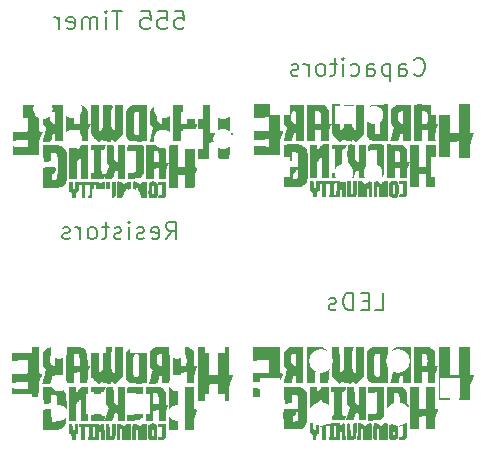
<source format=gbr>
%TF.GenerationSoftware,KiCad,Pcbnew,(6.0.7)*%
%TF.CreationDate,2022-09-26T02:54:28-06:00*%
%TF.ProjectId,HHC-MiniBadge-2022,4848432d-4d69-46e6-9942-616467652d32,v1.0*%
%TF.SameCoordinates,Original*%
%TF.FileFunction,Legend,Bot*%
%TF.FilePolarity,Positive*%
%FSLAX46Y46*%
G04 Gerber Fmt 4.6, Leading zero omitted, Abs format (unit mm)*
G04 Created by KiCad (PCBNEW (6.0.7)) date 2022-09-26 02:54:28*
%MOMM*%
%LPD*%
G01*
G04 APERTURE LIST*
%ADD10C,0.150000*%
%ADD11R,1.700000X1.700000*%
%ADD12O,1.700000X1.700000*%
%ADD13C,1.778000*%
%ADD14R,1.600000X1.600000*%
%ADD15O,1.600000X1.600000*%
%ADD16C,2.000000*%
%ADD17O,1.400000X1.400000*%
%ADD18C,1.400000*%
%ADD19C,1.800000*%
%ADD20R,1.800000X1.800000*%
%ADD21C,1.600000*%
G04 APERTURE END LIST*
D10*
X132358571Y-87028571D02*
X132858571Y-86314285D01*
X133215714Y-87028571D02*
X133215714Y-85528571D01*
X132644285Y-85528571D01*
X132501428Y-85600000D01*
X132430000Y-85671428D01*
X132358571Y-85814285D01*
X132358571Y-86028571D01*
X132430000Y-86171428D01*
X132501428Y-86242857D01*
X132644285Y-86314285D01*
X133215714Y-86314285D01*
X131144285Y-86957142D02*
X131287142Y-87028571D01*
X131572857Y-87028571D01*
X131715714Y-86957142D01*
X131787142Y-86814285D01*
X131787142Y-86242857D01*
X131715714Y-86100000D01*
X131572857Y-86028571D01*
X131287142Y-86028571D01*
X131144285Y-86100000D01*
X131072857Y-86242857D01*
X131072857Y-86385714D01*
X131787142Y-86528571D01*
X130501428Y-86957142D02*
X130358571Y-87028571D01*
X130072857Y-87028571D01*
X129930000Y-86957142D01*
X129858571Y-86814285D01*
X129858571Y-86742857D01*
X129930000Y-86600000D01*
X130072857Y-86528571D01*
X130287142Y-86528571D01*
X130430000Y-86457142D01*
X130501428Y-86314285D01*
X130501428Y-86242857D01*
X130430000Y-86100000D01*
X130287142Y-86028571D01*
X130072857Y-86028571D01*
X129930000Y-86100000D01*
X129215714Y-87028571D02*
X129215714Y-86028571D01*
X129215714Y-85528571D02*
X129287142Y-85600000D01*
X129215714Y-85671428D01*
X129144285Y-85600000D01*
X129215714Y-85528571D01*
X129215714Y-85671428D01*
X128572857Y-86957142D02*
X128430000Y-87028571D01*
X128144285Y-87028571D01*
X128001428Y-86957142D01*
X127930000Y-86814285D01*
X127930000Y-86742857D01*
X128001428Y-86600000D01*
X128144285Y-86528571D01*
X128358571Y-86528571D01*
X128501428Y-86457142D01*
X128572857Y-86314285D01*
X128572857Y-86242857D01*
X128501428Y-86100000D01*
X128358571Y-86028571D01*
X128144285Y-86028571D01*
X128001428Y-86100000D01*
X127501428Y-86028571D02*
X126930000Y-86028571D01*
X127287142Y-85528571D02*
X127287142Y-86814285D01*
X127215714Y-86957142D01*
X127072857Y-87028571D01*
X126930000Y-87028571D01*
X126215714Y-87028571D02*
X126358571Y-86957142D01*
X126430000Y-86885714D01*
X126501428Y-86742857D01*
X126501428Y-86314285D01*
X126430000Y-86171428D01*
X126358571Y-86100000D01*
X126215714Y-86028571D01*
X126001428Y-86028571D01*
X125858571Y-86100000D01*
X125787142Y-86171428D01*
X125715714Y-86314285D01*
X125715714Y-86742857D01*
X125787142Y-86885714D01*
X125858571Y-86957142D01*
X126001428Y-87028571D01*
X126215714Y-87028571D01*
X125072857Y-87028571D02*
X125072857Y-86028571D01*
X125072857Y-86314285D02*
X125001428Y-86171428D01*
X124930000Y-86100000D01*
X124787142Y-86028571D01*
X124644285Y-86028571D01*
X124215714Y-86957142D02*
X124072857Y-87028571D01*
X123787142Y-87028571D01*
X123644285Y-86957142D01*
X123572857Y-86814285D01*
X123572857Y-86742857D01*
X123644285Y-86600000D01*
X123787142Y-86528571D01*
X124001428Y-86528571D01*
X124144285Y-86457142D01*
X124215714Y-86314285D01*
X124215714Y-86242857D01*
X124144285Y-86100000D01*
X124001428Y-86028571D01*
X123787142Y-86028571D01*
X123644285Y-86100000D01*
X150051428Y-93038571D02*
X150765714Y-93038571D01*
X150765714Y-91538571D01*
X149551428Y-92252857D02*
X149051428Y-92252857D01*
X148837142Y-93038571D02*
X149551428Y-93038571D01*
X149551428Y-91538571D01*
X148837142Y-91538571D01*
X148194285Y-93038571D02*
X148194285Y-91538571D01*
X147837142Y-91538571D01*
X147622857Y-91610000D01*
X147480000Y-91752857D01*
X147408571Y-91895714D01*
X147337142Y-92181428D01*
X147337142Y-92395714D01*
X147408571Y-92681428D01*
X147480000Y-92824285D01*
X147622857Y-92967142D01*
X147837142Y-93038571D01*
X148194285Y-93038571D01*
X146765714Y-92967142D02*
X146622857Y-93038571D01*
X146337142Y-93038571D01*
X146194285Y-92967142D01*
X146122857Y-92824285D01*
X146122857Y-92752857D01*
X146194285Y-92610000D01*
X146337142Y-92538571D01*
X146551428Y-92538571D01*
X146694285Y-92467142D01*
X146765714Y-92324285D01*
X146765714Y-92252857D01*
X146694285Y-92110000D01*
X146551428Y-92038571D01*
X146337142Y-92038571D01*
X146194285Y-92110000D01*
X153350000Y-73025714D02*
X153421428Y-73097142D01*
X153635714Y-73168571D01*
X153778571Y-73168571D01*
X153992857Y-73097142D01*
X154135714Y-72954285D01*
X154207142Y-72811428D01*
X154278571Y-72525714D01*
X154278571Y-72311428D01*
X154207142Y-72025714D01*
X154135714Y-71882857D01*
X153992857Y-71740000D01*
X153778571Y-71668571D01*
X153635714Y-71668571D01*
X153421428Y-71740000D01*
X153350000Y-71811428D01*
X152064285Y-73168571D02*
X152064285Y-72382857D01*
X152135714Y-72240000D01*
X152278571Y-72168571D01*
X152564285Y-72168571D01*
X152707142Y-72240000D01*
X152064285Y-73097142D02*
X152207142Y-73168571D01*
X152564285Y-73168571D01*
X152707142Y-73097142D01*
X152778571Y-72954285D01*
X152778571Y-72811428D01*
X152707142Y-72668571D01*
X152564285Y-72597142D01*
X152207142Y-72597142D01*
X152064285Y-72525714D01*
X151350000Y-72168571D02*
X151350000Y-73668571D01*
X151350000Y-72240000D02*
X151207142Y-72168571D01*
X150921428Y-72168571D01*
X150778571Y-72240000D01*
X150707142Y-72311428D01*
X150635714Y-72454285D01*
X150635714Y-72882857D01*
X150707142Y-73025714D01*
X150778571Y-73097142D01*
X150921428Y-73168571D01*
X151207142Y-73168571D01*
X151350000Y-73097142D01*
X149350000Y-73168571D02*
X149350000Y-72382857D01*
X149421428Y-72240000D01*
X149564285Y-72168571D01*
X149850000Y-72168571D01*
X149992857Y-72240000D01*
X149350000Y-73097142D02*
X149492857Y-73168571D01*
X149850000Y-73168571D01*
X149992857Y-73097142D01*
X150064285Y-72954285D01*
X150064285Y-72811428D01*
X149992857Y-72668571D01*
X149850000Y-72597142D01*
X149492857Y-72597142D01*
X149350000Y-72525714D01*
X147992857Y-73097142D02*
X148135714Y-73168571D01*
X148421428Y-73168571D01*
X148564285Y-73097142D01*
X148635714Y-73025714D01*
X148707142Y-72882857D01*
X148707142Y-72454285D01*
X148635714Y-72311428D01*
X148564285Y-72240000D01*
X148421428Y-72168571D01*
X148135714Y-72168571D01*
X147992857Y-72240000D01*
X147350000Y-73168571D02*
X147350000Y-72168571D01*
X147350000Y-71668571D02*
X147421428Y-71740000D01*
X147350000Y-71811428D01*
X147278571Y-71740000D01*
X147350000Y-71668571D01*
X147350000Y-71811428D01*
X146850000Y-72168571D02*
X146278571Y-72168571D01*
X146635714Y-71668571D02*
X146635714Y-72954285D01*
X146564285Y-73097142D01*
X146421428Y-73168571D01*
X146278571Y-73168571D01*
X145564285Y-73168571D02*
X145707142Y-73097142D01*
X145778571Y-73025714D01*
X145850000Y-72882857D01*
X145850000Y-72454285D01*
X145778571Y-72311428D01*
X145707142Y-72240000D01*
X145564285Y-72168571D01*
X145350000Y-72168571D01*
X145207142Y-72240000D01*
X145135714Y-72311428D01*
X145064285Y-72454285D01*
X145064285Y-72882857D01*
X145135714Y-73025714D01*
X145207142Y-73097142D01*
X145350000Y-73168571D01*
X145564285Y-73168571D01*
X144421428Y-73168571D02*
X144421428Y-72168571D01*
X144421428Y-72454285D02*
X144350000Y-72311428D01*
X144278571Y-72240000D01*
X144135714Y-72168571D01*
X143992857Y-72168571D01*
X143564285Y-73097142D02*
X143421428Y-73168571D01*
X143135714Y-73168571D01*
X142992857Y-73097142D01*
X142921428Y-72954285D01*
X142921428Y-72882857D01*
X142992857Y-72740000D01*
X143135714Y-72668571D01*
X143350000Y-72668571D01*
X143492857Y-72597142D01*
X143564285Y-72454285D01*
X143564285Y-72382857D01*
X143492857Y-72240000D01*
X143350000Y-72168571D01*
X143135714Y-72168571D01*
X142992857Y-72240000D01*
X133118571Y-67718571D02*
X133832857Y-67718571D01*
X133904285Y-68432857D01*
X133832857Y-68361428D01*
X133690000Y-68290000D01*
X133332857Y-68290000D01*
X133190000Y-68361428D01*
X133118571Y-68432857D01*
X133047142Y-68575714D01*
X133047142Y-68932857D01*
X133118571Y-69075714D01*
X133190000Y-69147142D01*
X133332857Y-69218571D01*
X133690000Y-69218571D01*
X133832857Y-69147142D01*
X133904285Y-69075714D01*
X131690000Y-67718571D02*
X132404285Y-67718571D01*
X132475714Y-68432857D01*
X132404285Y-68361428D01*
X132261428Y-68290000D01*
X131904285Y-68290000D01*
X131761428Y-68361428D01*
X131690000Y-68432857D01*
X131618571Y-68575714D01*
X131618571Y-68932857D01*
X131690000Y-69075714D01*
X131761428Y-69147142D01*
X131904285Y-69218571D01*
X132261428Y-69218571D01*
X132404285Y-69147142D01*
X132475714Y-69075714D01*
X130261428Y-67718571D02*
X130975714Y-67718571D01*
X131047142Y-68432857D01*
X130975714Y-68361428D01*
X130832857Y-68290000D01*
X130475714Y-68290000D01*
X130332857Y-68361428D01*
X130261428Y-68432857D01*
X130190000Y-68575714D01*
X130190000Y-68932857D01*
X130261428Y-69075714D01*
X130332857Y-69147142D01*
X130475714Y-69218571D01*
X130832857Y-69218571D01*
X130975714Y-69147142D01*
X131047142Y-69075714D01*
X128618571Y-67718571D02*
X127761428Y-67718571D01*
X128190000Y-69218571D02*
X128190000Y-67718571D01*
X127261428Y-69218571D02*
X127261428Y-68218571D01*
X127261428Y-67718571D02*
X127332857Y-67790000D01*
X127261428Y-67861428D01*
X127190000Y-67790000D01*
X127261428Y-67718571D01*
X127261428Y-67861428D01*
X126547142Y-69218571D02*
X126547142Y-68218571D01*
X126547142Y-68361428D02*
X126475714Y-68290000D01*
X126332857Y-68218571D01*
X126118571Y-68218571D01*
X125975714Y-68290000D01*
X125904285Y-68432857D01*
X125904285Y-69218571D01*
X125904285Y-68432857D02*
X125832857Y-68290000D01*
X125690000Y-68218571D01*
X125475714Y-68218571D01*
X125332857Y-68290000D01*
X125261428Y-68432857D01*
X125261428Y-69218571D01*
X123975714Y-69147142D02*
X124118571Y-69218571D01*
X124404285Y-69218571D01*
X124547142Y-69147142D01*
X124618571Y-69004285D01*
X124618571Y-68432857D01*
X124547142Y-68290000D01*
X124404285Y-68218571D01*
X124118571Y-68218571D01*
X123975714Y-68290000D01*
X123904285Y-68432857D01*
X123904285Y-68575714D01*
X124618571Y-68718571D01*
X123261428Y-69218571D02*
X123261428Y-68218571D01*
X123261428Y-68504285D02*
X123190000Y-68361428D01*
X123118571Y-68290000D01*
X122975714Y-68218571D01*
X122832857Y-68218571D01*
%TO.C,G\u002A\u002A\u002A*%
G36*
X131625115Y-103618920D02*
G01*
X131615559Y-103737386D01*
X131602821Y-103828767D01*
X131587243Y-103885457D01*
X131561188Y-103929092D01*
X131484703Y-103998585D01*
X131380260Y-104043025D01*
X131374445Y-104044454D01*
X131284302Y-104054200D01*
X131178266Y-104049443D01*
X131075453Y-104032112D01*
X130994985Y-104004136D01*
X130960746Y-103985301D01*
X130922308Y-103958112D01*
X130892924Y-103924764D01*
X130871478Y-103880086D01*
X130856853Y-103818908D01*
X130847936Y-103736060D01*
X130843608Y-103626371D01*
X130842756Y-103484673D01*
X130843957Y-103341967D01*
X131157381Y-103341967D01*
X131157400Y-103376503D01*
X131158072Y-103499212D01*
X131160192Y-103587659D01*
X131164418Y-103648402D01*
X131171408Y-103688000D01*
X131181820Y-103713013D01*
X131196312Y-103729999D01*
X131216388Y-103746873D01*
X131241349Y-103752418D01*
X131270970Y-103725751D01*
X131273181Y-103723221D01*
X131285680Y-103702982D01*
X131294394Y-103672531D01*
X131299799Y-103625439D01*
X131302367Y-103555282D01*
X131302572Y-103455633D01*
X131300889Y-103320065D01*
X131300027Y-103268375D01*
X131297351Y-103147599D01*
X131293794Y-103060839D01*
X131288657Y-103001918D01*
X131281239Y-102964655D01*
X131270842Y-102942872D01*
X131256766Y-102930390D01*
X131252324Y-102927760D01*
X131218476Y-102920274D01*
X131187917Y-102948044D01*
X131186058Y-102950717D01*
X131174543Y-102978884D01*
X131166364Y-103026326D01*
X131161076Y-103098810D01*
X131158230Y-103202101D01*
X131157381Y-103341967D01*
X130843957Y-103341967D01*
X130844262Y-103305794D01*
X130850209Y-102793739D01*
X130903170Y-102736383D01*
X130978850Y-102674471D01*
X131083188Y-102633928D01*
X131214958Y-102621052D01*
X131263005Y-102622013D01*
X131384039Y-102636606D01*
X131476832Y-102670790D01*
X131549591Y-102727168D01*
X131566468Y-102745415D01*
X131587728Y-102774390D01*
X131602041Y-102809187D01*
X131611622Y-102858933D01*
X131618685Y-102932752D01*
X131625444Y-103039771D01*
X131631250Y-103177048D01*
X131633304Y-103331146D01*
X131631509Y-103455633D01*
X131631144Y-103480972D01*
X131625115Y-103618920D01*
G37*
G36*
X132343703Y-103202124D02*
G01*
X132343602Y-103265720D01*
X132342130Y-103439527D01*
X132339011Y-103585720D01*
X132334377Y-103700614D01*
X132328365Y-103780524D01*
X132321108Y-103821765D01*
X132284815Y-103888971D01*
X132226463Y-103956209D01*
X132163637Y-103998889D01*
X132144103Y-104003687D01*
X132085052Y-104010537D01*
X132002081Y-104015506D01*
X131906599Y-104017757D01*
X131877685Y-104017917D01*
X131790063Y-104017557D01*
X131734546Y-104014387D01*
X131702987Y-104006750D01*
X131687240Y-103992986D01*
X131679157Y-103971435D01*
X131664887Y-103890327D01*
X131675157Y-103820041D01*
X131715784Y-103778526D01*
X131787236Y-103764887D01*
X131857229Y-103756368D01*
X131928078Y-103735534D01*
X131939852Y-103730442D01*
X131978923Y-103706117D01*
X131999784Y-103669464D01*
X132012135Y-103605471D01*
X132013484Y-103594169D01*
X132018368Y-103526758D01*
X132022323Y-103430910D01*
X132024972Y-103317725D01*
X132025939Y-103198303D01*
X132025939Y-102891844D01*
X131856464Y-102899540D01*
X131686989Y-102907237D01*
X131686989Y-102642119D01*
X132343703Y-102642119D01*
X132343703Y-103202124D01*
G37*
G36*
X129664138Y-102623644D02*
G01*
X129723120Y-102629456D01*
X129761341Y-102633693D01*
X129836673Y-102647712D01*
X129897959Y-102672512D01*
X129959318Y-102715006D01*
X130034870Y-102782107D01*
X130133081Y-102873973D01*
X130216249Y-102788076D01*
X130249603Y-102755681D01*
X130311318Y-102703492D01*
X130362969Y-102668481D01*
X130386181Y-102658901D01*
X130452377Y-102644005D01*
X130532073Y-102635920D01*
X130611523Y-102635094D01*
X130676979Y-102641977D01*
X130714696Y-102657014D01*
X130716731Y-102659046D01*
X130723907Y-102667218D01*
X130729602Y-102678687D01*
X130733950Y-102697793D01*
X130737085Y-102728878D01*
X130739141Y-102776282D01*
X130740252Y-102844348D01*
X130740552Y-102937417D01*
X130740175Y-103059829D01*
X130739254Y-103215926D01*
X130737924Y-103410050D01*
X130733695Y-104019099D01*
X130415930Y-104019099D01*
X130415930Y-103530095D01*
X130415894Y-103471466D01*
X130415112Y-103317979D01*
X130412737Y-103202555D01*
X130408021Y-103121946D01*
X130400215Y-103072906D01*
X130388571Y-103052188D01*
X130372340Y-103056546D01*
X130350775Y-103082733D01*
X130323125Y-103127501D01*
X130312160Y-103148258D01*
X130301053Y-103178912D01*
X130293367Y-103219214D01*
X130288608Y-103275707D01*
X130286285Y-103354931D01*
X130285904Y-103463430D01*
X130286974Y-103607744D01*
X130291055Y-104019099D01*
X129973482Y-104019099D01*
X129966975Y-103585181D01*
X129960467Y-103151262D01*
X129891618Y-103082461D01*
X129822769Y-103013659D01*
X129822769Y-104019099D01*
X129529237Y-104019099D01*
X129515416Y-103907882D01*
X129512455Y-103867891D01*
X129509673Y-103786667D01*
X129507824Y-103676057D01*
X129506980Y-103543153D01*
X129507213Y-103395051D01*
X129508596Y-103238842D01*
X129510344Y-103097780D01*
X129512896Y-102947413D01*
X129517158Y-102831750D01*
X129524656Y-102746452D01*
X129536918Y-102687184D01*
X129555470Y-102649606D01*
X129581839Y-102629382D01*
X129617553Y-102622174D01*
X129664138Y-102623644D01*
G37*
G36*
X128333272Y-102623684D02*
G01*
X128388063Y-102629409D01*
X128446807Y-102637061D01*
X128548383Y-102665014D01*
X128626561Y-102713825D01*
X128693140Y-102789691D01*
X128714140Y-102817979D01*
X128749002Y-102858554D01*
X128770345Y-102874694D01*
X128788876Y-102866008D01*
X128831709Y-102836329D01*
X128886859Y-102792784D01*
X128921072Y-102764918D01*
X129008784Y-102701925D01*
X129085656Y-102664479D01*
X129164205Y-102647630D01*
X129256948Y-102646426D01*
X129388491Y-102652711D01*
X129394080Y-103335905D01*
X129399670Y-104019099D01*
X129081318Y-104019099D01*
X129081318Y-103518674D01*
X129081303Y-103475447D01*
X129080863Y-103326047D01*
X129079596Y-103213393D01*
X129077212Y-103132980D01*
X129073421Y-103080304D01*
X129067933Y-103050861D01*
X129060457Y-103040147D01*
X129050703Y-103043657D01*
X129047546Y-103046367D01*
X129011086Y-103095483D01*
X128984469Y-103171495D01*
X128967072Y-103278110D01*
X128958270Y-103419037D01*
X128957440Y-103597983D01*
X128958033Y-103655301D01*
X128957685Y-103767390D01*
X128955426Y-103863247D01*
X128951516Y-103934164D01*
X128946217Y-103971435D01*
X128944993Y-103974971D01*
X128931930Y-103998759D01*
X128907325Y-104012051D01*
X128860913Y-104017835D01*
X128782426Y-104019099D01*
X128634680Y-104019099D01*
X128637819Y-103608827D01*
X128638133Y-103563668D01*
X128638281Y-103422577D01*
X128636109Y-103315493D01*
X128630641Y-103235854D01*
X128620901Y-103177097D01*
X128605914Y-103132662D01*
X128584705Y-103095987D01*
X128556297Y-103060509D01*
X128532628Y-103037733D01*
X128506058Y-103023436D01*
X128502817Y-103031666D01*
X128498101Y-103075655D01*
X128494066Y-103152460D01*
X128490923Y-103256230D01*
X128488884Y-103381116D01*
X128488157Y-103521268D01*
X128488157Y-104019099D01*
X128166345Y-104019099D01*
X128173665Y-103350075D01*
X128175230Y-103200728D01*
X128177336Y-103032571D01*
X128180519Y-102899790D01*
X128185974Y-102798371D01*
X128194894Y-102724301D01*
X128208474Y-102673565D01*
X128227907Y-102642150D01*
X128254389Y-102626040D01*
X128289112Y-102621223D01*
X128333272Y-102623684D01*
G37*
G36*
X128085190Y-103207871D02*
G01*
X128084887Y-103356766D01*
X128083905Y-103498360D01*
X128081934Y-103607677D01*
X128078642Y-103690186D01*
X128073699Y-103751353D01*
X128066774Y-103796648D01*
X128057537Y-103831539D01*
X128045656Y-103861494D01*
X128006767Y-103924606D01*
X127934904Y-103982821D01*
X127905569Y-103994664D01*
X127856117Y-104006064D01*
X127787320Y-104013367D01*
X127691518Y-104017307D01*
X127561050Y-104018617D01*
X127258880Y-104019099D01*
X127264469Y-103335905D01*
X127270059Y-102652711D01*
X127405828Y-102646316D01*
X127465334Y-102645025D01*
X127529417Y-102651039D01*
X127559090Y-102667501D01*
X127562744Y-102684795D01*
X127567243Y-102740527D01*
X127571105Y-102827960D01*
X127574135Y-102940987D01*
X127576134Y-103073500D01*
X127576907Y-103219391D01*
X127577164Y-103371735D01*
X127577994Y-103499652D01*
X127579739Y-103594618D01*
X127582744Y-103661520D01*
X127587356Y-103705245D01*
X127593922Y-103730678D01*
X127602789Y-103742705D01*
X127614304Y-103746213D01*
X127683150Y-103743855D01*
X127736114Y-103719733D01*
X127739492Y-103711352D01*
X127746262Y-103665154D01*
X127752767Y-103583742D01*
X127758726Y-103471894D01*
X127763860Y-103334389D01*
X127767890Y-103176007D01*
X127778482Y-102652711D01*
X127932069Y-102646487D01*
X128085655Y-102640262D01*
X128085190Y-103207871D01*
G37*
G36*
X127154132Y-104019099D02*
G01*
X126835780Y-104019099D01*
X126835780Y-103604240D01*
X126835472Y-103486363D01*
X126833600Y-103362050D01*
X126829195Y-103275051D01*
X126821310Y-103222467D01*
X126809002Y-103201400D01*
X126791327Y-103208952D01*
X126767339Y-103242225D01*
X126736095Y-103298320D01*
X126717487Y-103336675D01*
X126703988Y-103376330D01*
X126695252Y-103424493D01*
X126690265Y-103489627D01*
X126688015Y-103580197D01*
X126687490Y-103704666D01*
X126687490Y-104019099D01*
X126389850Y-104019099D01*
X126376873Y-103954215D01*
X126363897Y-103889331D01*
X126296953Y-103954215D01*
X126230010Y-104019099D01*
X125731874Y-104019099D01*
X125738331Y-103918641D01*
X125738762Y-103912191D01*
X125747153Y-103850101D01*
X125766103Y-103814408D01*
X125777098Y-103807256D01*
X126200250Y-103807256D01*
X126251479Y-103807256D01*
X126288316Y-103809730D01*
X126335544Y-103819857D01*
X126344725Y-103820113D01*
X126352714Y-103809428D01*
X126358938Y-103783007D01*
X126363704Y-103736411D01*
X126367322Y-103665202D01*
X126370097Y-103564940D01*
X126372337Y-103431187D01*
X126374349Y-103259504D01*
X126374445Y-103250123D01*
X126375546Y-103101029D01*
X126375750Y-102967971D01*
X126375110Y-102856214D01*
X126373680Y-102771023D01*
X126371514Y-102717666D01*
X126368665Y-102701407D01*
X126355765Y-102717751D01*
X126322561Y-102759708D01*
X126278632Y-102815158D01*
X126200250Y-102914053D01*
X126200250Y-103807256D01*
X125777098Y-103807256D01*
X125803044Y-103790379D01*
X125861301Y-103762576D01*
X125861301Y-102884435D01*
X125796551Y-102859994D01*
X125769086Y-102850527D01*
X125735888Y-102847382D01*
X125720139Y-102865942D01*
X125716831Y-102871888D01*
X125679916Y-102890331D01*
X125604823Y-102896330D01*
X125501168Y-102896330D01*
X125501168Y-104019099D01*
X125183403Y-104019099D01*
X125183403Y-102892514D01*
X125082778Y-102899718D01*
X124982152Y-102906923D01*
X124982152Y-102652711D01*
X125328876Y-102646878D01*
X125333735Y-102646797D01*
X125482364Y-102645877D01*
X125594797Y-102648463D01*
X125669019Y-102654466D01*
X125703012Y-102663795D01*
X125721034Y-102674737D01*
X125744180Y-102664286D01*
X125759418Y-102658100D01*
X125816078Y-102651273D01*
X125912984Y-102646446D01*
X126048930Y-102643673D01*
X126222713Y-102643007D01*
X126687490Y-102643986D01*
X126687490Y-102838575D01*
X126793627Y-102739296D01*
X126819986Y-102714796D01*
X126869739Y-102672555D01*
X126909940Y-102651128D01*
X126955507Y-102644427D01*
X127021359Y-102646364D01*
X127142953Y-102652711D01*
X127145532Y-102967971D01*
X127148542Y-103335905D01*
X127154132Y-104019099D01*
G37*
G36*
X124329156Y-102642480D02*
G01*
X124377461Y-102647498D01*
X124409438Y-102663449D01*
X124428467Y-102696622D01*
X124437929Y-102753301D01*
X124441201Y-102839772D01*
X124441663Y-102962322D01*
X124442304Y-103043905D01*
X124445555Y-103122440D01*
X124452941Y-103175469D01*
X124465986Y-103212606D01*
X124486213Y-103243466D01*
X124530474Y-103299735D01*
X124576246Y-103241667D01*
X124579801Y-103237060D01*
X124598508Y-103206683D01*
X124611652Y-103168159D01*
X124620723Y-103112933D01*
X124627213Y-103032450D01*
X124632611Y-102918155D01*
X124643203Y-102652711D01*
X124939783Y-102652711D01*
X124939783Y-103408968D01*
X124879796Y-103454526D01*
X124819900Y-103500445D01*
X124759591Y-103551801D01*
X124722974Y-103597413D01*
X124704138Y-103648924D01*
X124697172Y-103717978D01*
X124696164Y-103816219D01*
X124696164Y-104019099D01*
X124378399Y-104019099D01*
X124378399Y-103837005D01*
X124376301Y-103747021D01*
X124364713Y-103658748D01*
X124338502Y-103592139D01*
X124292678Y-103535720D01*
X124222250Y-103478022D01*
X124134779Y-103413593D01*
X124123231Y-102642119D01*
X124269529Y-102642119D01*
X124329156Y-102642480D01*
G37*
G36*
X133381735Y-101434612D02*
G01*
X133974896Y-101434612D01*
X133974896Y-99549208D01*
X134758716Y-99549208D01*
X134758716Y-101432398D01*
X134869735Y-101438801D01*
X134896392Y-101440719D01*
X134951978Y-101450885D01*
X134980898Y-101472998D01*
X134984513Y-101513238D01*
X134964183Y-101577786D01*
X134921271Y-101672824D01*
X134865413Y-101793427D01*
X134821843Y-101900258D01*
X134790561Y-101999024D01*
X134769475Y-102099803D01*
X134756494Y-102212675D01*
X134749526Y-102347719D01*
X134746479Y-102515013D01*
X134745367Y-102625708D01*
X134743924Y-102756336D01*
X134742491Y-102873465D01*
X134741188Y-102967471D01*
X134740133Y-103028732D01*
X134737532Y-103150542D01*
X133974896Y-103150542D01*
X133974896Y-102024725D01*
X133863678Y-102036247D01*
X133851201Y-102037507D01*
X133769659Y-102044936D01*
X133668640Y-102053244D01*
X133567098Y-102060857D01*
X133381735Y-102073945D01*
X133381735Y-103150542D01*
X132619100Y-103150542D01*
X132619100Y-99549208D01*
X133381735Y-99549208D01*
X133381735Y-101434612D01*
G37*
G36*
X122862748Y-99537277D02*
G01*
X123072295Y-99545890D01*
X123242570Y-99562056D01*
X123374412Y-99585833D01*
X123468654Y-99617276D01*
X123485876Y-99625547D01*
X123637861Y-99723460D01*
X123761204Y-99851123D01*
X123852924Y-100004731D01*
X123910041Y-100180484D01*
X123911810Y-100190992D01*
X123917205Y-100251629D01*
X123921860Y-100347825D01*
X123925776Y-100474387D01*
X123928952Y-100626119D01*
X123931391Y-100797826D01*
X123933092Y-100984314D01*
X123934056Y-101180388D01*
X123934285Y-101380852D01*
X123933778Y-101580513D01*
X123932537Y-101774175D01*
X123930562Y-101956644D01*
X123927855Y-102122724D01*
X123924415Y-102267221D01*
X123920243Y-102384940D01*
X123915341Y-102470687D01*
X123909709Y-102519266D01*
X123899152Y-102563288D01*
X123836316Y-102727795D01*
X123743747Y-102871631D01*
X123626247Y-102989703D01*
X123488616Y-103076920D01*
X123335653Y-103128189D01*
X123322125Y-103130099D01*
X123262580Y-103134240D01*
X123169215Y-103137747D01*
X123048039Y-103140501D01*
X122905061Y-103142386D01*
X122746288Y-103143282D01*
X122577732Y-103143072D01*
X121910426Y-103139950D01*
X121904841Y-102313762D01*
X121903683Y-102129485D01*
X121902910Y-101953047D01*
X121902875Y-101811498D01*
X121903723Y-101700832D01*
X121905596Y-101617045D01*
X121908639Y-101556130D01*
X121912995Y-101514083D01*
X121918806Y-101486897D01*
X121926217Y-101470569D01*
X121935370Y-101461093D01*
X121956674Y-101452999D01*
X122003711Y-101445940D01*
X122078824Y-101440737D01*
X122185580Y-101437224D01*
X122327549Y-101435238D01*
X122508300Y-101434612D01*
X122539828Y-101434613D01*
X122706475Y-101434863D01*
X122835550Y-101436261D01*
X122931169Y-101439812D01*
X122997448Y-101446519D01*
X123038502Y-101457386D01*
X123058446Y-101473415D01*
X123061397Y-101495612D01*
X123051470Y-101524980D01*
X123032779Y-101562522D01*
X123023129Y-101582513D01*
X122993683Y-101654474D01*
X122967738Y-101730995D01*
X122932767Y-101821229D01*
X122864713Y-101917691D01*
X122774758Y-101977943D01*
X122703503Y-102007715D01*
X122709466Y-102256068D01*
X122715430Y-102504420D01*
X122810759Y-102497661D01*
X122933332Y-102473625D01*
X123029261Y-102419327D01*
X123095412Y-102334946D01*
X123100011Y-102325818D01*
X123110174Y-102302453D01*
X123118481Y-102275159D01*
X123125164Y-102239665D01*
X123130453Y-102191699D01*
X123134580Y-102126992D01*
X123137776Y-102041271D01*
X123140271Y-101930266D01*
X123142298Y-101789705D01*
X123144087Y-101615319D01*
X123145870Y-101402836D01*
X123145879Y-101401783D01*
X123147567Y-101163461D01*
X123148351Y-100963691D01*
X123147994Y-100798675D01*
X123146261Y-100664617D01*
X123142917Y-100557719D01*
X123137726Y-100474184D01*
X123130451Y-100410217D01*
X123120858Y-100362020D01*
X123108711Y-100325796D01*
X123093774Y-100297748D01*
X123075812Y-100274079D01*
X123050548Y-100247732D01*
X123022219Y-100230118D01*
X122981560Y-100219534D01*
X122918561Y-100213410D01*
X122823210Y-100209173D01*
X122620100Y-100201832D01*
X122619427Y-100526938D01*
X122619027Y-100597015D01*
X122616381Y-100718317D01*
X122610983Y-100804302D01*
X122602451Y-100859741D01*
X122590403Y-100889401D01*
X122571942Y-100905214D01*
X122529267Y-100921496D01*
X122458599Y-100934880D01*
X122352753Y-100947111D01*
X122301802Y-100951878D01*
X122204804Y-100959995D01*
X122122391Y-100965710D01*
X122068339Y-100968011D01*
X121993225Y-100968557D01*
X121951825Y-100261863D01*
X121910426Y-99555168D01*
X122344704Y-99541789D01*
X122613094Y-99536162D01*
X122862748Y-99537277D01*
G37*
G36*
X129764963Y-99540125D02*
G01*
X129905569Y-99540830D01*
X130077264Y-99542958D01*
X130216816Y-99546335D01*
X130321670Y-99550870D01*
X130389273Y-99556475D01*
X130417072Y-99563060D01*
X130419722Y-99570900D01*
X130424426Y-99618211D01*
X130428182Y-99707135D01*
X130430983Y-99837173D01*
X130432822Y-100007825D01*
X130433694Y-100218590D01*
X130433592Y-100468970D01*
X130432509Y-100758464D01*
X130426522Y-101932444D01*
X130377823Y-102038101D01*
X130333490Y-102121508D01*
X130272044Y-102201526D01*
X130195649Y-102263834D01*
X130098883Y-102310970D01*
X129976321Y-102345467D01*
X129822538Y-102369863D01*
X129632110Y-102386691D01*
X129556203Y-102391408D01*
X129435235Y-102397973D01*
X129322458Y-102403088D01*
X129234904Y-102405927D01*
X129081318Y-102409091D01*
X129081318Y-101879483D01*
X129353553Y-101879483D01*
X129360082Y-101879477D01*
X129468794Y-101877636D01*
X129566620Y-101872978D01*
X129643066Y-101866180D01*
X129687643Y-101857920D01*
X129706575Y-101851236D01*
X129732913Y-101839961D01*
X129754481Y-101824732D01*
X129771792Y-101801709D01*
X129785357Y-101767049D01*
X129795687Y-101716912D01*
X129803293Y-101647456D01*
X129808688Y-101554840D01*
X129812382Y-101435222D01*
X129814887Y-101284760D01*
X129816714Y-101099615D01*
X129818375Y-100875943D01*
X129824572Y-100010101D01*
X129648900Y-100022816D01*
X129624029Y-100024604D01*
X129510605Y-100032574D01*
X129384025Y-100041251D01*
X129267326Y-100049052D01*
X129061425Y-100062573D01*
X129061893Y-99836554D01*
X129062144Y-99791984D01*
X129064653Y-99699503D01*
X129070752Y-99637955D01*
X129081591Y-99599070D01*
X129098320Y-99574575D01*
X129103209Y-99570169D01*
X129119567Y-99560728D01*
X129145523Y-99553396D01*
X129185758Y-99547930D01*
X129244953Y-99544088D01*
X129327790Y-99541628D01*
X129438950Y-99540309D01*
X129583114Y-99539889D01*
X129764963Y-99540125D01*
G37*
G36*
X132449717Y-101032110D02*
G01*
X132484589Y-101033231D01*
X132538640Y-101040371D01*
X132565291Y-101051923D01*
X132564406Y-101069761D01*
X132546019Y-101115084D01*
X132512821Y-101173733D01*
X132471738Y-101242928D01*
X132431960Y-101325753D01*
X132401924Y-101414067D01*
X132380112Y-101515236D01*
X132365007Y-101636624D01*
X132355090Y-101785596D01*
X132348845Y-101969516D01*
X132338756Y-102387907D01*
X131729358Y-102387907D01*
X131729358Y-101504385D01*
X131618140Y-101512587D01*
X131588089Y-101514898D01*
X131488723Y-101523347D01*
X131395705Y-101532186D01*
X131284487Y-101543583D01*
X131284487Y-102387907D01*
X130670142Y-102387907D01*
X130670142Y-101010926D01*
X131284487Y-101010926D01*
X131733257Y-101010926D01*
X131726011Y-100596070D01*
X131718766Y-100181214D01*
X131649583Y-100119423D01*
X131608338Y-100086404D01*
X131567862Y-100067670D01*
X131514061Y-100059454D01*
X131432443Y-100057631D01*
X131284487Y-100057631D01*
X131284487Y-101010926D01*
X130670142Y-101010926D01*
X130670142Y-99546886D01*
X131300376Y-99553343D01*
X131470959Y-99555208D01*
X131616715Y-99557286D01*
X131730026Y-99559821D01*
X131816012Y-99563189D01*
X131879796Y-99567762D01*
X131926499Y-99573917D01*
X131961244Y-99582026D01*
X131989152Y-99592465D01*
X132015346Y-99605608D01*
X132081845Y-99648201D01*
X132193480Y-99754240D01*
X132283163Y-99888157D01*
X132287055Y-99895643D01*
X132301747Y-99926505D01*
X132313052Y-99958682D01*
X132321506Y-99998041D01*
X132327644Y-100050445D01*
X132332001Y-100121758D01*
X132335115Y-100217845D01*
X132337519Y-100344570D01*
X132339750Y-100507798D01*
X132346121Y-101010926D01*
X132346389Y-101032110D01*
X132449717Y-101032110D01*
G37*
G36*
X127737297Y-99548777D02*
G01*
X127818642Y-99556114D01*
X127877219Y-99567428D01*
X127903322Y-99582717D01*
X127903652Y-99583770D01*
X127906983Y-99616788D01*
X127909976Y-99685838D01*
X127912512Y-99785134D01*
X127914470Y-99908888D01*
X127915733Y-100051315D01*
X127916180Y-100206628D01*
X127916180Y-100797030D01*
X128069767Y-100926848D01*
X128109940Y-100961487D01*
X128161891Y-101007230D01*
X128203370Y-101041476D01*
X128235541Y-101061138D01*
X128259568Y-101063132D01*
X128276615Y-101044371D01*
X128287846Y-101001771D01*
X128294425Y-100932245D01*
X128297515Y-100832709D01*
X128298282Y-100700076D01*
X128297888Y-100531262D01*
X128297498Y-100323181D01*
X128297498Y-99549208D01*
X128890659Y-99549208D01*
X128890659Y-102387907D01*
X128300547Y-102387907D01*
X128288221Y-102276689D01*
X128282868Y-102200685D01*
X128280327Y-102101419D01*
X128281401Y-102003191D01*
X128282223Y-101976980D01*
X128282511Y-101901291D01*
X128276350Y-101852166D01*
X128261056Y-101817214D01*
X128233945Y-101784039D01*
X128232399Y-101782390D01*
X128179533Y-101734744D01*
X128126560Y-101698841D01*
X128072136Y-101670516D01*
X127949188Y-101985843D01*
X127924113Y-102049461D01*
X127881315Y-102154925D01*
X127843417Y-102244538D01*
X127813806Y-102310382D01*
X127795864Y-102344539D01*
X127792924Y-102348610D01*
X127777714Y-102364214D01*
X127754803Y-102375045D01*
X127717260Y-102381966D01*
X127658150Y-102385842D01*
X127570540Y-102387534D01*
X127447497Y-102387907D01*
X127129505Y-102387907D01*
X127144062Y-102340242D01*
X127149788Y-102323238D01*
X127169395Y-102268096D01*
X127200075Y-102183364D01*
X127239589Y-102075193D01*
X127285694Y-101949733D01*
X127336149Y-101813136D01*
X127369336Y-101722733D01*
X127415806Y-101593305D01*
X127455536Y-101479218D01*
X127486464Y-101386543D01*
X127506531Y-101321356D01*
X127513678Y-101289727D01*
X127512113Y-101279080D01*
X127486663Y-101234268D01*
X127438064Y-101186600D01*
X127419367Y-101171928D01*
X127387274Y-101144953D01*
X127361630Y-101117263D01*
X127341710Y-101084230D01*
X127326793Y-101041226D01*
X127316154Y-100983623D01*
X127309071Y-100906792D01*
X127304821Y-100806105D01*
X127302680Y-100676934D01*
X127301926Y-100514651D01*
X127301835Y-100314628D01*
X127301990Y-100205965D01*
X127302822Y-100044390D01*
X127304292Y-99898881D01*
X127306306Y-99774699D01*
X127308773Y-99677104D01*
X127311599Y-99611356D01*
X127314694Y-99582717D01*
X127328808Y-99571729D01*
X127378384Y-99559187D01*
X127453728Y-99550621D01*
X127545133Y-99546030D01*
X127642891Y-99545416D01*
X127737297Y-99548777D01*
G37*
G36*
X126666493Y-99549284D02*
G01*
X126820422Y-99550170D01*
X126957455Y-99551947D01*
X127072500Y-99554482D01*
X127160461Y-99557647D01*
X127216243Y-99561311D01*
X127234751Y-99565342D01*
X127233878Y-99567400D01*
X127220968Y-99599458D01*
X127197732Y-99658099D01*
X127168520Y-99732360D01*
X127147703Y-99783362D01*
X127105954Y-99867140D01*
X127062817Y-99920614D01*
X127011034Y-99951343D01*
X126943346Y-99966887D01*
X126856964Y-99978473D01*
X126856964Y-100937048D01*
X126856770Y-101172242D01*
X126856693Y-101368624D01*
X126857483Y-101529736D01*
X126859892Y-101659118D01*
X126864671Y-101760313D01*
X126872572Y-101836861D01*
X126884345Y-101892304D01*
X126900742Y-101930183D01*
X126922514Y-101954040D01*
X126950413Y-101967415D01*
X126985188Y-101973851D01*
X127027592Y-101976889D01*
X127078377Y-101980070D01*
X127147204Y-101988434D01*
X127197780Y-102000197D01*
X127217098Y-102012610D01*
X127207245Y-102065066D01*
X127179856Y-102140117D01*
X127142076Y-102220346D01*
X127101089Y-102290588D01*
X127064078Y-102335675D01*
X127002004Y-102387907D01*
X125967223Y-102387907D01*
X125967223Y-101943036D01*
X126221435Y-101943036D01*
X126221435Y-99951710D01*
X125967223Y-99951710D01*
X125967223Y-99549208D01*
X126604518Y-99549208D01*
X126666493Y-99549284D01*
G37*
G36*
X125452171Y-99528023D02*
G01*
X125734195Y-99528023D01*
X125734195Y-102387907D01*
X125141034Y-102387907D01*
X125140054Y-101450500D01*
X125139074Y-100513094D01*
X125002127Y-100661385D01*
X124977778Y-100688462D01*
X124910215Y-100770333D01*
X124851599Y-100850345D01*
X124812448Y-100914460D01*
X124759717Y-101019245D01*
X124759717Y-102387907D01*
X124145371Y-102387907D01*
X124145371Y-99549208D01*
X124759717Y-99549208D01*
X124759717Y-100040608D01*
X124911109Y-99842572D01*
X124935606Y-99810436D01*
X125012159Y-99709729D01*
X125070748Y-99636162D01*
X125118643Y-99585509D01*
X125163115Y-99553543D01*
X125211433Y-99536038D01*
X125270868Y-99528768D01*
X125348691Y-99527505D01*
X125452171Y-99528023D01*
G37*
G36*
X136008591Y-98532360D02*
G01*
X136728858Y-98532360D01*
X136728858Y-96159717D01*
X137703336Y-96159717D01*
X137703336Y-98551831D01*
X137871164Y-98557984D01*
X138038993Y-98564137D01*
X137911382Y-98860717D01*
X137878940Y-98936485D01*
X137828439Y-99058205D01*
X137788671Y-99163455D01*
X137758355Y-99259587D01*
X137736214Y-99353956D01*
X137720966Y-99453918D01*
X137711334Y-99566827D01*
X137706038Y-99700038D01*
X137703799Y-99860905D01*
X137703336Y-100056783D01*
X137703332Y-100075847D01*
X137702647Y-100261838D01*
X137700711Y-100408813D01*
X137697397Y-100519832D01*
X137692578Y-100597953D01*
X137686127Y-100646236D01*
X137677915Y-100667740D01*
X137658906Y-100674768D01*
X137602334Y-100682462D01*
X137517237Y-100688289D01*
X137411488Y-100692251D01*
X137292960Y-100694347D01*
X137169525Y-100694577D01*
X137049055Y-100692942D01*
X136939423Y-100689440D01*
X136848502Y-100684072D01*
X136784163Y-100676839D01*
X136754279Y-100667740D01*
X136748746Y-100656003D01*
X136742227Y-100618191D01*
X136737132Y-100552840D01*
X136733353Y-100456987D01*
X136730785Y-100327666D01*
X136729322Y-100161914D01*
X136728858Y-99956767D01*
X136728858Y-99271216D01*
X136638824Y-99282455D01*
X136593647Y-99287045D01*
X136510468Y-99293700D01*
X136408205Y-99300674D01*
X136299601Y-99307045D01*
X136275240Y-99308372D01*
X136174511Y-99314860D01*
X136106535Y-99322138D01*
X136063290Y-99331871D01*
X136036755Y-99345726D01*
X136018908Y-99365369D01*
X136012335Y-99377607D01*
X136004489Y-99405014D01*
X135998413Y-99447926D01*
X135993903Y-99510821D01*
X135990752Y-99598174D01*
X135988757Y-99714463D01*
X135987710Y-99864164D01*
X135987406Y-100051753D01*
X135987406Y-100693161D01*
X135055296Y-100693161D01*
X135055296Y-96159717D01*
X136008591Y-96159717D01*
X136008591Y-98532360D01*
G37*
G36*
X121587177Y-97277189D02*
G01*
X121592661Y-98394662D01*
X121735655Y-98400926D01*
X121814311Y-98406915D01*
X121863306Y-98418126D01*
X121878649Y-98435276D01*
X121871657Y-98460043D01*
X121849463Y-98516031D01*
X121815684Y-98593366D01*
X121774042Y-98683224D01*
X121765155Y-98701948D01*
X121713063Y-98815035D01*
X121671400Y-98914997D01*
X121638908Y-99008771D01*
X121614330Y-99103293D01*
X121596409Y-99205499D01*
X121583885Y-99322326D01*
X121575503Y-99460711D01*
X121570003Y-99627590D01*
X121566128Y-99829900D01*
X121556924Y-100417765D01*
X119357715Y-100417765D01*
X119357715Y-99652533D01*
X119447748Y-99663830D01*
X119461931Y-99665340D01*
X119524064Y-99670236D01*
X119617950Y-99676336D01*
X119736020Y-99683192D01*
X119870703Y-99690355D01*
X120014429Y-99697378D01*
X120073859Y-99700203D01*
X120213618Y-99707247D01*
X120340536Y-99714181D01*
X120447239Y-99720572D01*
X120526357Y-99725989D01*
X120570517Y-99729998D01*
X120649959Y-99740367D01*
X120649959Y-99422352D01*
X120649903Y-99337065D01*
X120649170Y-99239655D01*
X120646818Y-99174125D01*
X120641901Y-99134167D01*
X120633472Y-99113476D01*
X120620585Y-99105746D01*
X120602294Y-99104669D01*
X120585070Y-99105254D01*
X120527490Y-99108107D01*
X120438298Y-99113001D01*
X120324008Y-99119564D01*
X120191139Y-99127428D01*
X120046205Y-99136223D01*
X119958962Y-99141505D01*
X119815447Y-99149860D01*
X119685352Y-99157033D01*
X119575894Y-99162644D01*
X119494288Y-99166316D01*
X119447748Y-99167667D01*
X119357715Y-99167890D01*
X119357715Y-98405254D01*
X119968011Y-98405254D01*
X120121600Y-98404977D01*
X120278634Y-98403758D01*
X120400517Y-98401408D01*
X120491252Y-98397754D01*
X120554846Y-98392622D01*
X120595303Y-98385840D01*
X120616628Y-98377234D01*
X120617961Y-98376238D01*
X120629338Y-98364553D01*
X120638053Y-98345710D01*
X120644408Y-98314681D01*
X120648708Y-98266435D01*
X120651255Y-98195942D01*
X120652353Y-98098174D01*
X120652306Y-97968100D01*
X120651416Y-97800690D01*
X120650275Y-97666716D01*
X120648497Y-97531412D01*
X120646308Y-97415675D01*
X120643840Y-97325206D01*
X120641224Y-97265704D01*
X120638590Y-97242871D01*
X120627266Y-97242088D01*
X120579508Y-97243679D01*
X120500432Y-97248055D01*
X120396485Y-97254725D01*
X120274113Y-97263197D01*
X120139762Y-97272980D01*
X119999878Y-97283582D01*
X119860908Y-97294511D01*
X119729298Y-97305278D01*
X119611493Y-97315389D01*
X119513942Y-97324354D01*
X119443088Y-97331682D01*
X119405380Y-97336880D01*
X119357715Y-97346846D01*
X119357715Y-96159717D01*
X121581694Y-96159717D01*
X121587177Y-97277189D01*
G37*
G36*
X126650232Y-97287782D02*
G01*
X126655713Y-98415847D01*
X126800836Y-98278149D01*
X126837725Y-98243654D01*
X126881327Y-98202902D01*
X126917109Y-98166278D01*
X126945811Y-98129553D01*
X126968171Y-98088502D01*
X126984932Y-98038897D01*
X126996832Y-97976513D01*
X127004611Y-97897121D01*
X127009010Y-97796496D01*
X127010768Y-97670410D01*
X127010626Y-97514637D01*
X127009323Y-97324950D01*
X127007599Y-97097123D01*
X127001374Y-96180901D01*
X127416409Y-96180901D01*
X127435669Y-96180910D01*
X127586415Y-96181906D01*
X127698265Y-96184667D01*
X127774320Y-96189376D01*
X127817679Y-96196215D01*
X127831443Y-96205367D01*
X127825772Y-96231227D01*
X127808848Y-96289356D01*
X127783378Y-96370221D01*
X127752097Y-96464875D01*
X127672751Y-96699917D01*
X127678448Y-97335446D01*
X127684146Y-97970976D01*
X127747850Y-98101997D01*
X127816098Y-98214257D01*
X127922124Y-98332435D01*
X128032694Y-98431851D01*
X128043658Y-96180901D01*
X128700000Y-96180901D01*
X128700502Y-97414887D01*
X128701003Y-98648874D01*
X128369799Y-98972409D01*
X128038596Y-99295945D01*
X127862712Y-99136265D01*
X127686828Y-98976586D01*
X127671910Y-99135791D01*
X127665497Y-99195980D01*
X127655031Y-99256083D01*
X127641460Y-99286547D01*
X127622407Y-99295011D01*
X127618834Y-99294842D01*
X127578684Y-99289327D01*
X127507700Y-99277191D01*
X127414762Y-99260010D01*
X127308749Y-99239360D01*
X127029675Y-99183693D01*
X127015454Y-99080296D01*
X127001233Y-98976900D01*
X126821913Y-99139699D01*
X126642594Y-99302498D01*
X126347344Y-99007813D01*
X126341653Y-99002126D01*
X126248402Y-98907084D01*
X126164332Y-98818085D01*
X126094747Y-98740997D01*
X126044952Y-98681688D01*
X126020251Y-98646023D01*
X126013719Y-98627885D01*
X126007806Y-98599262D01*
X126002863Y-98557773D01*
X125998807Y-98500139D01*
X125995557Y-98423083D01*
X125993032Y-98323328D01*
X125991149Y-98197594D01*
X125989827Y-98042604D01*
X125988984Y-97855080D01*
X125988538Y-97631743D01*
X125988407Y-97369317D01*
X125988407Y-96159717D01*
X126644750Y-96159717D01*
X126650232Y-97287782D01*
G37*
G36*
X132004754Y-99231443D02*
G01*
X132004754Y-98634045D01*
X131932728Y-98562018D01*
X131908685Y-98539061D01*
X131866041Y-98503858D01*
X131839999Y-98489992D01*
X131834302Y-98494563D01*
X131817194Y-98530227D01*
X131795783Y-98593573D01*
X131773393Y-98675355D01*
X131771624Y-98682485D01*
X131724427Y-98864010D01*
X131681608Y-99011449D01*
X131643819Y-99122876D01*
X131611709Y-99196364D01*
X131585930Y-99229989D01*
X131576721Y-99233240D01*
X131528224Y-99240454D01*
X131449465Y-99246341D01*
X131349003Y-99250363D01*
X131235395Y-99251983D01*
X131216438Y-99252017D01*
X131100446Y-99251783D01*
X131019985Y-99250177D01*
X130969043Y-99246476D01*
X130941607Y-99239956D01*
X130931665Y-99229890D01*
X130933205Y-99215555D01*
X130935991Y-99206616D01*
X130957002Y-99134826D01*
X130984111Y-99036850D01*
X131015612Y-98919401D01*
X131049798Y-98789188D01*
X131084962Y-98652922D01*
X131119399Y-98517316D01*
X131151401Y-98389079D01*
X131179262Y-98274922D01*
X131201276Y-98181558D01*
X131215735Y-98115695D01*
X131220934Y-98084047D01*
X131220887Y-98081093D01*
X131208730Y-98036010D01*
X131171762Y-97981110D01*
X131105114Y-97909037D01*
X131097541Y-97901378D01*
X131040556Y-97837981D01*
X130996920Y-97779767D01*
X130975556Y-97738481D01*
X130973541Y-97724037D01*
X130970628Y-97667956D01*
X130968914Y-97579908D01*
X130968715Y-97531362D01*
X131602252Y-97531362D01*
X131790193Y-97692099D01*
X131862509Y-97752090D01*
X131925938Y-97801051D01*
X131971172Y-97831849D01*
X131991444Y-97839526D01*
X131994279Y-97824639D01*
X131997661Y-97772179D01*
X132000545Y-97687757D01*
X132002786Y-97577266D01*
X132004238Y-97446600D01*
X132004754Y-97301652D01*
X132004517Y-97137560D01*
X132003107Y-96999685D01*
X131999512Y-96895204D01*
X131992717Y-96819492D01*
X131981710Y-96767920D01*
X131965477Y-96735862D01*
X131943005Y-96718693D01*
X131913281Y-96711784D01*
X131875291Y-96710509D01*
X131872504Y-96710538D01*
X131804168Y-96723367D01*
X131729223Y-96753998D01*
X131663828Y-96794337D01*
X131624145Y-96836291D01*
X131620787Y-96846158D01*
X131613384Y-96896763D01*
X131607513Y-96978591D01*
X131603646Y-97083732D01*
X131602252Y-97204280D01*
X131602252Y-97531362D01*
X130968715Y-97531362D01*
X130968451Y-97466680D01*
X130969288Y-97335059D01*
X130971477Y-97191832D01*
X130972378Y-97146926D01*
X130975902Y-96995648D01*
X130979859Y-96878672D01*
X130984829Y-96789571D01*
X130991394Y-96721919D01*
X131000134Y-96669291D01*
X131011629Y-96625261D01*
X131026460Y-96583403D01*
X131029416Y-96575901D01*
X131101769Y-96437483D01*
X131197512Y-96331220D01*
X131321992Y-96251096D01*
X131443370Y-96191493D01*
X132052419Y-96184743D01*
X132661468Y-96177992D01*
X132661468Y-99231443D01*
X132004754Y-99231443D01*
G37*
G36*
X130484779Y-99236819D02*
G01*
X130397464Y-99239311D01*
X130146974Y-99244638D01*
X129933639Y-99245601D01*
X129753612Y-99241609D01*
X129603045Y-99232076D01*
X129478091Y-99216412D01*
X129374902Y-99194030D01*
X129289631Y-99164342D01*
X129218430Y-99126759D01*
X129157451Y-99080693D01*
X129102847Y-99025556D01*
X129077186Y-98996166D01*
X129046566Y-98958629D01*
X129021025Y-98921032D01*
X129000101Y-98879528D01*
X128983335Y-98830272D01*
X128970267Y-98769417D01*
X128960434Y-98693117D01*
X128953378Y-98597525D01*
X128948637Y-98478796D01*
X128945751Y-98333083D01*
X128944260Y-98156540D01*
X128943703Y-97945321D01*
X128943629Y-97722741D01*
X129589860Y-97722741D01*
X129589872Y-97796307D01*
X129590344Y-98000941D01*
X129591817Y-98168514D01*
X129594737Y-98303053D01*
X129599545Y-98408582D01*
X129606685Y-98489128D01*
X129616601Y-98548715D01*
X129629737Y-98591369D01*
X129646535Y-98621115D01*
X129667439Y-98641978D01*
X129692893Y-98657984D01*
X129720525Y-98668311D01*
X129784000Y-98682983D01*
X129859470Y-98693993D01*
X129886870Y-98696649D01*
X129950232Y-98698952D01*
X129988458Y-98690518D01*
X130014033Y-98669357D01*
X130016629Y-98665708D01*
X130023968Y-98647339D01*
X130030106Y-98615767D01*
X130035185Y-98567346D01*
X130039350Y-98498430D01*
X130042744Y-98405374D01*
X130045510Y-98284531D01*
X130047792Y-98132257D01*
X130049735Y-97944906D01*
X130051481Y-97718831D01*
X130052563Y-97570201D01*
X130054042Y-97362790D01*
X130054617Y-97192034D01*
X130053627Y-97054408D01*
X130050412Y-96946385D01*
X130044313Y-96864440D01*
X130034670Y-96805047D01*
X130020822Y-96764681D01*
X130002110Y-96739815D01*
X129977873Y-96726924D01*
X129947451Y-96722481D01*
X129910186Y-96722962D01*
X129865415Y-96724839D01*
X129781263Y-96731894D01*
X129698703Y-96756842D01*
X129644496Y-96803083D01*
X129612095Y-96874487D01*
X129610054Y-96884196D01*
X129604287Y-96940872D01*
X129599361Y-97035359D01*
X129595365Y-97164224D01*
X129592389Y-97324032D01*
X129590524Y-97511349D01*
X129589860Y-97722741D01*
X128943629Y-97722741D01*
X128943620Y-97695580D01*
X128943620Y-96678732D01*
X128999787Y-96558927D01*
X129008128Y-96541766D01*
X129098185Y-96405750D01*
X129215548Y-96296294D01*
X129353023Y-96220293D01*
X129378137Y-96210795D01*
X129415021Y-96199005D01*
X129455941Y-96189752D01*
X129506373Y-96182621D01*
X129571793Y-96177197D01*
X129657677Y-96173067D01*
X129769501Y-96169816D01*
X129912739Y-96167029D01*
X130092869Y-96164291D01*
X130712511Y-96155478D01*
X130712511Y-99230010D01*
X130484779Y-99236819D01*
G37*
G36*
X122965194Y-99231443D02*
G01*
X122952358Y-99078333D01*
X122947793Y-98995058D01*
X122947034Y-98892783D01*
X122951293Y-98808233D01*
X122954610Y-98760699D01*
X122946449Y-98661194D01*
X122912243Y-98587730D01*
X122849341Y-98533154D01*
X122836908Y-98525782D01*
X122794494Y-98503931D01*
X122773750Y-98498756D01*
X122770225Y-98507895D01*
X122757171Y-98551602D01*
X122736744Y-98624859D01*
X122710911Y-98720566D01*
X122681634Y-98831624D01*
X122664579Y-98895668D01*
X122633620Y-99005514D01*
X122605068Y-99099235D01*
X122581514Y-99168496D01*
X122565550Y-99204963D01*
X122557759Y-99216166D01*
X122542445Y-99231061D01*
X122518830Y-99241227D01*
X122480100Y-99247566D01*
X122419443Y-99250979D01*
X122330044Y-99252365D01*
X122205090Y-99252627D01*
X122165892Y-99252607D01*
X122052000Y-99252024D01*
X121972906Y-99250120D01*
X121922708Y-99246208D01*
X121895502Y-99239601D01*
X121885384Y-99229612D01*
X121886450Y-99215555D01*
X121893043Y-99192140D01*
X121912673Y-99120230D01*
X121939168Y-99021442D01*
X121970553Y-98903311D01*
X122004851Y-98773373D01*
X122040087Y-98639161D01*
X122074285Y-98508213D01*
X122105470Y-98388062D01*
X122131666Y-98286244D01*
X122150896Y-98210294D01*
X122161186Y-98167747D01*
X122170068Y-98111981D01*
X122162582Y-98034722D01*
X122122721Y-97970341D01*
X122045862Y-97908441D01*
X122019489Y-97889841D01*
X121987772Y-97860902D01*
X121963443Y-97825343D01*
X121945645Y-97778059D01*
X121933518Y-97713949D01*
X121926205Y-97627907D01*
X121922847Y-97514830D01*
X121922586Y-97369614D01*
X121923149Y-97317693D01*
X122534456Y-97317693D01*
X122536878Y-97405027D01*
X122544535Y-97464434D01*
X122554554Y-97489117D01*
X122588861Y-97544393D01*
X122635763Y-97603073D01*
X122683680Y-97650516D01*
X122759885Y-97715638D01*
X122837833Y-97773724D01*
X122961762Y-97857883D01*
X122955110Y-97329773D01*
X122954943Y-97316748D01*
X122952091Y-97143078D01*
X122948408Y-97007561D01*
X122943652Y-96906248D01*
X122937580Y-96835189D01*
X122929948Y-96790436D01*
X122920513Y-96768040D01*
X122919860Y-96767261D01*
X122861568Y-96728052D01*
X122785965Y-96716198D01*
X122705953Y-96729572D01*
X122634432Y-96766046D01*
X122584303Y-96823491D01*
X122577296Y-96841780D01*
X122563644Y-96906034D01*
X122551862Y-96996600D01*
X122542621Y-97102631D01*
X122536594Y-97213278D01*
X122534456Y-97317693D01*
X121923149Y-97317693D01*
X121924563Y-97187156D01*
X121925166Y-97143980D01*
X121927511Y-96993272D01*
X121930150Y-96877219D01*
X121933696Y-96789634D01*
X121938762Y-96724332D01*
X121945960Y-96675126D01*
X121955904Y-96635829D01*
X121969207Y-96600255D01*
X121986481Y-96562219D01*
X122011136Y-96512554D01*
X122079093Y-96404904D01*
X122158836Y-96323480D01*
X122260843Y-96256614D01*
X122305863Y-96233941D01*
X122361043Y-96213139D01*
X122425938Y-96198044D01*
X122511423Y-96186252D01*
X122628375Y-96175359D01*
X122751561Y-96168279D01*
X122908394Y-96164621D01*
X123076538Y-96165070D01*
X123240092Y-96169775D01*
X123594579Y-96185411D01*
X123594579Y-99231443D01*
X122965194Y-99231443D01*
G37*
G36*
X134758716Y-97769725D02*
G01*
X134854045Y-97769725D01*
X134882541Y-97770743D01*
X134930443Y-97778678D01*
X134949375Y-97791905D01*
X134949103Y-97794587D01*
X134940825Y-97829528D01*
X134922725Y-97894951D01*
X134897141Y-97982620D01*
X134866409Y-98084296D01*
X134810665Y-98280088D01*
X134771615Y-98456019D01*
X134748812Y-98620907D01*
X134740427Y-98788080D01*
X134744628Y-98970865D01*
X134757835Y-99231443D01*
X134102002Y-99231443D01*
X134102002Y-98299333D01*
X134001376Y-98299483D01*
X133943779Y-98300882D01*
X133850642Y-98305847D01*
X133757757Y-98313139D01*
X133614763Y-98326644D01*
X133614763Y-99231443D01*
X132936864Y-99231443D01*
X132936864Y-97769725D01*
X133614763Y-97769725D01*
X134075058Y-97769725D01*
X134089945Y-97527973D01*
X134093140Y-97462372D01*
X134095965Y-97328464D01*
X134094868Y-97194733D01*
X134089855Y-97082184D01*
X134089540Y-97077933D01*
X134076931Y-96959524D01*
X134056601Y-96874295D01*
X134023863Y-96813427D01*
X133974031Y-96768100D01*
X133902416Y-96729497D01*
X133816447Y-96698785D01*
X133732101Y-96693569D01*
X133661845Y-96722302D01*
X133656215Y-96726320D01*
X133642705Y-96738327D01*
X133632505Y-96755393D01*
X133625148Y-96782847D01*
X133620170Y-96826021D01*
X133617108Y-96890243D01*
X133615495Y-96980844D01*
X133614868Y-97103154D01*
X133614763Y-97262502D01*
X133614763Y-97769725D01*
X132936864Y-97769725D01*
X132936864Y-97708438D01*
X132936865Y-97673378D01*
X132936952Y-97385426D01*
X132937226Y-97136672D01*
X132937749Y-96924268D01*
X132938584Y-96745362D01*
X132939792Y-96597107D01*
X132941436Y-96476653D01*
X132943579Y-96381151D01*
X132946281Y-96307752D01*
X132949606Y-96253606D01*
X132953616Y-96215865D01*
X132958372Y-96191679D01*
X132963937Y-96178199D01*
X132970373Y-96172575D01*
X132989101Y-96169069D01*
X133048204Y-96164835D01*
X133138061Y-96161876D01*
X133251678Y-96160132D01*
X133382060Y-96159544D01*
X133522214Y-96160050D01*
X133665147Y-96161594D01*
X133803864Y-96164116D01*
X133931372Y-96167556D01*
X134040677Y-96171856D01*
X134124784Y-96176956D01*
X134176701Y-96182796D01*
X134201287Y-96187668D01*
X134368276Y-96241513D01*
X134505852Y-96325804D01*
X134613455Y-96439968D01*
X134690524Y-96583430D01*
X134736497Y-96755615D01*
X134737266Y-96760621D01*
X134743962Y-96827957D01*
X134749787Y-96927625D01*
X134754393Y-97050578D01*
X134757431Y-97187768D01*
X134758543Y-97328464D01*
X134758556Y-97330150D01*
X134758716Y-97769725D01*
G37*
G36*
X125829312Y-97772781D02*
G01*
X125898219Y-97782405D01*
X125961618Y-97795084D01*
X125889506Y-97914807D01*
X125860171Y-97964892D01*
X125817154Y-98047494D01*
X125784134Y-98128812D01*
X125759652Y-98216120D01*
X125742253Y-98316688D01*
X125730478Y-98437790D01*
X125722869Y-98586698D01*
X125717969Y-98770684D01*
X125708862Y-99231443D01*
X125035113Y-99231443D01*
X125035113Y-98299333D01*
X124953572Y-98299333D01*
X124951963Y-98299335D01*
X124888435Y-98301295D01*
X124801668Y-98306204D01*
X124709952Y-98313034D01*
X124547873Y-98326734D01*
X124547873Y-99231443D01*
X123891160Y-99231443D01*
X123891160Y-97769725D01*
X124569058Y-97769725D01*
X125035113Y-97769725D01*
X125035113Y-97326233D01*
X125035054Y-97292175D01*
X125033673Y-97158300D01*
X125030677Y-97037888D01*
X125026361Y-96938165D01*
X125021019Y-96866357D01*
X125014943Y-96829690D01*
X125003005Y-96803996D01*
X124973159Y-96769918D01*
X124924913Y-96746514D01*
X124850282Y-96730547D01*
X124741279Y-96718780D01*
X124569058Y-96704417D01*
X124569058Y-97769725D01*
X123891160Y-97769725D01*
X123891160Y-97719358D01*
X123891183Y-97559417D01*
X123891380Y-97287188D01*
X123891824Y-97053004D01*
X123892575Y-96854036D01*
X123893689Y-96687454D01*
X123895224Y-96550429D01*
X123897239Y-96440131D01*
X123899791Y-96353730D01*
X123902938Y-96288397D01*
X123906739Y-96241302D01*
X123911251Y-96209615D01*
X123916531Y-96190507D01*
X123922639Y-96181147D01*
X123933389Y-96175814D01*
X123966824Y-96169255D01*
X124023905Y-96164722D01*
X124108371Y-96162120D01*
X124223960Y-96161355D01*
X124374412Y-96162332D01*
X124563465Y-96164957D01*
X124647994Y-96166398D01*
X124816104Y-96169851D01*
X124949287Y-96173737D01*
X125052744Y-96178398D01*
X125131674Y-96184175D01*
X125191279Y-96191410D01*
X125236759Y-96200445D01*
X125273314Y-96211622D01*
X125340622Y-96242304D01*
X125459262Y-96326223D01*
X125562673Y-96437509D01*
X125640789Y-96566445D01*
X125702419Y-96699917D01*
X125716223Y-97769725D01*
X125775522Y-97769725D01*
X125829312Y-97772781D01*
G37*
G36*
X152025115Y-103598920D02*
G01*
X152015559Y-103717386D01*
X152002821Y-103808767D01*
X151987243Y-103865457D01*
X151961188Y-103909092D01*
X151884703Y-103978585D01*
X151780260Y-104023025D01*
X151774445Y-104024454D01*
X151684302Y-104034200D01*
X151578266Y-104029443D01*
X151475453Y-104012112D01*
X151394985Y-103984136D01*
X151360746Y-103965301D01*
X151322308Y-103938112D01*
X151292924Y-103904764D01*
X151271478Y-103860086D01*
X151256853Y-103798908D01*
X151247936Y-103716060D01*
X151243608Y-103606371D01*
X151242756Y-103464673D01*
X151243957Y-103321967D01*
X151557381Y-103321967D01*
X151557400Y-103356503D01*
X151558072Y-103479212D01*
X151560192Y-103567659D01*
X151564418Y-103628402D01*
X151571408Y-103668000D01*
X151581820Y-103693013D01*
X151596312Y-103709999D01*
X151616388Y-103726873D01*
X151641349Y-103732418D01*
X151670970Y-103705751D01*
X151673181Y-103703221D01*
X151685680Y-103682982D01*
X151694394Y-103652531D01*
X151699799Y-103605439D01*
X151702367Y-103535282D01*
X151702572Y-103435633D01*
X151700889Y-103300065D01*
X151700027Y-103248375D01*
X151697351Y-103127599D01*
X151693794Y-103040839D01*
X151688657Y-102981918D01*
X151681239Y-102944655D01*
X151670842Y-102922872D01*
X151656766Y-102910390D01*
X151652324Y-102907760D01*
X151618476Y-102900274D01*
X151587917Y-102928044D01*
X151586058Y-102930717D01*
X151574543Y-102958884D01*
X151566364Y-103006326D01*
X151561076Y-103078810D01*
X151558230Y-103182101D01*
X151557381Y-103321967D01*
X151243957Y-103321967D01*
X151244262Y-103285794D01*
X151250209Y-102773739D01*
X151303170Y-102716383D01*
X151378850Y-102654471D01*
X151483188Y-102613928D01*
X151614958Y-102601052D01*
X151663005Y-102602013D01*
X151784039Y-102616606D01*
X151876832Y-102650790D01*
X151949591Y-102707168D01*
X151966468Y-102725415D01*
X151987728Y-102754390D01*
X152002041Y-102789187D01*
X152011622Y-102838933D01*
X152018685Y-102912752D01*
X152025444Y-103019771D01*
X152031250Y-103157048D01*
X152033304Y-103311146D01*
X152031509Y-103435633D01*
X152031144Y-103460972D01*
X152025115Y-103598920D01*
G37*
G36*
X152743703Y-103182124D02*
G01*
X152743602Y-103245720D01*
X152742130Y-103419527D01*
X152739011Y-103565720D01*
X152734377Y-103680614D01*
X152728365Y-103760524D01*
X152721108Y-103801765D01*
X152684815Y-103868971D01*
X152626463Y-103936209D01*
X152563637Y-103978889D01*
X152544103Y-103983687D01*
X152485052Y-103990537D01*
X152402081Y-103995506D01*
X152306599Y-103997757D01*
X152277685Y-103997917D01*
X152190063Y-103997557D01*
X152134546Y-103994387D01*
X152102987Y-103986750D01*
X152087240Y-103972986D01*
X152079157Y-103951435D01*
X152064887Y-103870327D01*
X152075157Y-103800041D01*
X152115784Y-103758526D01*
X152187236Y-103744887D01*
X152257229Y-103736368D01*
X152328078Y-103715534D01*
X152339852Y-103710442D01*
X152378923Y-103686117D01*
X152399784Y-103649464D01*
X152412135Y-103585471D01*
X152413484Y-103574169D01*
X152418368Y-103506758D01*
X152422323Y-103410910D01*
X152424972Y-103297725D01*
X152425939Y-103178303D01*
X152425939Y-102871844D01*
X152256464Y-102879540D01*
X152086989Y-102887237D01*
X152086989Y-102622119D01*
X152743703Y-102622119D01*
X152743703Y-103182124D01*
G37*
G36*
X150064138Y-102603644D02*
G01*
X150123120Y-102609456D01*
X150161341Y-102613693D01*
X150236673Y-102627712D01*
X150297959Y-102652512D01*
X150359318Y-102695006D01*
X150434870Y-102762107D01*
X150533081Y-102853973D01*
X150616249Y-102768076D01*
X150649603Y-102735681D01*
X150711318Y-102683492D01*
X150762969Y-102648481D01*
X150786181Y-102638901D01*
X150852377Y-102624005D01*
X150932073Y-102615920D01*
X151011523Y-102615094D01*
X151076979Y-102621977D01*
X151114696Y-102637014D01*
X151116731Y-102639046D01*
X151123907Y-102647218D01*
X151129602Y-102658687D01*
X151133950Y-102677793D01*
X151137085Y-102708878D01*
X151139141Y-102756282D01*
X151140252Y-102824348D01*
X151140552Y-102917417D01*
X151140175Y-103039829D01*
X151139254Y-103195926D01*
X151137924Y-103390050D01*
X151133695Y-103999099D01*
X150815930Y-103999099D01*
X150815930Y-103510095D01*
X150815894Y-103451466D01*
X150815112Y-103297979D01*
X150812737Y-103182555D01*
X150808021Y-103101946D01*
X150800215Y-103052906D01*
X150788571Y-103032188D01*
X150772340Y-103036546D01*
X150750775Y-103062733D01*
X150723125Y-103107501D01*
X150712160Y-103128258D01*
X150701053Y-103158912D01*
X150693367Y-103199214D01*
X150688608Y-103255707D01*
X150686285Y-103334931D01*
X150685904Y-103443430D01*
X150686974Y-103587744D01*
X150691055Y-103999099D01*
X150373482Y-103999099D01*
X150366975Y-103565181D01*
X150360467Y-103131262D01*
X150291618Y-103062461D01*
X150222769Y-102993659D01*
X150222769Y-103999099D01*
X149929237Y-103999099D01*
X149915416Y-103887882D01*
X149912455Y-103847891D01*
X149909673Y-103766667D01*
X149907824Y-103656057D01*
X149906980Y-103523153D01*
X149907213Y-103375051D01*
X149908596Y-103218842D01*
X149910344Y-103077780D01*
X149912896Y-102927413D01*
X149917158Y-102811750D01*
X149924656Y-102726452D01*
X149936918Y-102667184D01*
X149955470Y-102629606D01*
X149981839Y-102609382D01*
X150017553Y-102602174D01*
X150064138Y-102603644D01*
G37*
G36*
X148733272Y-102603684D02*
G01*
X148788063Y-102609409D01*
X148846807Y-102617061D01*
X148948383Y-102645014D01*
X149026561Y-102693825D01*
X149093140Y-102769691D01*
X149114140Y-102797979D01*
X149149002Y-102838554D01*
X149170345Y-102854694D01*
X149188876Y-102846008D01*
X149231709Y-102816329D01*
X149286859Y-102772784D01*
X149321072Y-102744918D01*
X149408784Y-102681925D01*
X149485656Y-102644479D01*
X149564205Y-102627630D01*
X149656948Y-102626426D01*
X149788491Y-102632711D01*
X149794080Y-103315905D01*
X149799670Y-103999099D01*
X149481318Y-103999099D01*
X149481318Y-103498674D01*
X149481303Y-103455447D01*
X149480863Y-103306047D01*
X149479596Y-103193393D01*
X149477212Y-103112980D01*
X149473421Y-103060304D01*
X149467933Y-103030861D01*
X149460457Y-103020147D01*
X149450703Y-103023657D01*
X149447546Y-103026367D01*
X149411086Y-103075483D01*
X149384469Y-103151495D01*
X149367072Y-103258110D01*
X149358270Y-103399037D01*
X149357440Y-103577983D01*
X149358033Y-103635301D01*
X149357685Y-103747390D01*
X149355426Y-103843247D01*
X149351516Y-103914164D01*
X149346217Y-103951435D01*
X149344993Y-103954971D01*
X149331930Y-103978759D01*
X149307325Y-103992051D01*
X149260913Y-103997835D01*
X149182426Y-103999099D01*
X149034680Y-103999099D01*
X149037819Y-103588827D01*
X149038133Y-103543668D01*
X149038281Y-103402577D01*
X149036109Y-103295493D01*
X149030641Y-103215854D01*
X149020901Y-103157097D01*
X149005914Y-103112662D01*
X148984705Y-103075987D01*
X148956297Y-103040509D01*
X148932628Y-103017733D01*
X148906058Y-103003436D01*
X148902817Y-103011666D01*
X148898101Y-103055655D01*
X148894066Y-103132460D01*
X148890923Y-103236230D01*
X148888884Y-103361116D01*
X148888157Y-103501268D01*
X148888157Y-103999099D01*
X148566345Y-103999099D01*
X148573665Y-103330075D01*
X148575230Y-103180728D01*
X148577336Y-103012571D01*
X148580519Y-102879790D01*
X148585974Y-102778371D01*
X148594894Y-102704301D01*
X148608474Y-102653565D01*
X148627907Y-102622150D01*
X148654389Y-102606040D01*
X148689112Y-102601223D01*
X148733272Y-102603684D01*
G37*
G36*
X148485190Y-103187871D02*
G01*
X148484887Y-103336766D01*
X148483905Y-103478360D01*
X148481934Y-103587677D01*
X148478642Y-103670186D01*
X148473699Y-103731353D01*
X148466774Y-103776648D01*
X148457537Y-103811539D01*
X148445656Y-103841494D01*
X148406767Y-103904606D01*
X148334904Y-103962821D01*
X148305569Y-103974664D01*
X148256117Y-103986064D01*
X148187320Y-103993367D01*
X148091518Y-103997307D01*
X147961050Y-103998617D01*
X147658880Y-103999099D01*
X147664469Y-103315905D01*
X147670059Y-102632711D01*
X147805828Y-102626316D01*
X147865334Y-102625025D01*
X147929417Y-102631039D01*
X147959090Y-102647501D01*
X147962744Y-102664795D01*
X147967243Y-102720527D01*
X147971105Y-102807960D01*
X147974135Y-102920987D01*
X147976134Y-103053500D01*
X147976907Y-103199391D01*
X147977164Y-103351735D01*
X147977994Y-103479652D01*
X147979739Y-103574618D01*
X147982744Y-103641520D01*
X147987356Y-103685245D01*
X147993922Y-103710678D01*
X148002789Y-103722705D01*
X148014304Y-103726213D01*
X148083150Y-103723855D01*
X148136114Y-103699733D01*
X148139492Y-103691352D01*
X148146262Y-103645154D01*
X148152767Y-103563742D01*
X148158726Y-103451894D01*
X148163860Y-103314389D01*
X148167890Y-103156007D01*
X148178482Y-102632711D01*
X148332069Y-102626487D01*
X148485655Y-102620262D01*
X148485190Y-103187871D01*
G37*
G36*
X147554132Y-103999099D02*
G01*
X147235780Y-103999099D01*
X147235780Y-103584240D01*
X147235472Y-103466363D01*
X147233600Y-103342050D01*
X147229195Y-103255051D01*
X147221310Y-103202467D01*
X147209002Y-103181400D01*
X147191327Y-103188952D01*
X147167339Y-103222225D01*
X147136095Y-103278320D01*
X147117487Y-103316675D01*
X147103988Y-103356330D01*
X147095252Y-103404493D01*
X147090265Y-103469627D01*
X147088015Y-103560197D01*
X147087490Y-103684666D01*
X147087490Y-103999099D01*
X146789850Y-103999099D01*
X146776873Y-103934215D01*
X146763897Y-103869331D01*
X146696953Y-103934215D01*
X146630010Y-103999099D01*
X146131874Y-103999099D01*
X146138331Y-103898641D01*
X146138762Y-103892191D01*
X146147153Y-103830101D01*
X146166103Y-103794408D01*
X146177098Y-103787256D01*
X146600250Y-103787256D01*
X146651479Y-103787256D01*
X146688316Y-103789730D01*
X146735544Y-103799857D01*
X146744725Y-103800113D01*
X146752714Y-103789428D01*
X146758938Y-103763007D01*
X146763704Y-103716411D01*
X146767322Y-103645202D01*
X146770097Y-103544940D01*
X146772337Y-103411187D01*
X146774349Y-103239504D01*
X146774445Y-103230123D01*
X146775546Y-103081029D01*
X146775750Y-102947971D01*
X146775110Y-102836214D01*
X146773680Y-102751023D01*
X146771514Y-102697666D01*
X146768665Y-102681407D01*
X146755765Y-102697751D01*
X146722561Y-102739708D01*
X146678632Y-102795158D01*
X146600250Y-102894053D01*
X146600250Y-103787256D01*
X146177098Y-103787256D01*
X146203044Y-103770379D01*
X146261301Y-103742576D01*
X146261301Y-102864435D01*
X146196551Y-102839994D01*
X146169086Y-102830527D01*
X146135888Y-102827382D01*
X146120139Y-102845942D01*
X146116831Y-102851888D01*
X146079916Y-102870331D01*
X146004823Y-102876330D01*
X145901168Y-102876330D01*
X145901168Y-103999099D01*
X145583403Y-103999099D01*
X145583403Y-102872514D01*
X145482778Y-102879718D01*
X145382152Y-102886923D01*
X145382152Y-102632711D01*
X145728876Y-102626878D01*
X145733735Y-102626797D01*
X145882364Y-102625877D01*
X145994797Y-102628463D01*
X146069019Y-102634466D01*
X146103012Y-102643795D01*
X146121034Y-102654737D01*
X146144180Y-102644286D01*
X146159418Y-102638100D01*
X146216078Y-102631273D01*
X146312984Y-102626446D01*
X146448930Y-102623673D01*
X146622713Y-102623007D01*
X147087490Y-102623986D01*
X147087490Y-102818575D01*
X147193627Y-102719296D01*
X147219986Y-102694796D01*
X147269739Y-102652555D01*
X147309940Y-102631128D01*
X147355507Y-102624427D01*
X147421359Y-102626364D01*
X147542953Y-102632711D01*
X147545532Y-102947971D01*
X147548542Y-103315905D01*
X147554132Y-103999099D01*
G37*
G36*
X144729156Y-102622480D02*
G01*
X144777461Y-102627498D01*
X144809438Y-102643449D01*
X144828467Y-102676622D01*
X144837929Y-102733301D01*
X144841201Y-102819772D01*
X144841663Y-102942322D01*
X144842304Y-103023905D01*
X144845555Y-103102440D01*
X144852941Y-103155469D01*
X144865986Y-103192606D01*
X144886213Y-103223466D01*
X144930474Y-103279735D01*
X144976246Y-103221667D01*
X144979801Y-103217060D01*
X144998508Y-103186683D01*
X145011652Y-103148159D01*
X145020723Y-103092933D01*
X145027213Y-103012450D01*
X145032611Y-102898155D01*
X145043203Y-102632711D01*
X145339783Y-102632711D01*
X145339783Y-103388968D01*
X145279796Y-103434526D01*
X145219900Y-103480445D01*
X145159591Y-103531801D01*
X145122974Y-103577413D01*
X145104138Y-103628924D01*
X145097172Y-103697978D01*
X145096164Y-103796219D01*
X145096164Y-103999099D01*
X144778399Y-103999099D01*
X144778399Y-103817005D01*
X144776301Y-103727021D01*
X144764713Y-103638748D01*
X144738502Y-103572139D01*
X144692678Y-103515720D01*
X144622250Y-103458022D01*
X144534779Y-103393593D01*
X144523231Y-102622119D01*
X144669529Y-102622119D01*
X144729156Y-102622480D01*
G37*
G36*
X153781735Y-101414612D02*
G01*
X154374896Y-101414612D01*
X154374896Y-99529208D01*
X155158716Y-99529208D01*
X155158716Y-101412398D01*
X155269735Y-101418801D01*
X155296392Y-101420719D01*
X155351978Y-101430885D01*
X155380898Y-101452998D01*
X155384513Y-101493238D01*
X155364183Y-101557786D01*
X155321271Y-101652824D01*
X155265413Y-101773427D01*
X155221843Y-101880258D01*
X155190561Y-101979024D01*
X155169475Y-102079803D01*
X155156494Y-102192675D01*
X155149526Y-102327719D01*
X155146479Y-102495013D01*
X155145367Y-102605708D01*
X155143924Y-102736336D01*
X155142491Y-102853465D01*
X155141188Y-102947471D01*
X155140133Y-103008732D01*
X155137532Y-103130542D01*
X154374896Y-103130542D01*
X154374896Y-102004725D01*
X154263678Y-102016247D01*
X154251201Y-102017507D01*
X154169659Y-102024936D01*
X154068640Y-102033244D01*
X153967098Y-102040857D01*
X153781735Y-102053945D01*
X153781735Y-103130542D01*
X153019100Y-103130542D01*
X153019100Y-99529208D01*
X153781735Y-99529208D01*
X153781735Y-101414612D01*
G37*
G36*
X143262748Y-99517277D02*
G01*
X143472295Y-99525890D01*
X143642570Y-99542056D01*
X143774412Y-99565833D01*
X143868654Y-99597276D01*
X143885876Y-99605547D01*
X144037861Y-99703460D01*
X144161204Y-99831123D01*
X144252924Y-99984731D01*
X144310041Y-100160484D01*
X144311810Y-100170992D01*
X144317205Y-100231629D01*
X144321860Y-100327825D01*
X144325776Y-100454387D01*
X144328952Y-100606119D01*
X144331391Y-100777826D01*
X144333092Y-100964314D01*
X144334056Y-101160388D01*
X144334285Y-101360852D01*
X144333778Y-101560513D01*
X144332537Y-101754175D01*
X144330562Y-101936644D01*
X144327855Y-102102724D01*
X144324415Y-102247221D01*
X144320243Y-102364940D01*
X144315341Y-102450687D01*
X144309709Y-102499266D01*
X144299152Y-102543288D01*
X144236316Y-102707795D01*
X144143747Y-102851631D01*
X144026247Y-102969703D01*
X143888616Y-103056920D01*
X143735653Y-103108189D01*
X143722125Y-103110099D01*
X143662580Y-103114240D01*
X143569215Y-103117747D01*
X143448039Y-103120501D01*
X143305061Y-103122386D01*
X143146288Y-103123282D01*
X142977732Y-103123072D01*
X142310426Y-103119950D01*
X142304841Y-102293762D01*
X142303683Y-102109485D01*
X142302910Y-101933047D01*
X142302875Y-101791498D01*
X142303723Y-101680832D01*
X142305596Y-101597045D01*
X142308639Y-101536130D01*
X142312995Y-101494083D01*
X142318806Y-101466897D01*
X142326217Y-101450569D01*
X142335370Y-101441093D01*
X142356674Y-101432999D01*
X142403711Y-101425940D01*
X142478824Y-101420737D01*
X142585580Y-101417224D01*
X142727549Y-101415238D01*
X142908300Y-101414612D01*
X142939828Y-101414613D01*
X143106475Y-101414863D01*
X143235550Y-101416261D01*
X143331169Y-101419812D01*
X143397448Y-101426519D01*
X143438502Y-101437386D01*
X143458446Y-101453415D01*
X143461397Y-101475612D01*
X143451470Y-101504980D01*
X143432779Y-101542522D01*
X143423129Y-101562513D01*
X143393683Y-101634474D01*
X143367738Y-101710995D01*
X143332767Y-101801229D01*
X143264713Y-101897691D01*
X143174758Y-101957943D01*
X143103503Y-101987715D01*
X143109466Y-102236068D01*
X143115430Y-102484420D01*
X143210759Y-102477661D01*
X143333332Y-102453625D01*
X143429261Y-102399327D01*
X143495412Y-102314946D01*
X143500011Y-102305818D01*
X143510174Y-102282453D01*
X143518481Y-102255159D01*
X143525164Y-102219665D01*
X143530453Y-102171699D01*
X143534580Y-102106992D01*
X143537776Y-102021271D01*
X143540271Y-101910266D01*
X143542298Y-101769705D01*
X143544087Y-101595319D01*
X143545870Y-101382836D01*
X143545879Y-101381783D01*
X143547567Y-101143461D01*
X143548351Y-100943691D01*
X143547994Y-100778675D01*
X143546261Y-100644617D01*
X143542917Y-100537719D01*
X143537726Y-100454184D01*
X143530451Y-100390217D01*
X143520858Y-100342020D01*
X143508711Y-100305796D01*
X143493774Y-100277748D01*
X143475812Y-100254079D01*
X143450548Y-100227732D01*
X143422219Y-100210118D01*
X143381560Y-100199534D01*
X143318561Y-100193410D01*
X143223210Y-100189173D01*
X143020100Y-100181832D01*
X143019427Y-100506938D01*
X143019027Y-100577015D01*
X143016381Y-100698317D01*
X143010983Y-100784302D01*
X143002451Y-100839741D01*
X142990403Y-100869401D01*
X142971942Y-100885214D01*
X142929267Y-100901496D01*
X142858599Y-100914880D01*
X142752753Y-100927111D01*
X142701802Y-100931878D01*
X142604804Y-100939995D01*
X142522391Y-100945710D01*
X142468339Y-100948011D01*
X142393225Y-100948557D01*
X142351825Y-100241863D01*
X142310426Y-99535168D01*
X142744704Y-99521789D01*
X143013094Y-99516162D01*
X143262748Y-99517277D01*
G37*
G36*
X150164963Y-99520125D02*
G01*
X150305569Y-99520830D01*
X150477264Y-99522958D01*
X150616816Y-99526335D01*
X150721670Y-99530870D01*
X150789273Y-99536475D01*
X150817072Y-99543060D01*
X150819722Y-99550900D01*
X150824426Y-99598211D01*
X150828182Y-99687135D01*
X150830983Y-99817173D01*
X150832822Y-99987825D01*
X150833694Y-100198590D01*
X150833592Y-100448970D01*
X150832509Y-100738464D01*
X150826522Y-101912444D01*
X150777823Y-102018101D01*
X150733490Y-102101508D01*
X150672044Y-102181526D01*
X150595649Y-102243834D01*
X150498883Y-102290970D01*
X150376321Y-102325467D01*
X150222538Y-102349863D01*
X150032110Y-102366691D01*
X149956203Y-102371408D01*
X149835235Y-102377973D01*
X149722458Y-102383088D01*
X149634904Y-102385927D01*
X149481318Y-102389091D01*
X149481318Y-101859483D01*
X149753553Y-101859483D01*
X149760082Y-101859477D01*
X149868794Y-101857636D01*
X149966620Y-101852978D01*
X150043066Y-101846180D01*
X150087643Y-101837920D01*
X150106575Y-101831236D01*
X150132913Y-101819961D01*
X150154481Y-101804732D01*
X150171792Y-101781709D01*
X150185357Y-101747049D01*
X150195687Y-101696912D01*
X150203293Y-101627456D01*
X150208688Y-101534840D01*
X150212382Y-101415222D01*
X150214887Y-101264760D01*
X150216714Y-101079615D01*
X150218375Y-100855943D01*
X150224572Y-99990101D01*
X150048900Y-100002816D01*
X150024029Y-100004604D01*
X149910605Y-100012574D01*
X149784025Y-100021251D01*
X149667326Y-100029052D01*
X149461425Y-100042573D01*
X149461893Y-99816554D01*
X149462144Y-99771984D01*
X149464653Y-99679503D01*
X149470752Y-99617955D01*
X149481591Y-99579070D01*
X149498320Y-99554575D01*
X149503209Y-99550169D01*
X149519567Y-99540728D01*
X149545523Y-99533396D01*
X149585758Y-99527930D01*
X149644953Y-99524088D01*
X149727790Y-99521628D01*
X149838950Y-99520309D01*
X149983114Y-99519889D01*
X150164963Y-99520125D01*
G37*
G36*
X152849717Y-101012110D02*
G01*
X152884589Y-101013231D01*
X152938640Y-101020371D01*
X152965291Y-101031923D01*
X152964406Y-101049761D01*
X152946019Y-101095084D01*
X152912821Y-101153733D01*
X152871738Y-101222928D01*
X152831960Y-101305753D01*
X152801924Y-101394067D01*
X152780112Y-101495236D01*
X152765007Y-101616624D01*
X152755090Y-101765596D01*
X152748845Y-101949516D01*
X152738756Y-102367907D01*
X152129358Y-102367907D01*
X152129358Y-101484385D01*
X152018140Y-101492587D01*
X151988089Y-101494898D01*
X151888723Y-101503347D01*
X151795705Y-101512186D01*
X151684487Y-101523583D01*
X151684487Y-102367907D01*
X151070142Y-102367907D01*
X151070142Y-100990926D01*
X151684487Y-100990926D01*
X152133257Y-100990926D01*
X152126011Y-100576070D01*
X152118766Y-100161214D01*
X152049583Y-100099423D01*
X152008338Y-100066404D01*
X151967862Y-100047670D01*
X151914061Y-100039454D01*
X151832443Y-100037631D01*
X151684487Y-100037631D01*
X151684487Y-100990926D01*
X151070142Y-100990926D01*
X151070142Y-99526886D01*
X151700376Y-99533343D01*
X151870959Y-99535208D01*
X152016715Y-99537286D01*
X152130026Y-99539821D01*
X152216012Y-99543189D01*
X152279796Y-99547762D01*
X152326499Y-99553917D01*
X152361244Y-99562026D01*
X152389152Y-99572465D01*
X152415346Y-99585608D01*
X152481845Y-99628201D01*
X152593480Y-99734240D01*
X152683163Y-99868157D01*
X152687055Y-99875643D01*
X152701747Y-99906505D01*
X152713052Y-99938682D01*
X152721506Y-99978041D01*
X152727644Y-100030445D01*
X152732001Y-100101758D01*
X152735115Y-100197845D01*
X152737519Y-100324570D01*
X152739750Y-100487798D01*
X152746121Y-100990926D01*
X152746389Y-101012110D01*
X152849717Y-101012110D01*
G37*
G36*
X148137297Y-99528777D02*
G01*
X148218642Y-99536114D01*
X148277219Y-99547428D01*
X148303322Y-99562717D01*
X148303652Y-99563770D01*
X148306983Y-99596788D01*
X148309976Y-99665838D01*
X148312512Y-99765134D01*
X148314470Y-99888888D01*
X148315733Y-100031315D01*
X148316180Y-100186628D01*
X148316180Y-100777030D01*
X148469767Y-100906848D01*
X148509940Y-100941487D01*
X148561891Y-100987230D01*
X148603370Y-101021476D01*
X148635541Y-101041138D01*
X148659568Y-101043132D01*
X148676615Y-101024371D01*
X148687846Y-100981771D01*
X148694425Y-100912245D01*
X148697515Y-100812709D01*
X148698282Y-100680076D01*
X148697888Y-100511262D01*
X148697498Y-100303181D01*
X148697498Y-99529208D01*
X149290659Y-99529208D01*
X149290659Y-102367907D01*
X148700547Y-102367907D01*
X148688221Y-102256689D01*
X148682868Y-102180685D01*
X148680327Y-102081419D01*
X148681401Y-101983191D01*
X148682223Y-101956980D01*
X148682511Y-101881291D01*
X148676350Y-101832166D01*
X148661056Y-101797214D01*
X148633945Y-101764039D01*
X148632399Y-101762390D01*
X148579533Y-101714744D01*
X148526560Y-101678841D01*
X148472136Y-101650516D01*
X148349188Y-101965843D01*
X148324113Y-102029461D01*
X148281315Y-102134925D01*
X148243417Y-102224538D01*
X148213806Y-102290382D01*
X148195864Y-102324539D01*
X148192924Y-102328610D01*
X148177714Y-102344214D01*
X148154803Y-102355045D01*
X148117260Y-102361966D01*
X148058150Y-102365842D01*
X147970540Y-102367534D01*
X147847497Y-102367907D01*
X147529505Y-102367907D01*
X147544062Y-102320242D01*
X147549788Y-102303238D01*
X147569395Y-102248096D01*
X147600075Y-102163364D01*
X147639589Y-102055193D01*
X147685694Y-101929733D01*
X147736149Y-101793136D01*
X147769336Y-101702733D01*
X147815806Y-101573305D01*
X147855536Y-101459218D01*
X147886464Y-101366543D01*
X147906531Y-101301356D01*
X147913678Y-101269727D01*
X147912113Y-101259080D01*
X147886663Y-101214268D01*
X147838064Y-101166600D01*
X147819367Y-101151928D01*
X147787274Y-101124953D01*
X147761630Y-101097263D01*
X147741710Y-101064230D01*
X147726793Y-101021226D01*
X147716154Y-100963623D01*
X147709071Y-100886792D01*
X147704821Y-100786105D01*
X147702680Y-100656934D01*
X147701926Y-100494651D01*
X147701835Y-100294628D01*
X147701990Y-100185965D01*
X147702822Y-100024390D01*
X147704292Y-99878881D01*
X147706306Y-99754699D01*
X147708773Y-99657104D01*
X147711599Y-99591356D01*
X147714694Y-99562717D01*
X147728808Y-99551729D01*
X147778384Y-99539187D01*
X147853728Y-99530621D01*
X147945133Y-99526030D01*
X148042891Y-99525416D01*
X148137297Y-99528777D01*
G37*
G36*
X147066493Y-99529284D02*
G01*
X147220422Y-99530170D01*
X147357455Y-99531947D01*
X147472500Y-99534482D01*
X147560461Y-99537647D01*
X147616243Y-99541311D01*
X147634751Y-99545342D01*
X147633878Y-99547400D01*
X147620968Y-99579458D01*
X147597732Y-99638099D01*
X147568520Y-99712360D01*
X147547703Y-99763362D01*
X147505954Y-99847140D01*
X147462817Y-99900614D01*
X147411034Y-99931343D01*
X147343346Y-99946887D01*
X147256964Y-99958473D01*
X147256964Y-100917048D01*
X147256770Y-101152242D01*
X147256693Y-101348624D01*
X147257483Y-101509736D01*
X147259892Y-101639118D01*
X147264671Y-101740313D01*
X147272572Y-101816861D01*
X147284345Y-101872304D01*
X147300742Y-101910183D01*
X147322514Y-101934040D01*
X147350413Y-101947415D01*
X147385188Y-101953851D01*
X147427592Y-101956889D01*
X147478377Y-101960070D01*
X147547204Y-101968434D01*
X147597780Y-101980197D01*
X147617098Y-101992610D01*
X147607245Y-102045066D01*
X147579856Y-102120117D01*
X147542076Y-102200346D01*
X147501089Y-102270588D01*
X147464078Y-102315675D01*
X147402004Y-102367907D01*
X146367223Y-102367907D01*
X146367223Y-101923036D01*
X146621435Y-101923036D01*
X146621435Y-99931710D01*
X146367223Y-99931710D01*
X146367223Y-99529208D01*
X147004518Y-99529208D01*
X147066493Y-99529284D01*
G37*
G36*
X145852171Y-99508023D02*
G01*
X146134195Y-99508023D01*
X146134195Y-102367907D01*
X145541034Y-102367907D01*
X145540054Y-101430500D01*
X145539074Y-100493094D01*
X145402127Y-100641385D01*
X145377778Y-100668462D01*
X145310215Y-100750333D01*
X145251599Y-100830345D01*
X145212448Y-100894460D01*
X145159717Y-100999245D01*
X145159717Y-102367907D01*
X144545371Y-102367907D01*
X144545371Y-99529208D01*
X145159717Y-99529208D01*
X145159717Y-100020608D01*
X145311109Y-99822572D01*
X145335606Y-99790436D01*
X145412159Y-99689729D01*
X145470748Y-99616162D01*
X145518643Y-99565509D01*
X145563115Y-99533543D01*
X145611433Y-99516038D01*
X145670868Y-99508768D01*
X145748691Y-99507505D01*
X145852171Y-99508023D01*
G37*
G36*
X156408591Y-98512360D02*
G01*
X157128858Y-98512360D01*
X157128858Y-96139717D01*
X158103336Y-96139717D01*
X158103336Y-98531831D01*
X158271164Y-98537984D01*
X158438993Y-98544137D01*
X158311382Y-98840717D01*
X158278940Y-98916485D01*
X158228439Y-99038205D01*
X158188671Y-99143455D01*
X158158355Y-99239587D01*
X158136214Y-99333956D01*
X158120966Y-99433918D01*
X158111334Y-99546827D01*
X158106038Y-99680038D01*
X158103799Y-99840905D01*
X158103336Y-100036783D01*
X158103332Y-100055847D01*
X158102647Y-100241838D01*
X158100711Y-100388813D01*
X158097397Y-100499832D01*
X158092578Y-100577953D01*
X158086127Y-100626236D01*
X158077915Y-100647740D01*
X158058906Y-100654768D01*
X158002334Y-100662462D01*
X157917237Y-100668289D01*
X157811488Y-100672251D01*
X157692960Y-100674347D01*
X157569525Y-100674577D01*
X157449055Y-100672942D01*
X157339423Y-100669440D01*
X157248502Y-100664072D01*
X157184163Y-100656839D01*
X157154279Y-100647740D01*
X157148746Y-100636003D01*
X157142227Y-100598191D01*
X157137132Y-100532840D01*
X157133353Y-100436987D01*
X157130785Y-100307666D01*
X157129322Y-100141914D01*
X157128858Y-99936767D01*
X157128858Y-99251216D01*
X157038824Y-99262455D01*
X156993647Y-99267045D01*
X156910468Y-99273700D01*
X156808205Y-99280674D01*
X156699601Y-99287045D01*
X156675240Y-99288372D01*
X156574511Y-99294860D01*
X156506535Y-99302138D01*
X156463290Y-99311871D01*
X156436755Y-99325726D01*
X156418908Y-99345369D01*
X156412335Y-99357607D01*
X156404489Y-99385014D01*
X156398413Y-99427926D01*
X156393903Y-99490821D01*
X156390752Y-99578174D01*
X156388757Y-99694463D01*
X156387710Y-99844164D01*
X156387406Y-100031753D01*
X156387406Y-100673161D01*
X155455296Y-100673161D01*
X155455296Y-96139717D01*
X156408591Y-96139717D01*
X156408591Y-98512360D01*
G37*
G36*
X141987177Y-97257189D02*
G01*
X141992661Y-98374662D01*
X142135655Y-98380926D01*
X142214311Y-98386915D01*
X142263306Y-98398126D01*
X142278649Y-98415276D01*
X142271657Y-98440043D01*
X142249463Y-98496031D01*
X142215684Y-98573366D01*
X142174042Y-98663224D01*
X142165155Y-98681948D01*
X142113063Y-98795035D01*
X142071400Y-98894997D01*
X142038908Y-98988771D01*
X142014330Y-99083293D01*
X141996409Y-99185499D01*
X141983885Y-99302326D01*
X141975503Y-99440711D01*
X141970003Y-99607590D01*
X141966128Y-99809900D01*
X141956924Y-100397765D01*
X139757715Y-100397765D01*
X139757715Y-99632533D01*
X139847748Y-99643830D01*
X139861931Y-99645340D01*
X139924064Y-99650236D01*
X140017950Y-99656336D01*
X140136020Y-99663192D01*
X140270703Y-99670355D01*
X140414429Y-99677378D01*
X140473859Y-99680203D01*
X140613618Y-99687247D01*
X140740536Y-99694181D01*
X140847239Y-99700572D01*
X140926357Y-99705989D01*
X140970517Y-99709998D01*
X141049959Y-99720367D01*
X141049959Y-99402352D01*
X141049903Y-99317065D01*
X141049170Y-99219655D01*
X141046818Y-99154125D01*
X141041901Y-99114167D01*
X141033472Y-99093476D01*
X141020585Y-99085746D01*
X141002294Y-99084669D01*
X140985070Y-99085254D01*
X140927490Y-99088107D01*
X140838298Y-99093001D01*
X140724008Y-99099564D01*
X140591139Y-99107428D01*
X140446205Y-99116223D01*
X140358962Y-99121505D01*
X140215447Y-99129860D01*
X140085352Y-99137033D01*
X139975894Y-99142644D01*
X139894288Y-99146316D01*
X139847748Y-99147667D01*
X139757715Y-99147890D01*
X139757715Y-98385254D01*
X140368011Y-98385254D01*
X140521600Y-98384977D01*
X140678634Y-98383758D01*
X140800517Y-98381408D01*
X140891252Y-98377754D01*
X140954846Y-98372622D01*
X140995303Y-98365840D01*
X141016628Y-98357234D01*
X141017961Y-98356238D01*
X141029338Y-98344553D01*
X141038053Y-98325710D01*
X141044408Y-98294681D01*
X141048708Y-98246435D01*
X141051255Y-98175942D01*
X141052353Y-98078174D01*
X141052306Y-97948100D01*
X141051416Y-97780690D01*
X141050275Y-97646716D01*
X141048497Y-97511412D01*
X141046308Y-97395675D01*
X141043840Y-97305206D01*
X141041224Y-97245704D01*
X141038590Y-97222871D01*
X141027266Y-97222088D01*
X140979508Y-97223679D01*
X140900432Y-97228055D01*
X140796485Y-97234725D01*
X140674113Y-97243197D01*
X140539762Y-97252980D01*
X140399878Y-97263582D01*
X140260908Y-97274511D01*
X140129298Y-97285278D01*
X140011493Y-97295389D01*
X139913942Y-97304354D01*
X139843088Y-97311682D01*
X139805380Y-97316880D01*
X139757715Y-97326846D01*
X139757715Y-96139717D01*
X141981694Y-96139717D01*
X141987177Y-97257189D01*
G37*
G36*
X147050232Y-97267782D02*
G01*
X147055713Y-98395847D01*
X147200836Y-98258149D01*
X147237725Y-98223654D01*
X147281327Y-98182902D01*
X147317109Y-98146278D01*
X147345811Y-98109553D01*
X147368171Y-98068502D01*
X147384932Y-98018897D01*
X147396832Y-97956513D01*
X147404611Y-97877121D01*
X147409010Y-97776496D01*
X147410768Y-97650410D01*
X147410626Y-97494637D01*
X147409323Y-97304950D01*
X147407599Y-97077123D01*
X147401374Y-96160901D01*
X147816409Y-96160901D01*
X147835669Y-96160910D01*
X147986415Y-96161906D01*
X148098265Y-96164667D01*
X148174320Y-96169376D01*
X148217679Y-96176215D01*
X148231443Y-96185367D01*
X148225772Y-96211227D01*
X148208848Y-96269356D01*
X148183378Y-96350221D01*
X148152097Y-96444875D01*
X148072751Y-96679917D01*
X148078448Y-97315446D01*
X148084146Y-97950976D01*
X148147850Y-98081997D01*
X148216098Y-98194257D01*
X148322124Y-98312435D01*
X148432694Y-98411851D01*
X148443658Y-96160901D01*
X149100000Y-96160901D01*
X149100502Y-97394887D01*
X149101003Y-98628874D01*
X148769799Y-98952409D01*
X148438596Y-99275945D01*
X148262712Y-99116265D01*
X148086828Y-98956586D01*
X148071910Y-99115791D01*
X148065497Y-99175980D01*
X148055031Y-99236083D01*
X148041460Y-99266547D01*
X148022407Y-99275011D01*
X148018834Y-99274842D01*
X147978684Y-99269327D01*
X147907700Y-99257191D01*
X147814762Y-99240010D01*
X147708749Y-99219360D01*
X147429675Y-99163693D01*
X147415454Y-99060296D01*
X147401233Y-98956900D01*
X147221913Y-99119699D01*
X147042594Y-99282498D01*
X146747344Y-98987813D01*
X146741653Y-98982126D01*
X146648402Y-98887084D01*
X146564332Y-98798085D01*
X146494747Y-98720997D01*
X146444952Y-98661688D01*
X146420251Y-98626023D01*
X146413719Y-98607885D01*
X146407806Y-98579262D01*
X146402863Y-98537773D01*
X146398807Y-98480139D01*
X146395557Y-98403083D01*
X146393032Y-98303328D01*
X146391149Y-98177594D01*
X146389827Y-98022604D01*
X146388984Y-97835080D01*
X146388538Y-97611743D01*
X146388407Y-97349317D01*
X146388407Y-96139717D01*
X147044750Y-96139717D01*
X147050232Y-97267782D01*
G37*
G36*
X152404754Y-99211443D02*
G01*
X152404754Y-98614045D01*
X152332728Y-98542018D01*
X152308685Y-98519061D01*
X152266041Y-98483858D01*
X152239999Y-98469992D01*
X152234302Y-98474563D01*
X152217194Y-98510227D01*
X152195783Y-98573573D01*
X152173393Y-98655355D01*
X152171624Y-98662485D01*
X152124427Y-98844010D01*
X152081608Y-98991449D01*
X152043819Y-99102876D01*
X152011709Y-99176364D01*
X151985930Y-99209989D01*
X151976721Y-99213240D01*
X151928224Y-99220454D01*
X151849465Y-99226341D01*
X151749003Y-99230363D01*
X151635395Y-99231983D01*
X151616438Y-99232017D01*
X151500446Y-99231783D01*
X151419985Y-99230177D01*
X151369043Y-99226476D01*
X151341607Y-99219956D01*
X151331665Y-99209890D01*
X151333205Y-99195555D01*
X151335991Y-99186616D01*
X151357002Y-99114826D01*
X151384111Y-99016850D01*
X151415612Y-98899401D01*
X151449798Y-98769188D01*
X151484962Y-98632922D01*
X151519399Y-98497316D01*
X151551401Y-98369079D01*
X151579262Y-98254922D01*
X151601276Y-98161558D01*
X151615735Y-98095695D01*
X151620934Y-98064047D01*
X151620887Y-98061093D01*
X151608730Y-98016010D01*
X151571762Y-97961110D01*
X151505114Y-97889037D01*
X151497541Y-97881378D01*
X151440556Y-97817981D01*
X151396920Y-97759767D01*
X151375556Y-97718481D01*
X151373541Y-97704037D01*
X151370628Y-97647956D01*
X151368914Y-97559908D01*
X151368715Y-97511362D01*
X152002252Y-97511362D01*
X152190193Y-97672099D01*
X152262509Y-97732090D01*
X152325938Y-97781051D01*
X152371172Y-97811849D01*
X152391444Y-97819526D01*
X152394279Y-97804639D01*
X152397661Y-97752179D01*
X152400545Y-97667757D01*
X152402786Y-97557266D01*
X152404238Y-97426600D01*
X152404754Y-97281652D01*
X152404517Y-97117560D01*
X152403107Y-96979685D01*
X152399512Y-96875204D01*
X152392717Y-96799492D01*
X152381710Y-96747920D01*
X152365477Y-96715862D01*
X152343005Y-96698693D01*
X152313281Y-96691784D01*
X152275291Y-96690509D01*
X152272504Y-96690538D01*
X152204168Y-96703367D01*
X152129223Y-96733998D01*
X152063828Y-96774337D01*
X152024145Y-96816291D01*
X152020787Y-96826158D01*
X152013384Y-96876763D01*
X152007513Y-96958591D01*
X152003646Y-97063732D01*
X152002252Y-97184280D01*
X152002252Y-97511362D01*
X151368715Y-97511362D01*
X151368451Y-97446680D01*
X151369288Y-97315059D01*
X151371477Y-97171832D01*
X151372378Y-97126926D01*
X151375902Y-96975648D01*
X151379859Y-96858672D01*
X151384829Y-96769571D01*
X151391394Y-96701919D01*
X151400134Y-96649291D01*
X151411629Y-96605261D01*
X151426460Y-96563403D01*
X151429416Y-96555901D01*
X151501769Y-96417483D01*
X151597512Y-96311220D01*
X151721992Y-96231096D01*
X151843370Y-96171493D01*
X152452419Y-96164743D01*
X153061468Y-96157992D01*
X153061468Y-99211443D01*
X152404754Y-99211443D01*
G37*
G36*
X150884779Y-99216819D02*
G01*
X150797464Y-99219311D01*
X150546974Y-99224638D01*
X150333639Y-99225601D01*
X150153612Y-99221609D01*
X150003045Y-99212076D01*
X149878091Y-99196412D01*
X149774902Y-99174030D01*
X149689631Y-99144342D01*
X149618430Y-99106759D01*
X149557451Y-99060693D01*
X149502847Y-99005556D01*
X149477186Y-98976166D01*
X149446566Y-98938629D01*
X149421025Y-98901032D01*
X149400101Y-98859528D01*
X149383335Y-98810272D01*
X149370267Y-98749417D01*
X149360434Y-98673117D01*
X149353378Y-98577525D01*
X149348637Y-98458796D01*
X149345751Y-98313083D01*
X149344260Y-98136540D01*
X149343703Y-97925321D01*
X149343629Y-97702741D01*
X149989860Y-97702741D01*
X149989872Y-97776307D01*
X149990344Y-97980941D01*
X149991817Y-98148514D01*
X149994737Y-98283053D01*
X149999545Y-98388582D01*
X150006685Y-98469128D01*
X150016601Y-98528715D01*
X150029737Y-98571369D01*
X150046535Y-98601115D01*
X150067439Y-98621978D01*
X150092893Y-98637984D01*
X150120525Y-98648311D01*
X150184000Y-98662983D01*
X150259470Y-98673993D01*
X150286870Y-98676649D01*
X150350232Y-98678952D01*
X150388458Y-98670518D01*
X150414033Y-98649357D01*
X150416629Y-98645708D01*
X150423968Y-98627339D01*
X150430106Y-98595767D01*
X150435185Y-98547346D01*
X150439350Y-98478430D01*
X150442744Y-98385374D01*
X150445510Y-98264531D01*
X150447792Y-98112257D01*
X150449735Y-97924906D01*
X150451481Y-97698831D01*
X150452563Y-97550201D01*
X150454042Y-97342790D01*
X150454617Y-97172034D01*
X150453627Y-97034408D01*
X150450412Y-96926385D01*
X150444313Y-96844440D01*
X150434670Y-96785047D01*
X150420822Y-96744681D01*
X150402110Y-96719815D01*
X150377873Y-96706924D01*
X150347451Y-96702481D01*
X150310186Y-96702962D01*
X150265415Y-96704839D01*
X150181263Y-96711894D01*
X150098703Y-96736842D01*
X150044496Y-96783083D01*
X150012095Y-96854487D01*
X150010054Y-96864196D01*
X150004287Y-96920872D01*
X149999361Y-97015359D01*
X149995365Y-97144224D01*
X149992389Y-97304032D01*
X149990524Y-97491349D01*
X149989860Y-97702741D01*
X149343629Y-97702741D01*
X149343620Y-97675580D01*
X149343620Y-96658732D01*
X149399787Y-96538927D01*
X149408128Y-96521766D01*
X149498185Y-96385750D01*
X149615548Y-96276294D01*
X149753023Y-96200293D01*
X149778137Y-96190795D01*
X149815021Y-96179005D01*
X149855941Y-96169752D01*
X149906373Y-96162621D01*
X149971793Y-96157197D01*
X150057677Y-96153067D01*
X150169501Y-96149816D01*
X150312739Y-96147029D01*
X150492869Y-96144291D01*
X151112511Y-96135478D01*
X151112511Y-99210010D01*
X150884779Y-99216819D01*
G37*
G36*
X143365194Y-99211443D02*
G01*
X143352358Y-99058333D01*
X143347793Y-98975058D01*
X143347034Y-98872783D01*
X143351293Y-98788233D01*
X143354610Y-98740699D01*
X143346449Y-98641194D01*
X143312243Y-98567730D01*
X143249341Y-98513154D01*
X143236908Y-98505782D01*
X143194494Y-98483931D01*
X143173750Y-98478756D01*
X143170225Y-98487895D01*
X143157171Y-98531602D01*
X143136744Y-98604859D01*
X143110911Y-98700566D01*
X143081634Y-98811624D01*
X143064579Y-98875668D01*
X143033620Y-98985514D01*
X143005068Y-99079235D01*
X142981514Y-99148496D01*
X142965550Y-99184963D01*
X142957759Y-99196166D01*
X142942445Y-99211061D01*
X142918830Y-99221227D01*
X142880100Y-99227566D01*
X142819443Y-99230979D01*
X142730044Y-99232365D01*
X142605090Y-99232627D01*
X142565892Y-99232607D01*
X142452000Y-99232024D01*
X142372906Y-99230120D01*
X142322708Y-99226208D01*
X142295502Y-99219601D01*
X142285384Y-99209612D01*
X142286450Y-99195555D01*
X142293043Y-99172140D01*
X142312673Y-99100230D01*
X142339168Y-99001442D01*
X142370553Y-98883311D01*
X142404851Y-98753373D01*
X142440087Y-98619161D01*
X142474285Y-98488213D01*
X142505470Y-98368062D01*
X142531666Y-98266244D01*
X142550896Y-98190294D01*
X142561186Y-98147747D01*
X142570068Y-98091981D01*
X142562582Y-98014722D01*
X142522721Y-97950341D01*
X142445862Y-97888441D01*
X142419489Y-97869841D01*
X142387772Y-97840902D01*
X142363443Y-97805343D01*
X142345645Y-97758059D01*
X142333518Y-97693949D01*
X142326205Y-97607907D01*
X142322847Y-97494830D01*
X142322586Y-97349614D01*
X142323149Y-97297693D01*
X142934456Y-97297693D01*
X142936878Y-97385027D01*
X142944535Y-97444434D01*
X142954554Y-97469117D01*
X142988861Y-97524393D01*
X143035763Y-97583073D01*
X143083680Y-97630516D01*
X143159885Y-97695638D01*
X143237833Y-97753724D01*
X143361762Y-97837883D01*
X143355110Y-97309773D01*
X143354943Y-97296748D01*
X143352091Y-97123078D01*
X143348408Y-96987561D01*
X143343652Y-96886248D01*
X143337580Y-96815189D01*
X143329948Y-96770436D01*
X143320513Y-96748040D01*
X143319860Y-96747261D01*
X143261568Y-96708052D01*
X143185965Y-96696198D01*
X143105953Y-96709572D01*
X143034432Y-96746046D01*
X142984303Y-96803491D01*
X142977296Y-96821780D01*
X142963644Y-96886034D01*
X142951862Y-96976600D01*
X142942621Y-97082631D01*
X142936594Y-97193278D01*
X142934456Y-97297693D01*
X142323149Y-97297693D01*
X142324563Y-97167156D01*
X142325166Y-97123980D01*
X142327511Y-96973272D01*
X142330150Y-96857219D01*
X142333696Y-96769634D01*
X142338762Y-96704332D01*
X142345960Y-96655126D01*
X142355904Y-96615829D01*
X142369207Y-96580255D01*
X142386481Y-96542219D01*
X142411136Y-96492554D01*
X142479093Y-96384904D01*
X142558836Y-96303480D01*
X142660843Y-96236614D01*
X142705863Y-96213941D01*
X142761043Y-96193139D01*
X142825938Y-96178044D01*
X142911423Y-96166252D01*
X143028375Y-96155359D01*
X143151561Y-96148279D01*
X143308394Y-96144621D01*
X143476538Y-96145070D01*
X143640092Y-96149775D01*
X143994579Y-96165411D01*
X143994579Y-99211443D01*
X143365194Y-99211443D01*
G37*
G36*
X155158716Y-97749725D02*
G01*
X155254045Y-97749725D01*
X155282541Y-97750743D01*
X155330443Y-97758678D01*
X155349375Y-97771905D01*
X155349103Y-97774587D01*
X155340825Y-97809528D01*
X155322725Y-97874951D01*
X155297141Y-97962620D01*
X155266409Y-98064296D01*
X155210665Y-98260088D01*
X155171615Y-98436019D01*
X155148812Y-98600907D01*
X155140427Y-98768080D01*
X155144628Y-98950865D01*
X155157835Y-99211443D01*
X154502002Y-99211443D01*
X154502002Y-98279333D01*
X154401376Y-98279483D01*
X154343779Y-98280882D01*
X154250642Y-98285847D01*
X154157757Y-98293139D01*
X154014763Y-98306644D01*
X154014763Y-99211443D01*
X153336864Y-99211443D01*
X153336864Y-97749725D01*
X154014763Y-97749725D01*
X154475058Y-97749725D01*
X154489945Y-97507973D01*
X154493140Y-97442372D01*
X154495965Y-97308464D01*
X154494868Y-97174733D01*
X154489855Y-97062184D01*
X154489540Y-97057933D01*
X154476931Y-96939524D01*
X154456601Y-96854295D01*
X154423863Y-96793427D01*
X154374031Y-96748100D01*
X154302416Y-96709497D01*
X154216447Y-96678785D01*
X154132101Y-96673569D01*
X154061845Y-96702302D01*
X154056215Y-96706320D01*
X154042705Y-96718327D01*
X154032505Y-96735393D01*
X154025148Y-96762847D01*
X154020170Y-96806021D01*
X154017108Y-96870243D01*
X154015495Y-96960844D01*
X154014868Y-97083154D01*
X154014763Y-97242502D01*
X154014763Y-97749725D01*
X153336864Y-97749725D01*
X153336864Y-97688438D01*
X153336865Y-97653378D01*
X153336952Y-97365426D01*
X153337226Y-97116672D01*
X153337749Y-96904268D01*
X153338584Y-96725362D01*
X153339792Y-96577107D01*
X153341436Y-96456653D01*
X153343579Y-96361151D01*
X153346281Y-96287752D01*
X153349606Y-96233606D01*
X153353616Y-96195865D01*
X153358372Y-96171679D01*
X153363937Y-96158199D01*
X153370373Y-96152575D01*
X153389101Y-96149069D01*
X153448204Y-96144835D01*
X153538061Y-96141876D01*
X153651678Y-96140132D01*
X153782060Y-96139544D01*
X153922214Y-96140050D01*
X154065147Y-96141594D01*
X154203864Y-96144116D01*
X154331372Y-96147556D01*
X154440677Y-96151856D01*
X154524784Y-96156956D01*
X154576701Y-96162796D01*
X154601287Y-96167668D01*
X154768276Y-96221513D01*
X154905852Y-96305804D01*
X155013455Y-96419968D01*
X155090524Y-96563430D01*
X155136497Y-96735615D01*
X155137266Y-96740621D01*
X155143962Y-96807957D01*
X155149787Y-96907625D01*
X155154393Y-97030578D01*
X155157431Y-97167768D01*
X155158543Y-97308464D01*
X155158556Y-97310150D01*
X155158716Y-97749725D01*
G37*
G36*
X146229312Y-97752781D02*
G01*
X146298219Y-97762405D01*
X146361618Y-97775084D01*
X146289506Y-97894807D01*
X146260171Y-97944892D01*
X146217154Y-98027494D01*
X146184134Y-98108812D01*
X146159652Y-98196120D01*
X146142253Y-98296688D01*
X146130478Y-98417790D01*
X146122869Y-98566698D01*
X146117969Y-98750684D01*
X146108862Y-99211443D01*
X145435113Y-99211443D01*
X145435113Y-98279333D01*
X145353572Y-98279333D01*
X145351963Y-98279335D01*
X145288435Y-98281295D01*
X145201668Y-98286204D01*
X145109952Y-98293034D01*
X144947873Y-98306734D01*
X144947873Y-99211443D01*
X144291160Y-99211443D01*
X144291160Y-97749725D01*
X144969058Y-97749725D01*
X145435113Y-97749725D01*
X145435113Y-97306233D01*
X145435054Y-97272175D01*
X145433673Y-97138300D01*
X145430677Y-97017888D01*
X145426361Y-96918165D01*
X145421019Y-96846357D01*
X145414943Y-96809690D01*
X145403005Y-96783996D01*
X145373159Y-96749918D01*
X145324913Y-96726514D01*
X145250282Y-96710547D01*
X145141279Y-96698780D01*
X144969058Y-96684417D01*
X144969058Y-97749725D01*
X144291160Y-97749725D01*
X144291160Y-97699358D01*
X144291183Y-97539417D01*
X144291380Y-97267188D01*
X144291824Y-97033004D01*
X144292575Y-96834036D01*
X144293689Y-96667454D01*
X144295224Y-96530429D01*
X144297239Y-96420131D01*
X144299791Y-96333730D01*
X144302938Y-96268397D01*
X144306739Y-96221302D01*
X144311251Y-96189615D01*
X144316531Y-96170507D01*
X144322639Y-96161147D01*
X144333389Y-96155814D01*
X144366824Y-96149255D01*
X144423905Y-96144722D01*
X144508371Y-96142120D01*
X144623960Y-96141355D01*
X144774412Y-96142332D01*
X144963465Y-96144957D01*
X145047994Y-96146398D01*
X145216104Y-96149851D01*
X145349287Y-96153737D01*
X145452744Y-96158398D01*
X145531674Y-96164175D01*
X145591279Y-96171410D01*
X145636759Y-96180445D01*
X145673314Y-96191622D01*
X145740622Y-96222304D01*
X145859262Y-96306223D01*
X145962673Y-96417509D01*
X146040789Y-96546445D01*
X146102419Y-96679917D01*
X146116223Y-97749725D01*
X146175522Y-97749725D01*
X146229312Y-97752781D01*
G37*
G36*
X152045115Y-83078920D02*
G01*
X152035559Y-83197386D01*
X152022821Y-83288767D01*
X152007243Y-83345457D01*
X151981188Y-83389092D01*
X151904703Y-83458585D01*
X151800260Y-83503025D01*
X151794445Y-83504454D01*
X151704302Y-83514200D01*
X151598266Y-83509443D01*
X151495453Y-83492112D01*
X151414985Y-83464136D01*
X151380746Y-83445301D01*
X151342308Y-83418112D01*
X151312924Y-83384764D01*
X151291478Y-83340086D01*
X151276853Y-83278908D01*
X151267936Y-83196060D01*
X151263608Y-83086371D01*
X151262756Y-82944673D01*
X151263957Y-82801967D01*
X151577381Y-82801967D01*
X151577400Y-82836503D01*
X151578072Y-82959212D01*
X151580192Y-83047659D01*
X151584418Y-83108402D01*
X151591408Y-83148000D01*
X151601820Y-83173013D01*
X151616312Y-83189999D01*
X151636388Y-83206873D01*
X151661349Y-83212418D01*
X151690970Y-83185751D01*
X151693181Y-83183221D01*
X151705680Y-83162982D01*
X151714394Y-83132531D01*
X151719799Y-83085439D01*
X151722367Y-83015282D01*
X151722572Y-82915633D01*
X151720889Y-82780065D01*
X151720027Y-82728375D01*
X151717351Y-82607599D01*
X151713794Y-82520839D01*
X151708657Y-82461918D01*
X151701239Y-82424655D01*
X151690842Y-82402872D01*
X151676766Y-82390390D01*
X151672324Y-82387760D01*
X151638476Y-82380274D01*
X151607917Y-82408044D01*
X151606058Y-82410717D01*
X151594543Y-82438884D01*
X151586364Y-82486326D01*
X151581076Y-82558810D01*
X151578230Y-82662101D01*
X151577381Y-82801967D01*
X151263957Y-82801967D01*
X151264262Y-82765794D01*
X151270209Y-82253739D01*
X151323170Y-82196383D01*
X151398850Y-82134471D01*
X151503188Y-82093928D01*
X151634958Y-82081052D01*
X151683005Y-82082013D01*
X151804039Y-82096606D01*
X151896832Y-82130790D01*
X151969591Y-82187168D01*
X151986468Y-82205415D01*
X152007728Y-82234390D01*
X152022041Y-82269187D01*
X152031622Y-82318933D01*
X152038685Y-82392752D01*
X152045444Y-82499771D01*
X152051250Y-82637048D01*
X152053304Y-82791146D01*
X152051509Y-82915633D01*
X152051144Y-82940972D01*
X152045115Y-83078920D01*
G37*
G36*
X152763703Y-82662124D02*
G01*
X152763602Y-82725720D01*
X152762130Y-82899527D01*
X152759011Y-83045720D01*
X152754377Y-83160614D01*
X152748365Y-83240524D01*
X152741108Y-83281765D01*
X152704815Y-83348971D01*
X152646463Y-83416209D01*
X152583637Y-83458889D01*
X152564103Y-83463687D01*
X152505052Y-83470537D01*
X152422081Y-83475506D01*
X152326599Y-83477757D01*
X152297685Y-83477917D01*
X152210063Y-83477557D01*
X152154546Y-83474387D01*
X152122987Y-83466750D01*
X152107240Y-83452986D01*
X152099157Y-83431435D01*
X152084887Y-83350327D01*
X152095157Y-83280041D01*
X152135784Y-83238526D01*
X152207236Y-83224887D01*
X152277229Y-83216368D01*
X152348078Y-83195534D01*
X152359852Y-83190442D01*
X152398923Y-83166117D01*
X152419784Y-83129464D01*
X152432135Y-83065471D01*
X152433484Y-83054169D01*
X152438368Y-82986758D01*
X152442323Y-82890910D01*
X152444972Y-82777725D01*
X152445939Y-82658303D01*
X152445939Y-82351844D01*
X152276464Y-82359540D01*
X152106989Y-82367237D01*
X152106989Y-82102119D01*
X152763703Y-82102119D01*
X152763703Y-82662124D01*
G37*
G36*
X150084138Y-82083644D02*
G01*
X150143120Y-82089456D01*
X150181341Y-82093693D01*
X150256673Y-82107712D01*
X150317959Y-82132512D01*
X150379318Y-82175006D01*
X150454870Y-82242107D01*
X150553081Y-82333973D01*
X150636249Y-82248076D01*
X150669603Y-82215681D01*
X150731318Y-82163492D01*
X150782969Y-82128481D01*
X150806181Y-82118901D01*
X150872377Y-82104005D01*
X150952073Y-82095920D01*
X151031523Y-82095094D01*
X151096979Y-82101977D01*
X151134696Y-82117014D01*
X151136731Y-82119046D01*
X151143907Y-82127218D01*
X151149602Y-82138687D01*
X151153950Y-82157793D01*
X151157085Y-82188878D01*
X151159141Y-82236282D01*
X151160252Y-82304348D01*
X151160552Y-82397417D01*
X151160175Y-82519829D01*
X151159254Y-82675926D01*
X151157924Y-82870050D01*
X151153695Y-83479099D01*
X150835930Y-83479099D01*
X150835930Y-82990095D01*
X150835894Y-82931466D01*
X150835112Y-82777979D01*
X150832737Y-82662555D01*
X150828021Y-82581946D01*
X150820215Y-82532906D01*
X150808571Y-82512188D01*
X150792340Y-82516546D01*
X150770775Y-82542733D01*
X150743125Y-82587501D01*
X150732160Y-82608258D01*
X150721053Y-82638912D01*
X150713367Y-82679214D01*
X150708608Y-82735707D01*
X150706285Y-82814931D01*
X150705904Y-82923430D01*
X150706974Y-83067744D01*
X150711055Y-83479099D01*
X150393482Y-83479099D01*
X150386975Y-83045181D01*
X150380467Y-82611262D01*
X150311618Y-82542461D01*
X150242769Y-82473659D01*
X150242769Y-83479099D01*
X149949237Y-83479099D01*
X149935416Y-83367882D01*
X149932455Y-83327891D01*
X149929673Y-83246667D01*
X149927824Y-83136057D01*
X149926980Y-83003153D01*
X149927213Y-82855051D01*
X149928596Y-82698842D01*
X149930344Y-82557780D01*
X149932896Y-82407413D01*
X149937158Y-82291750D01*
X149944656Y-82206452D01*
X149956918Y-82147184D01*
X149975470Y-82109606D01*
X150001839Y-82089382D01*
X150037553Y-82082174D01*
X150084138Y-82083644D01*
G37*
G36*
X148753272Y-82083684D02*
G01*
X148808063Y-82089409D01*
X148866807Y-82097061D01*
X148968383Y-82125014D01*
X149046561Y-82173825D01*
X149113140Y-82249691D01*
X149134140Y-82277979D01*
X149169002Y-82318554D01*
X149190345Y-82334694D01*
X149208876Y-82326008D01*
X149251709Y-82296329D01*
X149306859Y-82252784D01*
X149341072Y-82224918D01*
X149428784Y-82161925D01*
X149505656Y-82124479D01*
X149584205Y-82107630D01*
X149676948Y-82106426D01*
X149808491Y-82112711D01*
X149814080Y-82795905D01*
X149819670Y-83479099D01*
X149501318Y-83479099D01*
X149501318Y-82978674D01*
X149501303Y-82935447D01*
X149500863Y-82786047D01*
X149499596Y-82673393D01*
X149497212Y-82592980D01*
X149493421Y-82540304D01*
X149487933Y-82510861D01*
X149480457Y-82500147D01*
X149470703Y-82503657D01*
X149467546Y-82506367D01*
X149431086Y-82555483D01*
X149404469Y-82631495D01*
X149387072Y-82738110D01*
X149378270Y-82879037D01*
X149377440Y-83057983D01*
X149378033Y-83115301D01*
X149377685Y-83227390D01*
X149375426Y-83323247D01*
X149371516Y-83394164D01*
X149366217Y-83431435D01*
X149364993Y-83434971D01*
X149351930Y-83458759D01*
X149327325Y-83472051D01*
X149280913Y-83477835D01*
X149202426Y-83479099D01*
X149054680Y-83479099D01*
X149057819Y-83068827D01*
X149058133Y-83023668D01*
X149058281Y-82882577D01*
X149056109Y-82775493D01*
X149050641Y-82695854D01*
X149040901Y-82637097D01*
X149025914Y-82592662D01*
X149004705Y-82555987D01*
X148976297Y-82520509D01*
X148952628Y-82497733D01*
X148926058Y-82483436D01*
X148922817Y-82491666D01*
X148918101Y-82535655D01*
X148914066Y-82612460D01*
X148910923Y-82716230D01*
X148908884Y-82841116D01*
X148908157Y-82981268D01*
X148908157Y-83479099D01*
X148586345Y-83479099D01*
X148593665Y-82810075D01*
X148595230Y-82660728D01*
X148597336Y-82492571D01*
X148600519Y-82359790D01*
X148605974Y-82258371D01*
X148614894Y-82184301D01*
X148628474Y-82133565D01*
X148647907Y-82102150D01*
X148674389Y-82086040D01*
X148709112Y-82081223D01*
X148753272Y-82083684D01*
G37*
G36*
X148505190Y-82667871D02*
G01*
X148504887Y-82816766D01*
X148503905Y-82958360D01*
X148501934Y-83067677D01*
X148498642Y-83150186D01*
X148493699Y-83211353D01*
X148486774Y-83256648D01*
X148477537Y-83291539D01*
X148465656Y-83321494D01*
X148426767Y-83384606D01*
X148354904Y-83442821D01*
X148325569Y-83454664D01*
X148276117Y-83466064D01*
X148207320Y-83473367D01*
X148111518Y-83477307D01*
X147981050Y-83478617D01*
X147678880Y-83479099D01*
X147684469Y-82795905D01*
X147690059Y-82112711D01*
X147825828Y-82106316D01*
X147885334Y-82105025D01*
X147949417Y-82111039D01*
X147979090Y-82127501D01*
X147982744Y-82144795D01*
X147987243Y-82200527D01*
X147991105Y-82287960D01*
X147994135Y-82400987D01*
X147996134Y-82533500D01*
X147996907Y-82679391D01*
X147997164Y-82831735D01*
X147997994Y-82959652D01*
X147999739Y-83054618D01*
X148002744Y-83121520D01*
X148007356Y-83165245D01*
X148013922Y-83190678D01*
X148022789Y-83202705D01*
X148034304Y-83206213D01*
X148103150Y-83203855D01*
X148156114Y-83179733D01*
X148159492Y-83171352D01*
X148166262Y-83125154D01*
X148172767Y-83043742D01*
X148178726Y-82931894D01*
X148183860Y-82794389D01*
X148187890Y-82636007D01*
X148198482Y-82112711D01*
X148352069Y-82106487D01*
X148505655Y-82100262D01*
X148505190Y-82667871D01*
G37*
G36*
X147574132Y-83479099D02*
G01*
X147255780Y-83479099D01*
X147255780Y-83064240D01*
X147255472Y-82946363D01*
X147253600Y-82822050D01*
X147249195Y-82735051D01*
X147241310Y-82682467D01*
X147229002Y-82661400D01*
X147211327Y-82668952D01*
X147187339Y-82702225D01*
X147156095Y-82758320D01*
X147137487Y-82796675D01*
X147123988Y-82836330D01*
X147115252Y-82884493D01*
X147110265Y-82949627D01*
X147108015Y-83040197D01*
X147107490Y-83164666D01*
X147107490Y-83479099D01*
X146809850Y-83479099D01*
X146796873Y-83414215D01*
X146783897Y-83349331D01*
X146716953Y-83414215D01*
X146650010Y-83479099D01*
X146151874Y-83479099D01*
X146158331Y-83378641D01*
X146158762Y-83372191D01*
X146167153Y-83310101D01*
X146186103Y-83274408D01*
X146197098Y-83267256D01*
X146620250Y-83267256D01*
X146671479Y-83267256D01*
X146708316Y-83269730D01*
X146755544Y-83279857D01*
X146764725Y-83280113D01*
X146772714Y-83269428D01*
X146778938Y-83243007D01*
X146783704Y-83196411D01*
X146787322Y-83125202D01*
X146790097Y-83024940D01*
X146792337Y-82891187D01*
X146794349Y-82719504D01*
X146794445Y-82710123D01*
X146795546Y-82561029D01*
X146795750Y-82427971D01*
X146795110Y-82316214D01*
X146793680Y-82231023D01*
X146791514Y-82177666D01*
X146788665Y-82161407D01*
X146775765Y-82177751D01*
X146742561Y-82219708D01*
X146698632Y-82275158D01*
X146620250Y-82374053D01*
X146620250Y-83267256D01*
X146197098Y-83267256D01*
X146223044Y-83250379D01*
X146281301Y-83222576D01*
X146281301Y-82344435D01*
X146216551Y-82319994D01*
X146189086Y-82310527D01*
X146155888Y-82307382D01*
X146140139Y-82325942D01*
X146136831Y-82331888D01*
X146099916Y-82350331D01*
X146024823Y-82356330D01*
X145921168Y-82356330D01*
X145921168Y-83479099D01*
X145603403Y-83479099D01*
X145603403Y-82352514D01*
X145502778Y-82359718D01*
X145402152Y-82366923D01*
X145402152Y-82112711D01*
X145748876Y-82106878D01*
X145753735Y-82106797D01*
X145902364Y-82105877D01*
X146014797Y-82108463D01*
X146089019Y-82114466D01*
X146123012Y-82123795D01*
X146141034Y-82134737D01*
X146164180Y-82124286D01*
X146179418Y-82118100D01*
X146236078Y-82111273D01*
X146332984Y-82106446D01*
X146468930Y-82103673D01*
X146642713Y-82103007D01*
X147107490Y-82103986D01*
X147107490Y-82298575D01*
X147213627Y-82199296D01*
X147239986Y-82174796D01*
X147289739Y-82132555D01*
X147329940Y-82111128D01*
X147375507Y-82104427D01*
X147441359Y-82106364D01*
X147562953Y-82112711D01*
X147565532Y-82427971D01*
X147568542Y-82795905D01*
X147574132Y-83479099D01*
G37*
G36*
X144749156Y-82102480D02*
G01*
X144797461Y-82107498D01*
X144829438Y-82123449D01*
X144848467Y-82156622D01*
X144857929Y-82213301D01*
X144861201Y-82299772D01*
X144861663Y-82422322D01*
X144862304Y-82503905D01*
X144865555Y-82582440D01*
X144872941Y-82635469D01*
X144885986Y-82672606D01*
X144906213Y-82703466D01*
X144950474Y-82759735D01*
X144996246Y-82701667D01*
X144999801Y-82697060D01*
X145018508Y-82666683D01*
X145031652Y-82628159D01*
X145040723Y-82572933D01*
X145047213Y-82492450D01*
X145052611Y-82378155D01*
X145063203Y-82112711D01*
X145359783Y-82112711D01*
X145359783Y-82868968D01*
X145299796Y-82914526D01*
X145239900Y-82960445D01*
X145179591Y-83011801D01*
X145142974Y-83057413D01*
X145124138Y-83108924D01*
X145117172Y-83177978D01*
X145116164Y-83276219D01*
X145116164Y-83479099D01*
X144798399Y-83479099D01*
X144798399Y-83297005D01*
X144796301Y-83207021D01*
X144784713Y-83118748D01*
X144758502Y-83052139D01*
X144712678Y-82995720D01*
X144642250Y-82938022D01*
X144554779Y-82873593D01*
X144543231Y-82102119D01*
X144689529Y-82102119D01*
X144749156Y-82102480D01*
G37*
G36*
X153801735Y-80894612D02*
G01*
X154394896Y-80894612D01*
X154394896Y-79009208D01*
X155178716Y-79009208D01*
X155178716Y-80892398D01*
X155289735Y-80898801D01*
X155316392Y-80900719D01*
X155371978Y-80910885D01*
X155400898Y-80932998D01*
X155404513Y-80973238D01*
X155384183Y-81037786D01*
X155341271Y-81132824D01*
X155285413Y-81253427D01*
X155241843Y-81360258D01*
X155210561Y-81459024D01*
X155189475Y-81559803D01*
X155176494Y-81672675D01*
X155169526Y-81807719D01*
X155166479Y-81975013D01*
X155165367Y-82085708D01*
X155163924Y-82216336D01*
X155162491Y-82333465D01*
X155161188Y-82427471D01*
X155160133Y-82488732D01*
X155157532Y-82610542D01*
X154394896Y-82610542D01*
X154394896Y-81484725D01*
X154283678Y-81496247D01*
X154271201Y-81497507D01*
X154189659Y-81504936D01*
X154088640Y-81513244D01*
X153987098Y-81520857D01*
X153801735Y-81533945D01*
X153801735Y-82610542D01*
X153039100Y-82610542D01*
X153039100Y-79009208D01*
X153801735Y-79009208D01*
X153801735Y-80894612D01*
G37*
G36*
X143282748Y-78997277D02*
G01*
X143492295Y-79005890D01*
X143662570Y-79022056D01*
X143794412Y-79045833D01*
X143888654Y-79077276D01*
X143905876Y-79085547D01*
X144057861Y-79183460D01*
X144181204Y-79311123D01*
X144272924Y-79464731D01*
X144330041Y-79640484D01*
X144331810Y-79650992D01*
X144337205Y-79711629D01*
X144341860Y-79807825D01*
X144345776Y-79934387D01*
X144348952Y-80086119D01*
X144351391Y-80257826D01*
X144353092Y-80444314D01*
X144354056Y-80640388D01*
X144354285Y-80840852D01*
X144353778Y-81040513D01*
X144352537Y-81234175D01*
X144350562Y-81416644D01*
X144347855Y-81582724D01*
X144344415Y-81727221D01*
X144340243Y-81844940D01*
X144335341Y-81930687D01*
X144329709Y-81979266D01*
X144319152Y-82023288D01*
X144256316Y-82187795D01*
X144163747Y-82331631D01*
X144046247Y-82449703D01*
X143908616Y-82536920D01*
X143755653Y-82588189D01*
X143742125Y-82590099D01*
X143682580Y-82594240D01*
X143589215Y-82597747D01*
X143468039Y-82600501D01*
X143325061Y-82602386D01*
X143166288Y-82603282D01*
X142997732Y-82603072D01*
X142330426Y-82599950D01*
X142324841Y-81773762D01*
X142323683Y-81589485D01*
X142322910Y-81413047D01*
X142322875Y-81271498D01*
X142323723Y-81160832D01*
X142325596Y-81077045D01*
X142328639Y-81016130D01*
X142332995Y-80974083D01*
X142338806Y-80946897D01*
X142346217Y-80930569D01*
X142355370Y-80921093D01*
X142376674Y-80912999D01*
X142423711Y-80905940D01*
X142498824Y-80900737D01*
X142605580Y-80897224D01*
X142747549Y-80895238D01*
X142928300Y-80894612D01*
X142959828Y-80894613D01*
X143126475Y-80894863D01*
X143255550Y-80896261D01*
X143351169Y-80899812D01*
X143417448Y-80906519D01*
X143458502Y-80917386D01*
X143478446Y-80933415D01*
X143481397Y-80955612D01*
X143471470Y-80984980D01*
X143452779Y-81022522D01*
X143443129Y-81042513D01*
X143413683Y-81114474D01*
X143387738Y-81190995D01*
X143352767Y-81281229D01*
X143284713Y-81377691D01*
X143194758Y-81437943D01*
X143123503Y-81467715D01*
X143129466Y-81716068D01*
X143135430Y-81964420D01*
X143230759Y-81957661D01*
X143353332Y-81933625D01*
X143449261Y-81879327D01*
X143515412Y-81794946D01*
X143520011Y-81785818D01*
X143530174Y-81762453D01*
X143538481Y-81735159D01*
X143545164Y-81699665D01*
X143550453Y-81651699D01*
X143554580Y-81586992D01*
X143557776Y-81501271D01*
X143560271Y-81390266D01*
X143562298Y-81249705D01*
X143564087Y-81075319D01*
X143565870Y-80862836D01*
X143565879Y-80861783D01*
X143567567Y-80623461D01*
X143568351Y-80423691D01*
X143567994Y-80258675D01*
X143566261Y-80124617D01*
X143562917Y-80017719D01*
X143557726Y-79934184D01*
X143550451Y-79870217D01*
X143540858Y-79822020D01*
X143528711Y-79785796D01*
X143513774Y-79757748D01*
X143495812Y-79734079D01*
X143470548Y-79707732D01*
X143442219Y-79690118D01*
X143401560Y-79679534D01*
X143338561Y-79673410D01*
X143243210Y-79669173D01*
X143040100Y-79661832D01*
X143039427Y-79986938D01*
X143039027Y-80057015D01*
X143036381Y-80178317D01*
X143030983Y-80264302D01*
X143022451Y-80319741D01*
X143010403Y-80349401D01*
X142991942Y-80365214D01*
X142949267Y-80381496D01*
X142878599Y-80394880D01*
X142772753Y-80407111D01*
X142721802Y-80411878D01*
X142624804Y-80419995D01*
X142542391Y-80425710D01*
X142488339Y-80428011D01*
X142413225Y-80428557D01*
X142371825Y-79721863D01*
X142330426Y-79015168D01*
X142764704Y-79001789D01*
X143033094Y-78996162D01*
X143282748Y-78997277D01*
G37*
G36*
X150184963Y-79000125D02*
G01*
X150325569Y-79000830D01*
X150497264Y-79002958D01*
X150636816Y-79006335D01*
X150741670Y-79010870D01*
X150809273Y-79016475D01*
X150837072Y-79023060D01*
X150839722Y-79030900D01*
X150844426Y-79078211D01*
X150848182Y-79167135D01*
X150850983Y-79297173D01*
X150852822Y-79467825D01*
X150853694Y-79678590D01*
X150853592Y-79928970D01*
X150852509Y-80218464D01*
X150846522Y-81392444D01*
X150797823Y-81498101D01*
X150753490Y-81581508D01*
X150692044Y-81661526D01*
X150615649Y-81723834D01*
X150518883Y-81770970D01*
X150396321Y-81805467D01*
X150242538Y-81829863D01*
X150052110Y-81846691D01*
X149976203Y-81851408D01*
X149855235Y-81857973D01*
X149742458Y-81863088D01*
X149654904Y-81865927D01*
X149501318Y-81869091D01*
X149501318Y-81339483D01*
X149773553Y-81339483D01*
X149780082Y-81339477D01*
X149888794Y-81337636D01*
X149986620Y-81332978D01*
X150063066Y-81326180D01*
X150107643Y-81317920D01*
X150126575Y-81311236D01*
X150152913Y-81299961D01*
X150174481Y-81284732D01*
X150191792Y-81261709D01*
X150205357Y-81227049D01*
X150215687Y-81176912D01*
X150223293Y-81107456D01*
X150228688Y-81014840D01*
X150232382Y-80895222D01*
X150234887Y-80744760D01*
X150236714Y-80559615D01*
X150238375Y-80335943D01*
X150244572Y-79470101D01*
X150068900Y-79482816D01*
X150044029Y-79484604D01*
X149930605Y-79492574D01*
X149804025Y-79501251D01*
X149687326Y-79509052D01*
X149481425Y-79522573D01*
X149481893Y-79296554D01*
X149482144Y-79251984D01*
X149484653Y-79159503D01*
X149490752Y-79097955D01*
X149501591Y-79059070D01*
X149518320Y-79034575D01*
X149523209Y-79030169D01*
X149539567Y-79020728D01*
X149565523Y-79013396D01*
X149605758Y-79007930D01*
X149664953Y-79004088D01*
X149747790Y-79001628D01*
X149858950Y-79000309D01*
X150003114Y-78999889D01*
X150184963Y-79000125D01*
G37*
G36*
X152869717Y-80492110D02*
G01*
X152904589Y-80493231D01*
X152958640Y-80500371D01*
X152985291Y-80511923D01*
X152984406Y-80529761D01*
X152966019Y-80575084D01*
X152932821Y-80633733D01*
X152891738Y-80702928D01*
X152851960Y-80785753D01*
X152821924Y-80874067D01*
X152800112Y-80975236D01*
X152785007Y-81096624D01*
X152775090Y-81245596D01*
X152768845Y-81429516D01*
X152758756Y-81847907D01*
X152149358Y-81847907D01*
X152149358Y-80964385D01*
X152038140Y-80972587D01*
X152008089Y-80974898D01*
X151908723Y-80983347D01*
X151815705Y-80992186D01*
X151704487Y-81003583D01*
X151704487Y-81847907D01*
X151090142Y-81847907D01*
X151090142Y-80470926D01*
X151704487Y-80470926D01*
X152153257Y-80470926D01*
X152146011Y-80056070D01*
X152138766Y-79641214D01*
X152069583Y-79579423D01*
X152028338Y-79546404D01*
X151987862Y-79527670D01*
X151934061Y-79519454D01*
X151852443Y-79517631D01*
X151704487Y-79517631D01*
X151704487Y-80470926D01*
X151090142Y-80470926D01*
X151090142Y-79006886D01*
X151720376Y-79013343D01*
X151890959Y-79015208D01*
X152036715Y-79017286D01*
X152150026Y-79019821D01*
X152236012Y-79023189D01*
X152299796Y-79027762D01*
X152346499Y-79033917D01*
X152381244Y-79042026D01*
X152409152Y-79052465D01*
X152435346Y-79065608D01*
X152501845Y-79108201D01*
X152613480Y-79214240D01*
X152703163Y-79348157D01*
X152707055Y-79355643D01*
X152721747Y-79386505D01*
X152733052Y-79418682D01*
X152741506Y-79458041D01*
X152747644Y-79510445D01*
X152752001Y-79581758D01*
X152755115Y-79677845D01*
X152757519Y-79804570D01*
X152759750Y-79967798D01*
X152766121Y-80470926D01*
X152766389Y-80492110D01*
X152869717Y-80492110D01*
G37*
G36*
X148157297Y-79008777D02*
G01*
X148238642Y-79016114D01*
X148297219Y-79027428D01*
X148323322Y-79042717D01*
X148323652Y-79043770D01*
X148326983Y-79076788D01*
X148329976Y-79145838D01*
X148332512Y-79245134D01*
X148334470Y-79368888D01*
X148335733Y-79511315D01*
X148336180Y-79666628D01*
X148336180Y-80257030D01*
X148489767Y-80386848D01*
X148529940Y-80421487D01*
X148581891Y-80467230D01*
X148623370Y-80501476D01*
X148655541Y-80521138D01*
X148679568Y-80523132D01*
X148696615Y-80504371D01*
X148707846Y-80461771D01*
X148714425Y-80392245D01*
X148717515Y-80292709D01*
X148718282Y-80160076D01*
X148717888Y-79991262D01*
X148717498Y-79783181D01*
X148717498Y-79009208D01*
X149310659Y-79009208D01*
X149310659Y-81847907D01*
X148720547Y-81847907D01*
X148708221Y-81736689D01*
X148702868Y-81660685D01*
X148700327Y-81561419D01*
X148701401Y-81463191D01*
X148702223Y-81436980D01*
X148702511Y-81361291D01*
X148696350Y-81312166D01*
X148681056Y-81277214D01*
X148653945Y-81244039D01*
X148652399Y-81242390D01*
X148599533Y-81194744D01*
X148546560Y-81158841D01*
X148492136Y-81130516D01*
X148369188Y-81445843D01*
X148344113Y-81509461D01*
X148301315Y-81614925D01*
X148263417Y-81704538D01*
X148233806Y-81770382D01*
X148215864Y-81804539D01*
X148212924Y-81808610D01*
X148197714Y-81824214D01*
X148174803Y-81835045D01*
X148137260Y-81841966D01*
X148078150Y-81845842D01*
X147990540Y-81847534D01*
X147867497Y-81847907D01*
X147549505Y-81847907D01*
X147564062Y-81800242D01*
X147569788Y-81783238D01*
X147589395Y-81728096D01*
X147620075Y-81643364D01*
X147659589Y-81535193D01*
X147705694Y-81409733D01*
X147756149Y-81273136D01*
X147789336Y-81182733D01*
X147835806Y-81053305D01*
X147875536Y-80939218D01*
X147906464Y-80846543D01*
X147926531Y-80781356D01*
X147933678Y-80749727D01*
X147932113Y-80739080D01*
X147906663Y-80694268D01*
X147858064Y-80646600D01*
X147839367Y-80631928D01*
X147807274Y-80604953D01*
X147781630Y-80577263D01*
X147761710Y-80544230D01*
X147746793Y-80501226D01*
X147736154Y-80443623D01*
X147729071Y-80366792D01*
X147724821Y-80266105D01*
X147722680Y-80136934D01*
X147721926Y-79974651D01*
X147721835Y-79774628D01*
X147721990Y-79665965D01*
X147722822Y-79504390D01*
X147724292Y-79358881D01*
X147726306Y-79234699D01*
X147728773Y-79137104D01*
X147731599Y-79071356D01*
X147734694Y-79042717D01*
X147748808Y-79031729D01*
X147798384Y-79019187D01*
X147873728Y-79010621D01*
X147965133Y-79006030D01*
X148062891Y-79005416D01*
X148157297Y-79008777D01*
G37*
G36*
X147086493Y-79009284D02*
G01*
X147240422Y-79010170D01*
X147377455Y-79011947D01*
X147492500Y-79014482D01*
X147580461Y-79017647D01*
X147636243Y-79021311D01*
X147654751Y-79025342D01*
X147653878Y-79027400D01*
X147640968Y-79059458D01*
X147617732Y-79118099D01*
X147588520Y-79192360D01*
X147567703Y-79243362D01*
X147525954Y-79327140D01*
X147482817Y-79380614D01*
X147431034Y-79411343D01*
X147363346Y-79426887D01*
X147276964Y-79438473D01*
X147276964Y-80397048D01*
X147276770Y-80632242D01*
X147276693Y-80828624D01*
X147277483Y-80989736D01*
X147279892Y-81119118D01*
X147284671Y-81220313D01*
X147292572Y-81296861D01*
X147304345Y-81352304D01*
X147320742Y-81390183D01*
X147342514Y-81414040D01*
X147370413Y-81427415D01*
X147405188Y-81433851D01*
X147447592Y-81436889D01*
X147498377Y-81440070D01*
X147567204Y-81448434D01*
X147617780Y-81460197D01*
X147637098Y-81472610D01*
X147627245Y-81525066D01*
X147599856Y-81600117D01*
X147562076Y-81680346D01*
X147521089Y-81750588D01*
X147484078Y-81795675D01*
X147422004Y-81847907D01*
X146387223Y-81847907D01*
X146387223Y-81403036D01*
X146641435Y-81403036D01*
X146641435Y-79411710D01*
X146387223Y-79411710D01*
X146387223Y-79009208D01*
X147024518Y-79009208D01*
X147086493Y-79009284D01*
G37*
G36*
X145872171Y-78988023D02*
G01*
X146154195Y-78988023D01*
X146154195Y-81847907D01*
X145561034Y-81847907D01*
X145560054Y-80910500D01*
X145559074Y-79973094D01*
X145422127Y-80121385D01*
X145397778Y-80148462D01*
X145330215Y-80230333D01*
X145271599Y-80310345D01*
X145232448Y-80374460D01*
X145179717Y-80479245D01*
X145179717Y-81847907D01*
X144565371Y-81847907D01*
X144565371Y-79009208D01*
X145179717Y-79009208D01*
X145179717Y-79500608D01*
X145331109Y-79302572D01*
X145355606Y-79270436D01*
X145432159Y-79169729D01*
X145490748Y-79096162D01*
X145538643Y-79045509D01*
X145583115Y-79013543D01*
X145631433Y-78996038D01*
X145690868Y-78988768D01*
X145768691Y-78987505D01*
X145872171Y-78988023D01*
G37*
G36*
X156428591Y-77992360D02*
G01*
X157148858Y-77992360D01*
X157148858Y-75619717D01*
X158123336Y-75619717D01*
X158123336Y-78011831D01*
X158291164Y-78017984D01*
X158458993Y-78024137D01*
X158331382Y-78320717D01*
X158298940Y-78396485D01*
X158248439Y-78518205D01*
X158208671Y-78623455D01*
X158178355Y-78719587D01*
X158156214Y-78813956D01*
X158140966Y-78913918D01*
X158131334Y-79026827D01*
X158126038Y-79160038D01*
X158123799Y-79320905D01*
X158123336Y-79516783D01*
X158123332Y-79535847D01*
X158122647Y-79721838D01*
X158120711Y-79868813D01*
X158117397Y-79979832D01*
X158112578Y-80057953D01*
X158106127Y-80106236D01*
X158097915Y-80127740D01*
X158078906Y-80134768D01*
X158022334Y-80142462D01*
X157937237Y-80148289D01*
X157831488Y-80152251D01*
X157712960Y-80154347D01*
X157589525Y-80154577D01*
X157469055Y-80152942D01*
X157359423Y-80149440D01*
X157268502Y-80144072D01*
X157204163Y-80136839D01*
X157174279Y-80127740D01*
X157168746Y-80116003D01*
X157162227Y-80078191D01*
X157157132Y-80012840D01*
X157153353Y-79916987D01*
X157150785Y-79787666D01*
X157149322Y-79621914D01*
X157148858Y-79416767D01*
X157148858Y-78731216D01*
X157058824Y-78742455D01*
X157013647Y-78747045D01*
X156930468Y-78753700D01*
X156828205Y-78760674D01*
X156719601Y-78767045D01*
X156695240Y-78768372D01*
X156594511Y-78774860D01*
X156526535Y-78782138D01*
X156483290Y-78791871D01*
X156456755Y-78805726D01*
X156438908Y-78825369D01*
X156432335Y-78837607D01*
X156424489Y-78865014D01*
X156418413Y-78907926D01*
X156413903Y-78970821D01*
X156410752Y-79058174D01*
X156408757Y-79174463D01*
X156407710Y-79324164D01*
X156407406Y-79511753D01*
X156407406Y-80153161D01*
X155475296Y-80153161D01*
X155475296Y-75619717D01*
X156428591Y-75619717D01*
X156428591Y-77992360D01*
G37*
G36*
X142007177Y-76737189D02*
G01*
X142012661Y-77854662D01*
X142155655Y-77860926D01*
X142234311Y-77866915D01*
X142283306Y-77878126D01*
X142298649Y-77895276D01*
X142291657Y-77920043D01*
X142269463Y-77976031D01*
X142235684Y-78053366D01*
X142194042Y-78143224D01*
X142185155Y-78161948D01*
X142133063Y-78275035D01*
X142091400Y-78374997D01*
X142058908Y-78468771D01*
X142034330Y-78563293D01*
X142016409Y-78665499D01*
X142003885Y-78782326D01*
X141995503Y-78920711D01*
X141990003Y-79087590D01*
X141986128Y-79289900D01*
X141976924Y-79877765D01*
X139777715Y-79877765D01*
X139777715Y-79112533D01*
X139867748Y-79123830D01*
X139881931Y-79125340D01*
X139944064Y-79130236D01*
X140037950Y-79136336D01*
X140156020Y-79143192D01*
X140290703Y-79150355D01*
X140434429Y-79157378D01*
X140493859Y-79160203D01*
X140633618Y-79167247D01*
X140760536Y-79174181D01*
X140867239Y-79180572D01*
X140946357Y-79185989D01*
X140990517Y-79189998D01*
X141069959Y-79200367D01*
X141069959Y-78882352D01*
X141069903Y-78797065D01*
X141069170Y-78699655D01*
X141066818Y-78634125D01*
X141061901Y-78594167D01*
X141053472Y-78573476D01*
X141040585Y-78565746D01*
X141022294Y-78564669D01*
X141005070Y-78565254D01*
X140947490Y-78568107D01*
X140858298Y-78573001D01*
X140744008Y-78579564D01*
X140611139Y-78587428D01*
X140466205Y-78596223D01*
X140378962Y-78601505D01*
X140235447Y-78609860D01*
X140105352Y-78617033D01*
X139995894Y-78622644D01*
X139914288Y-78626316D01*
X139867748Y-78627667D01*
X139777715Y-78627890D01*
X139777715Y-77865254D01*
X140388011Y-77865254D01*
X140541600Y-77864977D01*
X140698634Y-77863758D01*
X140820517Y-77861408D01*
X140911252Y-77857754D01*
X140974846Y-77852622D01*
X141015303Y-77845840D01*
X141036628Y-77837234D01*
X141037961Y-77836238D01*
X141049338Y-77824553D01*
X141058053Y-77805710D01*
X141064408Y-77774681D01*
X141068708Y-77726435D01*
X141071255Y-77655942D01*
X141072353Y-77558174D01*
X141072306Y-77428100D01*
X141071416Y-77260690D01*
X141070275Y-77126716D01*
X141068497Y-76991412D01*
X141066308Y-76875675D01*
X141063840Y-76785206D01*
X141061224Y-76725704D01*
X141058590Y-76702871D01*
X141047266Y-76702088D01*
X140999508Y-76703679D01*
X140920432Y-76708055D01*
X140816485Y-76714725D01*
X140694113Y-76723197D01*
X140559762Y-76732980D01*
X140419878Y-76743582D01*
X140280908Y-76754511D01*
X140149298Y-76765278D01*
X140031493Y-76775389D01*
X139933942Y-76784354D01*
X139863088Y-76791682D01*
X139825380Y-76796880D01*
X139777715Y-76806846D01*
X139777715Y-75619717D01*
X142001694Y-75619717D01*
X142007177Y-76737189D01*
G37*
G36*
X147070232Y-76747782D02*
G01*
X147075713Y-77875847D01*
X147220836Y-77738149D01*
X147257725Y-77703654D01*
X147301327Y-77662902D01*
X147337109Y-77626278D01*
X147365811Y-77589553D01*
X147388171Y-77548502D01*
X147404932Y-77498897D01*
X147416832Y-77436513D01*
X147424611Y-77357121D01*
X147429010Y-77256496D01*
X147430768Y-77130410D01*
X147430626Y-76974637D01*
X147429323Y-76784950D01*
X147427599Y-76557123D01*
X147421374Y-75640901D01*
X147836409Y-75640901D01*
X147855669Y-75640910D01*
X148006415Y-75641906D01*
X148118265Y-75644667D01*
X148194320Y-75649376D01*
X148237679Y-75656215D01*
X148251443Y-75665367D01*
X148245772Y-75691227D01*
X148228848Y-75749356D01*
X148203378Y-75830221D01*
X148172097Y-75924875D01*
X148092751Y-76159917D01*
X148098448Y-76795446D01*
X148104146Y-77430976D01*
X148167850Y-77561997D01*
X148236098Y-77674257D01*
X148342124Y-77792435D01*
X148452694Y-77891851D01*
X148463658Y-75640901D01*
X149120000Y-75640901D01*
X149120502Y-76874887D01*
X149121003Y-78108874D01*
X148789799Y-78432409D01*
X148458596Y-78755945D01*
X148282712Y-78596265D01*
X148106828Y-78436586D01*
X148091910Y-78595791D01*
X148085497Y-78655980D01*
X148075031Y-78716083D01*
X148061460Y-78746547D01*
X148042407Y-78755011D01*
X148038834Y-78754842D01*
X147998684Y-78749327D01*
X147927700Y-78737191D01*
X147834762Y-78720010D01*
X147728749Y-78699360D01*
X147449675Y-78643693D01*
X147435454Y-78540296D01*
X147421233Y-78436900D01*
X147241913Y-78599699D01*
X147062594Y-78762498D01*
X146767344Y-78467813D01*
X146761653Y-78462126D01*
X146668402Y-78367084D01*
X146584332Y-78278085D01*
X146514747Y-78200997D01*
X146464952Y-78141688D01*
X146440251Y-78106023D01*
X146433719Y-78087885D01*
X146427806Y-78059262D01*
X146422863Y-78017773D01*
X146418807Y-77960139D01*
X146415557Y-77883083D01*
X146413032Y-77783328D01*
X146411149Y-77657594D01*
X146409827Y-77502604D01*
X146408984Y-77315080D01*
X146408538Y-77091743D01*
X146408407Y-76829317D01*
X146408407Y-75619717D01*
X147064750Y-75619717D01*
X147070232Y-76747782D01*
G37*
G36*
X152424754Y-78691443D02*
G01*
X152424754Y-78094045D01*
X152352728Y-78022018D01*
X152328685Y-77999061D01*
X152286041Y-77963858D01*
X152259999Y-77949992D01*
X152254302Y-77954563D01*
X152237194Y-77990227D01*
X152215783Y-78053573D01*
X152193393Y-78135355D01*
X152191624Y-78142485D01*
X152144427Y-78324010D01*
X152101608Y-78471449D01*
X152063819Y-78582876D01*
X152031709Y-78656364D01*
X152005930Y-78689989D01*
X151996721Y-78693240D01*
X151948224Y-78700454D01*
X151869465Y-78706341D01*
X151769003Y-78710363D01*
X151655395Y-78711983D01*
X151636438Y-78712017D01*
X151520446Y-78711783D01*
X151439985Y-78710177D01*
X151389043Y-78706476D01*
X151361607Y-78699956D01*
X151351665Y-78689890D01*
X151353205Y-78675555D01*
X151355991Y-78666616D01*
X151377002Y-78594826D01*
X151404111Y-78496850D01*
X151435612Y-78379401D01*
X151469798Y-78249188D01*
X151504962Y-78112922D01*
X151539399Y-77977316D01*
X151571401Y-77849079D01*
X151599262Y-77734922D01*
X151621276Y-77641558D01*
X151635735Y-77575695D01*
X151640934Y-77544047D01*
X151640887Y-77541093D01*
X151628730Y-77496010D01*
X151591762Y-77441110D01*
X151525114Y-77369037D01*
X151517541Y-77361378D01*
X151460556Y-77297981D01*
X151416920Y-77239767D01*
X151395556Y-77198481D01*
X151393541Y-77184037D01*
X151390628Y-77127956D01*
X151388914Y-77039908D01*
X151388715Y-76991362D01*
X152022252Y-76991362D01*
X152210193Y-77152099D01*
X152282509Y-77212090D01*
X152345938Y-77261051D01*
X152391172Y-77291849D01*
X152411444Y-77299526D01*
X152414279Y-77284639D01*
X152417661Y-77232179D01*
X152420545Y-77147757D01*
X152422786Y-77037266D01*
X152424238Y-76906600D01*
X152424754Y-76761652D01*
X152424517Y-76597560D01*
X152423107Y-76459685D01*
X152419512Y-76355204D01*
X152412717Y-76279492D01*
X152401710Y-76227920D01*
X152385477Y-76195862D01*
X152363005Y-76178693D01*
X152333281Y-76171784D01*
X152295291Y-76170509D01*
X152292504Y-76170538D01*
X152224168Y-76183367D01*
X152149223Y-76213998D01*
X152083828Y-76254337D01*
X152044145Y-76296291D01*
X152040787Y-76306158D01*
X152033384Y-76356763D01*
X152027513Y-76438591D01*
X152023646Y-76543732D01*
X152022252Y-76664280D01*
X152022252Y-76991362D01*
X151388715Y-76991362D01*
X151388451Y-76926680D01*
X151389288Y-76795059D01*
X151391477Y-76651832D01*
X151392378Y-76606926D01*
X151395902Y-76455648D01*
X151399859Y-76338672D01*
X151404829Y-76249571D01*
X151411394Y-76181919D01*
X151420134Y-76129291D01*
X151431629Y-76085261D01*
X151446460Y-76043403D01*
X151449416Y-76035901D01*
X151521769Y-75897483D01*
X151617512Y-75791220D01*
X151741992Y-75711096D01*
X151863370Y-75651493D01*
X152472419Y-75644743D01*
X153081468Y-75637992D01*
X153081468Y-78691443D01*
X152424754Y-78691443D01*
G37*
G36*
X150904779Y-78696819D02*
G01*
X150817464Y-78699311D01*
X150566974Y-78704638D01*
X150353639Y-78705601D01*
X150173612Y-78701609D01*
X150023045Y-78692076D01*
X149898091Y-78676412D01*
X149794902Y-78654030D01*
X149709631Y-78624342D01*
X149638430Y-78586759D01*
X149577451Y-78540693D01*
X149522847Y-78485556D01*
X149497186Y-78456166D01*
X149466566Y-78418629D01*
X149441025Y-78381032D01*
X149420101Y-78339528D01*
X149403335Y-78290272D01*
X149390267Y-78229417D01*
X149380434Y-78153117D01*
X149373378Y-78057525D01*
X149368637Y-77938796D01*
X149365751Y-77793083D01*
X149364260Y-77616540D01*
X149363703Y-77405321D01*
X149363629Y-77182741D01*
X150009860Y-77182741D01*
X150009872Y-77256307D01*
X150010344Y-77460941D01*
X150011817Y-77628514D01*
X150014737Y-77763053D01*
X150019545Y-77868582D01*
X150026685Y-77949128D01*
X150036601Y-78008715D01*
X150049737Y-78051369D01*
X150066535Y-78081115D01*
X150087439Y-78101978D01*
X150112893Y-78117984D01*
X150140525Y-78128311D01*
X150204000Y-78142983D01*
X150279470Y-78153993D01*
X150306870Y-78156649D01*
X150370232Y-78158952D01*
X150408458Y-78150518D01*
X150434033Y-78129357D01*
X150436629Y-78125708D01*
X150443968Y-78107339D01*
X150450106Y-78075767D01*
X150455185Y-78027346D01*
X150459350Y-77958430D01*
X150462744Y-77865374D01*
X150465510Y-77744531D01*
X150467792Y-77592257D01*
X150469735Y-77404906D01*
X150471481Y-77178831D01*
X150472563Y-77030201D01*
X150474042Y-76822790D01*
X150474617Y-76652034D01*
X150473627Y-76514408D01*
X150470412Y-76406385D01*
X150464313Y-76324440D01*
X150454670Y-76265047D01*
X150440822Y-76224681D01*
X150422110Y-76199815D01*
X150397873Y-76186924D01*
X150367451Y-76182481D01*
X150330186Y-76182962D01*
X150285415Y-76184839D01*
X150201263Y-76191894D01*
X150118703Y-76216842D01*
X150064496Y-76263083D01*
X150032095Y-76334487D01*
X150030054Y-76344196D01*
X150024287Y-76400872D01*
X150019361Y-76495359D01*
X150015365Y-76624224D01*
X150012389Y-76784032D01*
X150010524Y-76971349D01*
X150009860Y-77182741D01*
X149363629Y-77182741D01*
X149363620Y-77155580D01*
X149363620Y-76138732D01*
X149419787Y-76018927D01*
X149428128Y-76001766D01*
X149518185Y-75865750D01*
X149635548Y-75756294D01*
X149773023Y-75680293D01*
X149798137Y-75670795D01*
X149835021Y-75659005D01*
X149875941Y-75649752D01*
X149926373Y-75642621D01*
X149991793Y-75637197D01*
X150077677Y-75633067D01*
X150189501Y-75629816D01*
X150332739Y-75627029D01*
X150512869Y-75624291D01*
X151132511Y-75615478D01*
X151132511Y-78690010D01*
X150904779Y-78696819D01*
G37*
G36*
X143385194Y-78691443D02*
G01*
X143372358Y-78538333D01*
X143367793Y-78455058D01*
X143367034Y-78352783D01*
X143371293Y-78268233D01*
X143374610Y-78220699D01*
X143366449Y-78121194D01*
X143332243Y-78047730D01*
X143269341Y-77993154D01*
X143256908Y-77985782D01*
X143214494Y-77963931D01*
X143193750Y-77958756D01*
X143190225Y-77967895D01*
X143177171Y-78011602D01*
X143156744Y-78084859D01*
X143130911Y-78180566D01*
X143101634Y-78291624D01*
X143084579Y-78355668D01*
X143053620Y-78465514D01*
X143025068Y-78559235D01*
X143001514Y-78628496D01*
X142985550Y-78664963D01*
X142977759Y-78676166D01*
X142962445Y-78691061D01*
X142938830Y-78701227D01*
X142900100Y-78707566D01*
X142839443Y-78710979D01*
X142750044Y-78712365D01*
X142625090Y-78712627D01*
X142585892Y-78712607D01*
X142472000Y-78712024D01*
X142392906Y-78710120D01*
X142342708Y-78706208D01*
X142315502Y-78699601D01*
X142305384Y-78689612D01*
X142306450Y-78675555D01*
X142313043Y-78652140D01*
X142332673Y-78580230D01*
X142359168Y-78481442D01*
X142390553Y-78363311D01*
X142424851Y-78233373D01*
X142460087Y-78099161D01*
X142494285Y-77968213D01*
X142525470Y-77848062D01*
X142551666Y-77746244D01*
X142570896Y-77670294D01*
X142581186Y-77627747D01*
X142590068Y-77571981D01*
X142582582Y-77494722D01*
X142542721Y-77430341D01*
X142465862Y-77368441D01*
X142439489Y-77349841D01*
X142407772Y-77320902D01*
X142383443Y-77285343D01*
X142365645Y-77238059D01*
X142353518Y-77173949D01*
X142346205Y-77087907D01*
X142342847Y-76974830D01*
X142342586Y-76829614D01*
X142343149Y-76777693D01*
X142954456Y-76777693D01*
X142956878Y-76865027D01*
X142964535Y-76924434D01*
X142974554Y-76949117D01*
X143008861Y-77004393D01*
X143055763Y-77063073D01*
X143103680Y-77110516D01*
X143179885Y-77175638D01*
X143257833Y-77233724D01*
X143381762Y-77317883D01*
X143375110Y-76789773D01*
X143374943Y-76776748D01*
X143372091Y-76603078D01*
X143368408Y-76467561D01*
X143363652Y-76366248D01*
X143357580Y-76295189D01*
X143349948Y-76250436D01*
X143340513Y-76228040D01*
X143339860Y-76227261D01*
X143281568Y-76188052D01*
X143205965Y-76176198D01*
X143125953Y-76189572D01*
X143054432Y-76226046D01*
X143004303Y-76283491D01*
X142997296Y-76301780D01*
X142983644Y-76366034D01*
X142971862Y-76456600D01*
X142962621Y-76562631D01*
X142956594Y-76673278D01*
X142954456Y-76777693D01*
X142343149Y-76777693D01*
X142344563Y-76647156D01*
X142345166Y-76603980D01*
X142347511Y-76453272D01*
X142350150Y-76337219D01*
X142353696Y-76249634D01*
X142358762Y-76184332D01*
X142365960Y-76135126D01*
X142375904Y-76095829D01*
X142389207Y-76060255D01*
X142406481Y-76022219D01*
X142431136Y-75972554D01*
X142499093Y-75864904D01*
X142578836Y-75783480D01*
X142680843Y-75716614D01*
X142725863Y-75693941D01*
X142781043Y-75673139D01*
X142845938Y-75658044D01*
X142931423Y-75646252D01*
X143048375Y-75635359D01*
X143171561Y-75628279D01*
X143328394Y-75624621D01*
X143496538Y-75625070D01*
X143660092Y-75629775D01*
X144014579Y-75645411D01*
X144014579Y-78691443D01*
X143385194Y-78691443D01*
G37*
G36*
X155178716Y-77229725D02*
G01*
X155274045Y-77229725D01*
X155302541Y-77230743D01*
X155350443Y-77238678D01*
X155369375Y-77251905D01*
X155369103Y-77254587D01*
X155360825Y-77289528D01*
X155342725Y-77354951D01*
X155317141Y-77442620D01*
X155286409Y-77544296D01*
X155230665Y-77740088D01*
X155191615Y-77916019D01*
X155168812Y-78080907D01*
X155160427Y-78248080D01*
X155164628Y-78430865D01*
X155177835Y-78691443D01*
X154522002Y-78691443D01*
X154522002Y-77759333D01*
X154421376Y-77759483D01*
X154363779Y-77760882D01*
X154270642Y-77765847D01*
X154177757Y-77773139D01*
X154034763Y-77786644D01*
X154034763Y-78691443D01*
X153356864Y-78691443D01*
X153356864Y-77229725D01*
X154034763Y-77229725D01*
X154495058Y-77229725D01*
X154509945Y-76987973D01*
X154513140Y-76922372D01*
X154515965Y-76788464D01*
X154514868Y-76654733D01*
X154509855Y-76542184D01*
X154509540Y-76537933D01*
X154496931Y-76419524D01*
X154476601Y-76334295D01*
X154443863Y-76273427D01*
X154394031Y-76228100D01*
X154322416Y-76189497D01*
X154236447Y-76158785D01*
X154152101Y-76153569D01*
X154081845Y-76182302D01*
X154076215Y-76186320D01*
X154062705Y-76198327D01*
X154052505Y-76215393D01*
X154045148Y-76242847D01*
X154040170Y-76286021D01*
X154037108Y-76350243D01*
X154035495Y-76440844D01*
X154034868Y-76563154D01*
X154034763Y-76722502D01*
X154034763Y-77229725D01*
X153356864Y-77229725D01*
X153356864Y-77168438D01*
X153356865Y-77133378D01*
X153356952Y-76845426D01*
X153357226Y-76596672D01*
X153357749Y-76384268D01*
X153358584Y-76205362D01*
X153359792Y-76057107D01*
X153361436Y-75936653D01*
X153363579Y-75841151D01*
X153366281Y-75767752D01*
X153369606Y-75713606D01*
X153373616Y-75675865D01*
X153378372Y-75651679D01*
X153383937Y-75638199D01*
X153390373Y-75632575D01*
X153409101Y-75629069D01*
X153468204Y-75624835D01*
X153558061Y-75621876D01*
X153671678Y-75620132D01*
X153802060Y-75619544D01*
X153942214Y-75620050D01*
X154085147Y-75621594D01*
X154223864Y-75624116D01*
X154351372Y-75627556D01*
X154460677Y-75631856D01*
X154544784Y-75636956D01*
X154596701Y-75642796D01*
X154621287Y-75647668D01*
X154788276Y-75701513D01*
X154925852Y-75785804D01*
X155033455Y-75899968D01*
X155110524Y-76043430D01*
X155156497Y-76215615D01*
X155157266Y-76220621D01*
X155163962Y-76287957D01*
X155169787Y-76387625D01*
X155174393Y-76510578D01*
X155177431Y-76647768D01*
X155178543Y-76788464D01*
X155178556Y-76790150D01*
X155178716Y-77229725D01*
G37*
G36*
X146249312Y-77232781D02*
G01*
X146318219Y-77242405D01*
X146381618Y-77255084D01*
X146309506Y-77374807D01*
X146280171Y-77424892D01*
X146237154Y-77507494D01*
X146204134Y-77588812D01*
X146179652Y-77676120D01*
X146162253Y-77776688D01*
X146150478Y-77897790D01*
X146142869Y-78046698D01*
X146137969Y-78230684D01*
X146128862Y-78691443D01*
X145455113Y-78691443D01*
X145455113Y-77759333D01*
X145373572Y-77759333D01*
X145371963Y-77759335D01*
X145308435Y-77761295D01*
X145221668Y-77766204D01*
X145129952Y-77773034D01*
X144967873Y-77786734D01*
X144967873Y-78691443D01*
X144311160Y-78691443D01*
X144311160Y-77229725D01*
X144989058Y-77229725D01*
X145455113Y-77229725D01*
X145455113Y-76786233D01*
X145455054Y-76752175D01*
X145453673Y-76618300D01*
X145450677Y-76497888D01*
X145446361Y-76398165D01*
X145441019Y-76326357D01*
X145434943Y-76289690D01*
X145423005Y-76263996D01*
X145393159Y-76229918D01*
X145344913Y-76206514D01*
X145270282Y-76190547D01*
X145161279Y-76178780D01*
X144989058Y-76164417D01*
X144989058Y-77229725D01*
X144311160Y-77229725D01*
X144311160Y-77179358D01*
X144311183Y-77019417D01*
X144311380Y-76747188D01*
X144311824Y-76513004D01*
X144312575Y-76314036D01*
X144313689Y-76147454D01*
X144315224Y-76010429D01*
X144317239Y-75900131D01*
X144319791Y-75813730D01*
X144322938Y-75748397D01*
X144326739Y-75701302D01*
X144331251Y-75669615D01*
X144336531Y-75650507D01*
X144342639Y-75641147D01*
X144353389Y-75635814D01*
X144386824Y-75629255D01*
X144443905Y-75624722D01*
X144528371Y-75622120D01*
X144643960Y-75621355D01*
X144794412Y-75622332D01*
X144983465Y-75624957D01*
X145067994Y-75626398D01*
X145236104Y-75629851D01*
X145369287Y-75633737D01*
X145472744Y-75638398D01*
X145551674Y-75644175D01*
X145611279Y-75651410D01*
X145656759Y-75660445D01*
X145693314Y-75671622D01*
X145760622Y-75702304D01*
X145879262Y-75786223D01*
X145982673Y-75897509D01*
X146060789Y-76026445D01*
X146122419Y-76159917D01*
X146136223Y-77229725D01*
X146195522Y-77229725D01*
X146249312Y-77232781D01*
G37*
G36*
X131655115Y-83128920D02*
G01*
X131645559Y-83247386D01*
X131632821Y-83338767D01*
X131617243Y-83395457D01*
X131591188Y-83439092D01*
X131514703Y-83508585D01*
X131410260Y-83553025D01*
X131404445Y-83554454D01*
X131314302Y-83564200D01*
X131208266Y-83559443D01*
X131105453Y-83542112D01*
X131024985Y-83514136D01*
X130990746Y-83495301D01*
X130952308Y-83468112D01*
X130922924Y-83434764D01*
X130901478Y-83390086D01*
X130886853Y-83328908D01*
X130877936Y-83246060D01*
X130873608Y-83136371D01*
X130872756Y-82994673D01*
X130873957Y-82851967D01*
X131187381Y-82851967D01*
X131187400Y-82886503D01*
X131188072Y-83009212D01*
X131190192Y-83097659D01*
X131194418Y-83158402D01*
X131201408Y-83198000D01*
X131211820Y-83223013D01*
X131226312Y-83239999D01*
X131246388Y-83256873D01*
X131271349Y-83262418D01*
X131300970Y-83235751D01*
X131303181Y-83233221D01*
X131315680Y-83212982D01*
X131324394Y-83182531D01*
X131329799Y-83135439D01*
X131332367Y-83065282D01*
X131332572Y-82965633D01*
X131330889Y-82830065D01*
X131330027Y-82778375D01*
X131327351Y-82657599D01*
X131323794Y-82570839D01*
X131318657Y-82511918D01*
X131311239Y-82474655D01*
X131300842Y-82452872D01*
X131286766Y-82440390D01*
X131282324Y-82437760D01*
X131248476Y-82430274D01*
X131217917Y-82458044D01*
X131216058Y-82460717D01*
X131204543Y-82488884D01*
X131196364Y-82536326D01*
X131191076Y-82608810D01*
X131188230Y-82712101D01*
X131187381Y-82851967D01*
X130873957Y-82851967D01*
X130874262Y-82815794D01*
X130880209Y-82303739D01*
X130933170Y-82246383D01*
X131008850Y-82184471D01*
X131113188Y-82143928D01*
X131244958Y-82131052D01*
X131293005Y-82132013D01*
X131414039Y-82146606D01*
X131506832Y-82180790D01*
X131579591Y-82237168D01*
X131596468Y-82255415D01*
X131617728Y-82284390D01*
X131632041Y-82319187D01*
X131641622Y-82368933D01*
X131648685Y-82442752D01*
X131655444Y-82549771D01*
X131661250Y-82687048D01*
X131663304Y-82841146D01*
X131661509Y-82965633D01*
X131661144Y-82990972D01*
X131655115Y-83128920D01*
G37*
G36*
X132373703Y-82712124D02*
G01*
X132373602Y-82775720D01*
X132372130Y-82949527D01*
X132369011Y-83095720D01*
X132364377Y-83210614D01*
X132358365Y-83290524D01*
X132351108Y-83331765D01*
X132314815Y-83398971D01*
X132256463Y-83466209D01*
X132193637Y-83508889D01*
X132174103Y-83513687D01*
X132115052Y-83520537D01*
X132032081Y-83525506D01*
X131936599Y-83527757D01*
X131907685Y-83527917D01*
X131820063Y-83527557D01*
X131764546Y-83524387D01*
X131732987Y-83516750D01*
X131717240Y-83502986D01*
X131709157Y-83481435D01*
X131694887Y-83400327D01*
X131705157Y-83330041D01*
X131745784Y-83288526D01*
X131817236Y-83274887D01*
X131887229Y-83266368D01*
X131958078Y-83245534D01*
X131969852Y-83240442D01*
X132008923Y-83216117D01*
X132029784Y-83179464D01*
X132042135Y-83115471D01*
X132043484Y-83104169D01*
X132048368Y-83036758D01*
X132052323Y-82940910D01*
X132054972Y-82827725D01*
X132055939Y-82708303D01*
X132055939Y-82401844D01*
X131886464Y-82409540D01*
X131716989Y-82417237D01*
X131716989Y-82152119D01*
X132373703Y-82152119D01*
X132373703Y-82712124D01*
G37*
G36*
X129694138Y-82133644D02*
G01*
X129753120Y-82139456D01*
X129791341Y-82143693D01*
X129866673Y-82157712D01*
X129927959Y-82182512D01*
X129989318Y-82225006D01*
X130064870Y-82292107D01*
X130163081Y-82383973D01*
X130246249Y-82298076D01*
X130279603Y-82265681D01*
X130341318Y-82213492D01*
X130392969Y-82178481D01*
X130416181Y-82168901D01*
X130482377Y-82154005D01*
X130562073Y-82145920D01*
X130641523Y-82145094D01*
X130706979Y-82151977D01*
X130744696Y-82167014D01*
X130746731Y-82169046D01*
X130753907Y-82177218D01*
X130759602Y-82188687D01*
X130763950Y-82207793D01*
X130767085Y-82238878D01*
X130769141Y-82286282D01*
X130770252Y-82354348D01*
X130770552Y-82447417D01*
X130770175Y-82569829D01*
X130769254Y-82725926D01*
X130767924Y-82920050D01*
X130763695Y-83529099D01*
X130445930Y-83529099D01*
X130445930Y-83040095D01*
X130445894Y-82981466D01*
X130445112Y-82827979D01*
X130442737Y-82712555D01*
X130438021Y-82631946D01*
X130430215Y-82582906D01*
X130418571Y-82562188D01*
X130402340Y-82566546D01*
X130380775Y-82592733D01*
X130353125Y-82637501D01*
X130342160Y-82658258D01*
X130331053Y-82688912D01*
X130323367Y-82729214D01*
X130318608Y-82785707D01*
X130316285Y-82864931D01*
X130315904Y-82973430D01*
X130316974Y-83117744D01*
X130321055Y-83529099D01*
X130003482Y-83529099D01*
X129996975Y-83095181D01*
X129990467Y-82661262D01*
X129921618Y-82592461D01*
X129852769Y-82523659D01*
X129852769Y-83529099D01*
X129559237Y-83529099D01*
X129545416Y-83417882D01*
X129542455Y-83377891D01*
X129539673Y-83296667D01*
X129537824Y-83186057D01*
X129536980Y-83053153D01*
X129537213Y-82905051D01*
X129538596Y-82748842D01*
X129540344Y-82607780D01*
X129542896Y-82457413D01*
X129547158Y-82341750D01*
X129554656Y-82256452D01*
X129566918Y-82197184D01*
X129585470Y-82159606D01*
X129611839Y-82139382D01*
X129647553Y-82132174D01*
X129694138Y-82133644D01*
G37*
G36*
X128363272Y-82133684D02*
G01*
X128418063Y-82139409D01*
X128476807Y-82147061D01*
X128578383Y-82175014D01*
X128656561Y-82223825D01*
X128723140Y-82299691D01*
X128744140Y-82327979D01*
X128779002Y-82368554D01*
X128800345Y-82384694D01*
X128818876Y-82376008D01*
X128861709Y-82346329D01*
X128916859Y-82302784D01*
X128951072Y-82274918D01*
X129038784Y-82211925D01*
X129115656Y-82174479D01*
X129194205Y-82157630D01*
X129286948Y-82156426D01*
X129418491Y-82162711D01*
X129424080Y-82845905D01*
X129429670Y-83529099D01*
X129111318Y-83529099D01*
X129111318Y-83028674D01*
X129111303Y-82985447D01*
X129110863Y-82836047D01*
X129109596Y-82723393D01*
X129107212Y-82642980D01*
X129103421Y-82590304D01*
X129097933Y-82560861D01*
X129090457Y-82550147D01*
X129080703Y-82553657D01*
X129077546Y-82556367D01*
X129041086Y-82605483D01*
X129014469Y-82681495D01*
X128997072Y-82788110D01*
X128988270Y-82929037D01*
X128987440Y-83107983D01*
X128988033Y-83165301D01*
X128987685Y-83277390D01*
X128985426Y-83373247D01*
X128981516Y-83444164D01*
X128976217Y-83481435D01*
X128974993Y-83484971D01*
X128961930Y-83508759D01*
X128937325Y-83522051D01*
X128890913Y-83527835D01*
X128812426Y-83529099D01*
X128664680Y-83529099D01*
X128667819Y-83118827D01*
X128668133Y-83073668D01*
X128668281Y-82932577D01*
X128666109Y-82825493D01*
X128660641Y-82745854D01*
X128650901Y-82687097D01*
X128635914Y-82642662D01*
X128614705Y-82605987D01*
X128586297Y-82570509D01*
X128562628Y-82547733D01*
X128536058Y-82533436D01*
X128532817Y-82541666D01*
X128528101Y-82585655D01*
X128524066Y-82662460D01*
X128520923Y-82766230D01*
X128518884Y-82891116D01*
X128518157Y-83031268D01*
X128518157Y-83529099D01*
X128196345Y-83529099D01*
X128203665Y-82860075D01*
X128205230Y-82710728D01*
X128207336Y-82542571D01*
X128210519Y-82409790D01*
X128215974Y-82308371D01*
X128224894Y-82234301D01*
X128238474Y-82183565D01*
X128257907Y-82152150D01*
X128284389Y-82136040D01*
X128319112Y-82131223D01*
X128363272Y-82133684D01*
G37*
G36*
X128115190Y-82717871D02*
G01*
X128114887Y-82866766D01*
X128113905Y-83008360D01*
X128111934Y-83117677D01*
X128108642Y-83200186D01*
X128103699Y-83261353D01*
X128096774Y-83306648D01*
X128087537Y-83341539D01*
X128075656Y-83371494D01*
X128036767Y-83434606D01*
X127964904Y-83492821D01*
X127935569Y-83504664D01*
X127886117Y-83516064D01*
X127817320Y-83523367D01*
X127721518Y-83527307D01*
X127591050Y-83528617D01*
X127288880Y-83529099D01*
X127294469Y-82845905D01*
X127300059Y-82162711D01*
X127435828Y-82156316D01*
X127495334Y-82155025D01*
X127559417Y-82161039D01*
X127589090Y-82177501D01*
X127592744Y-82194795D01*
X127597243Y-82250527D01*
X127601105Y-82337960D01*
X127604135Y-82450987D01*
X127606134Y-82583500D01*
X127606907Y-82729391D01*
X127607164Y-82881735D01*
X127607994Y-83009652D01*
X127609739Y-83104618D01*
X127612744Y-83171520D01*
X127617356Y-83215245D01*
X127623922Y-83240678D01*
X127632789Y-83252705D01*
X127644304Y-83256213D01*
X127713150Y-83253855D01*
X127766114Y-83229733D01*
X127769492Y-83221352D01*
X127776262Y-83175154D01*
X127782767Y-83093742D01*
X127788726Y-82981894D01*
X127793860Y-82844389D01*
X127797890Y-82686007D01*
X127808482Y-82162711D01*
X127962069Y-82156487D01*
X128115655Y-82150262D01*
X128115190Y-82717871D01*
G37*
G36*
X127184132Y-83529099D02*
G01*
X126865780Y-83529099D01*
X126865780Y-83114240D01*
X126865472Y-82996363D01*
X126863600Y-82872050D01*
X126859195Y-82785051D01*
X126851310Y-82732467D01*
X126839002Y-82711400D01*
X126821327Y-82718952D01*
X126797339Y-82752225D01*
X126766095Y-82808320D01*
X126747487Y-82846675D01*
X126733988Y-82886330D01*
X126725252Y-82934493D01*
X126720265Y-82999627D01*
X126718015Y-83090197D01*
X126717490Y-83214666D01*
X126717490Y-83529099D01*
X126419850Y-83529099D01*
X126406873Y-83464215D01*
X126393897Y-83399331D01*
X126326953Y-83464215D01*
X126260010Y-83529099D01*
X125761874Y-83529099D01*
X125768331Y-83428641D01*
X125768762Y-83422191D01*
X125777153Y-83360101D01*
X125796103Y-83324408D01*
X125807098Y-83317256D01*
X126230250Y-83317256D01*
X126281479Y-83317256D01*
X126318316Y-83319730D01*
X126365544Y-83329857D01*
X126374725Y-83330113D01*
X126382714Y-83319428D01*
X126388938Y-83293007D01*
X126393704Y-83246411D01*
X126397322Y-83175202D01*
X126400097Y-83074940D01*
X126402337Y-82941187D01*
X126404349Y-82769504D01*
X126404445Y-82760123D01*
X126405546Y-82611029D01*
X126405750Y-82477971D01*
X126405110Y-82366214D01*
X126403680Y-82281023D01*
X126401514Y-82227666D01*
X126398665Y-82211407D01*
X126385765Y-82227751D01*
X126352561Y-82269708D01*
X126308632Y-82325158D01*
X126230250Y-82424053D01*
X126230250Y-83317256D01*
X125807098Y-83317256D01*
X125833044Y-83300379D01*
X125891301Y-83272576D01*
X125891301Y-82394435D01*
X125826551Y-82369994D01*
X125799086Y-82360527D01*
X125765888Y-82357382D01*
X125750139Y-82375942D01*
X125746831Y-82381888D01*
X125709916Y-82400331D01*
X125634823Y-82406330D01*
X125531168Y-82406330D01*
X125531168Y-83529099D01*
X125213403Y-83529099D01*
X125213403Y-82402514D01*
X125112778Y-82409718D01*
X125012152Y-82416923D01*
X125012152Y-82162711D01*
X125358876Y-82156878D01*
X125363735Y-82156797D01*
X125512364Y-82155877D01*
X125624797Y-82158463D01*
X125699019Y-82164466D01*
X125733012Y-82173795D01*
X125751034Y-82184737D01*
X125774180Y-82174286D01*
X125789418Y-82168100D01*
X125846078Y-82161273D01*
X125942984Y-82156446D01*
X126078930Y-82153673D01*
X126252713Y-82153007D01*
X126717490Y-82153986D01*
X126717490Y-82348575D01*
X126823627Y-82249296D01*
X126849986Y-82224796D01*
X126899739Y-82182555D01*
X126939940Y-82161128D01*
X126985507Y-82154427D01*
X127051359Y-82156364D01*
X127172953Y-82162711D01*
X127175532Y-82477971D01*
X127178542Y-82845905D01*
X127184132Y-83529099D01*
G37*
G36*
X124359156Y-82152480D02*
G01*
X124407461Y-82157498D01*
X124439438Y-82173449D01*
X124458467Y-82206622D01*
X124467929Y-82263301D01*
X124471201Y-82349772D01*
X124471663Y-82472322D01*
X124472304Y-82553905D01*
X124475555Y-82632440D01*
X124482941Y-82685469D01*
X124495986Y-82722606D01*
X124516213Y-82753466D01*
X124560474Y-82809735D01*
X124606246Y-82751667D01*
X124609801Y-82747060D01*
X124628508Y-82716683D01*
X124641652Y-82678159D01*
X124650723Y-82622933D01*
X124657213Y-82542450D01*
X124662611Y-82428155D01*
X124673203Y-82162711D01*
X124969783Y-82162711D01*
X124969783Y-82918968D01*
X124909796Y-82964526D01*
X124849900Y-83010445D01*
X124789591Y-83061801D01*
X124752974Y-83107413D01*
X124734138Y-83158924D01*
X124727172Y-83227978D01*
X124726164Y-83326219D01*
X124726164Y-83529099D01*
X124408399Y-83529099D01*
X124408399Y-83347005D01*
X124406301Y-83257021D01*
X124394713Y-83168748D01*
X124368502Y-83102139D01*
X124322678Y-83045720D01*
X124252250Y-82988022D01*
X124164779Y-82923593D01*
X124153231Y-82152119D01*
X124299529Y-82152119D01*
X124359156Y-82152480D01*
G37*
G36*
X133411735Y-80944612D02*
G01*
X134004896Y-80944612D01*
X134004896Y-79059208D01*
X134788716Y-79059208D01*
X134788716Y-80942398D01*
X134899735Y-80948801D01*
X134926392Y-80950719D01*
X134981978Y-80960885D01*
X135010898Y-80982998D01*
X135014513Y-81023238D01*
X134994183Y-81087786D01*
X134951271Y-81182824D01*
X134895413Y-81303427D01*
X134851843Y-81410258D01*
X134820561Y-81509024D01*
X134799475Y-81609803D01*
X134786494Y-81722675D01*
X134779526Y-81857719D01*
X134776479Y-82025013D01*
X134775367Y-82135708D01*
X134773924Y-82266336D01*
X134772491Y-82383465D01*
X134771188Y-82477471D01*
X134770133Y-82538732D01*
X134767532Y-82660542D01*
X134004896Y-82660542D01*
X134004896Y-81534725D01*
X133893678Y-81546247D01*
X133881201Y-81547507D01*
X133799659Y-81554936D01*
X133698640Y-81563244D01*
X133597098Y-81570857D01*
X133411735Y-81583945D01*
X133411735Y-82660542D01*
X132649100Y-82660542D01*
X132649100Y-79059208D01*
X133411735Y-79059208D01*
X133411735Y-80944612D01*
G37*
G36*
X122892748Y-79047277D02*
G01*
X123102295Y-79055890D01*
X123272570Y-79072056D01*
X123404412Y-79095833D01*
X123498654Y-79127276D01*
X123515876Y-79135547D01*
X123667861Y-79233460D01*
X123791204Y-79361123D01*
X123882924Y-79514731D01*
X123940041Y-79690484D01*
X123941810Y-79700992D01*
X123947205Y-79761629D01*
X123951860Y-79857825D01*
X123955776Y-79984387D01*
X123958952Y-80136119D01*
X123961391Y-80307826D01*
X123963092Y-80494314D01*
X123964056Y-80690388D01*
X123964285Y-80890852D01*
X123963778Y-81090513D01*
X123962537Y-81284175D01*
X123960562Y-81466644D01*
X123957855Y-81632724D01*
X123954415Y-81777221D01*
X123950243Y-81894940D01*
X123945341Y-81980687D01*
X123939709Y-82029266D01*
X123929152Y-82073288D01*
X123866316Y-82237795D01*
X123773747Y-82381631D01*
X123656247Y-82499703D01*
X123518616Y-82586920D01*
X123365653Y-82638189D01*
X123352125Y-82640099D01*
X123292580Y-82644240D01*
X123199215Y-82647747D01*
X123078039Y-82650501D01*
X122935061Y-82652386D01*
X122776288Y-82653282D01*
X122607732Y-82653072D01*
X121940426Y-82649950D01*
X121934841Y-81823762D01*
X121933683Y-81639485D01*
X121932910Y-81463047D01*
X121932875Y-81321498D01*
X121933723Y-81210832D01*
X121935596Y-81127045D01*
X121938639Y-81066130D01*
X121942995Y-81024083D01*
X121948806Y-80996897D01*
X121956217Y-80980569D01*
X121965370Y-80971093D01*
X121986674Y-80962999D01*
X122033711Y-80955940D01*
X122108824Y-80950737D01*
X122215580Y-80947224D01*
X122357549Y-80945238D01*
X122538300Y-80944612D01*
X122569828Y-80944613D01*
X122736475Y-80944863D01*
X122865550Y-80946261D01*
X122961169Y-80949812D01*
X123027448Y-80956519D01*
X123068502Y-80967386D01*
X123088446Y-80983415D01*
X123091397Y-81005612D01*
X123081470Y-81034980D01*
X123062779Y-81072522D01*
X123053129Y-81092513D01*
X123023683Y-81164474D01*
X122997738Y-81240995D01*
X122962767Y-81331229D01*
X122894713Y-81427691D01*
X122804758Y-81487943D01*
X122733503Y-81517715D01*
X122739466Y-81766068D01*
X122745430Y-82014420D01*
X122840759Y-82007661D01*
X122963332Y-81983625D01*
X123059261Y-81929327D01*
X123125412Y-81844946D01*
X123130011Y-81835818D01*
X123140174Y-81812453D01*
X123148481Y-81785159D01*
X123155164Y-81749665D01*
X123160453Y-81701699D01*
X123164580Y-81636992D01*
X123167776Y-81551271D01*
X123170271Y-81440266D01*
X123172298Y-81299705D01*
X123174087Y-81125319D01*
X123175870Y-80912836D01*
X123175879Y-80911783D01*
X123177567Y-80673461D01*
X123178351Y-80473691D01*
X123177994Y-80308675D01*
X123176261Y-80174617D01*
X123172917Y-80067719D01*
X123167726Y-79984184D01*
X123160451Y-79920217D01*
X123150858Y-79872020D01*
X123138711Y-79835796D01*
X123123774Y-79807748D01*
X123105812Y-79784079D01*
X123080548Y-79757732D01*
X123052219Y-79740118D01*
X123011560Y-79729534D01*
X122948561Y-79723410D01*
X122853210Y-79719173D01*
X122650100Y-79711832D01*
X122649427Y-80036938D01*
X122649027Y-80107015D01*
X122646381Y-80228317D01*
X122640983Y-80314302D01*
X122632451Y-80369741D01*
X122620403Y-80399401D01*
X122601942Y-80415214D01*
X122559267Y-80431496D01*
X122488599Y-80444880D01*
X122382753Y-80457111D01*
X122331802Y-80461878D01*
X122234804Y-80469995D01*
X122152391Y-80475710D01*
X122098339Y-80478011D01*
X122023225Y-80478557D01*
X121981825Y-79771863D01*
X121940426Y-79065168D01*
X122374704Y-79051789D01*
X122643094Y-79046162D01*
X122892748Y-79047277D01*
G37*
G36*
X129794963Y-79050125D02*
G01*
X129935569Y-79050830D01*
X130107264Y-79052958D01*
X130246816Y-79056335D01*
X130351670Y-79060870D01*
X130419273Y-79066475D01*
X130447072Y-79073060D01*
X130449722Y-79080900D01*
X130454426Y-79128211D01*
X130458182Y-79217135D01*
X130460983Y-79347173D01*
X130462822Y-79517825D01*
X130463694Y-79728590D01*
X130463592Y-79978970D01*
X130462509Y-80268464D01*
X130456522Y-81442444D01*
X130407823Y-81548101D01*
X130363490Y-81631508D01*
X130302044Y-81711526D01*
X130225649Y-81773834D01*
X130128883Y-81820970D01*
X130006321Y-81855467D01*
X129852538Y-81879863D01*
X129662110Y-81896691D01*
X129586203Y-81901408D01*
X129465235Y-81907973D01*
X129352458Y-81913088D01*
X129264904Y-81915927D01*
X129111318Y-81919091D01*
X129111318Y-81389483D01*
X129383553Y-81389483D01*
X129390082Y-81389477D01*
X129498794Y-81387636D01*
X129596620Y-81382978D01*
X129673066Y-81376180D01*
X129717643Y-81367920D01*
X129736575Y-81361236D01*
X129762913Y-81349961D01*
X129784481Y-81334732D01*
X129801792Y-81311709D01*
X129815357Y-81277049D01*
X129825687Y-81226912D01*
X129833293Y-81157456D01*
X129838688Y-81064840D01*
X129842382Y-80945222D01*
X129844887Y-80794760D01*
X129846714Y-80609615D01*
X129848375Y-80385943D01*
X129854572Y-79520101D01*
X129678900Y-79532816D01*
X129654029Y-79534604D01*
X129540605Y-79542574D01*
X129414025Y-79551251D01*
X129297326Y-79559052D01*
X129091425Y-79572573D01*
X129091893Y-79346554D01*
X129092144Y-79301984D01*
X129094653Y-79209503D01*
X129100752Y-79147955D01*
X129111591Y-79109070D01*
X129128320Y-79084575D01*
X129133209Y-79080169D01*
X129149567Y-79070728D01*
X129175523Y-79063396D01*
X129215758Y-79057930D01*
X129274953Y-79054088D01*
X129357790Y-79051628D01*
X129468950Y-79050309D01*
X129613114Y-79049889D01*
X129794963Y-79050125D01*
G37*
G36*
X132479717Y-80542110D02*
G01*
X132514589Y-80543231D01*
X132568640Y-80550371D01*
X132595291Y-80561923D01*
X132594406Y-80579761D01*
X132576019Y-80625084D01*
X132542821Y-80683733D01*
X132501738Y-80752928D01*
X132461960Y-80835753D01*
X132431924Y-80924067D01*
X132410112Y-81025236D01*
X132395007Y-81146624D01*
X132385090Y-81295596D01*
X132378845Y-81479516D01*
X132368756Y-81897907D01*
X131759358Y-81897907D01*
X131759358Y-81014385D01*
X131648140Y-81022587D01*
X131618089Y-81024898D01*
X131518723Y-81033347D01*
X131425705Y-81042186D01*
X131314487Y-81053583D01*
X131314487Y-81897907D01*
X130700142Y-81897907D01*
X130700142Y-80520926D01*
X131314487Y-80520926D01*
X131763257Y-80520926D01*
X131756011Y-80106070D01*
X131748766Y-79691214D01*
X131679583Y-79629423D01*
X131638338Y-79596404D01*
X131597862Y-79577670D01*
X131544061Y-79569454D01*
X131462443Y-79567631D01*
X131314487Y-79567631D01*
X131314487Y-80520926D01*
X130700142Y-80520926D01*
X130700142Y-79056886D01*
X131330376Y-79063343D01*
X131500959Y-79065208D01*
X131646715Y-79067286D01*
X131760026Y-79069821D01*
X131846012Y-79073189D01*
X131909796Y-79077762D01*
X131956499Y-79083917D01*
X131991244Y-79092026D01*
X132019152Y-79102465D01*
X132045346Y-79115608D01*
X132111845Y-79158201D01*
X132223480Y-79264240D01*
X132313163Y-79398157D01*
X132317055Y-79405643D01*
X132331747Y-79436505D01*
X132343052Y-79468682D01*
X132351506Y-79508041D01*
X132357644Y-79560445D01*
X132362001Y-79631758D01*
X132365115Y-79727845D01*
X132367519Y-79854570D01*
X132369750Y-80017798D01*
X132376121Y-80520926D01*
X132376389Y-80542110D01*
X132479717Y-80542110D01*
G37*
G36*
X127767297Y-79058777D02*
G01*
X127848642Y-79066114D01*
X127907219Y-79077428D01*
X127933322Y-79092717D01*
X127933652Y-79093770D01*
X127936983Y-79126788D01*
X127939976Y-79195838D01*
X127942512Y-79295134D01*
X127944470Y-79418888D01*
X127945733Y-79561315D01*
X127946180Y-79716628D01*
X127946180Y-80307030D01*
X128099767Y-80436848D01*
X128139940Y-80471487D01*
X128191891Y-80517230D01*
X128233370Y-80551476D01*
X128265541Y-80571138D01*
X128289568Y-80573132D01*
X128306615Y-80554371D01*
X128317846Y-80511771D01*
X128324425Y-80442245D01*
X128327515Y-80342709D01*
X128328282Y-80210076D01*
X128327888Y-80041262D01*
X128327498Y-79833181D01*
X128327498Y-79059208D01*
X128920659Y-79059208D01*
X128920659Y-81897907D01*
X128330547Y-81897907D01*
X128318221Y-81786689D01*
X128312868Y-81710685D01*
X128310327Y-81611419D01*
X128311401Y-81513191D01*
X128312223Y-81486980D01*
X128312511Y-81411291D01*
X128306350Y-81362166D01*
X128291056Y-81327214D01*
X128263945Y-81294039D01*
X128262399Y-81292390D01*
X128209533Y-81244744D01*
X128156560Y-81208841D01*
X128102136Y-81180516D01*
X127979188Y-81495843D01*
X127954113Y-81559461D01*
X127911315Y-81664925D01*
X127873417Y-81754538D01*
X127843806Y-81820382D01*
X127825864Y-81854539D01*
X127822924Y-81858610D01*
X127807714Y-81874214D01*
X127784803Y-81885045D01*
X127747260Y-81891966D01*
X127688150Y-81895842D01*
X127600540Y-81897534D01*
X127477497Y-81897907D01*
X127159505Y-81897907D01*
X127174062Y-81850242D01*
X127179788Y-81833238D01*
X127199395Y-81778096D01*
X127230075Y-81693364D01*
X127269589Y-81585193D01*
X127315694Y-81459733D01*
X127366149Y-81323136D01*
X127399336Y-81232733D01*
X127445806Y-81103305D01*
X127485536Y-80989218D01*
X127516464Y-80896543D01*
X127536531Y-80831356D01*
X127543678Y-80799727D01*
X127542113Y-80789080D01*
X127516663Y-80744268D01*
X127468064Y-80696600D01*
X127449367Y-80681928D01*
X127417274Y-80654953D01*
X127391630Y-80627263D01*
X127371710Y-80594230D01*
X127356793Y-80551226D01*
X127346154Y-80493623D01*
X127339071Y-80416792D01*
X127334821Y-80316105D01*
X127332680Y-80186934D01*
X127331926Y-80024651D01*
X127331835Y-79824628D01*
X127331990Y-79715965D01*
X127332822Y-79554390D01*
X127334292Y-79408881D01*
X127336306Y-79284699D01*
X127338773Y-79187104D01*
X127341599Y-79121356D01*
X127344694Y-79092717D01*
X127358808Y-79081729D01*
X127408384Y-79069187D01*
X127483728Y-79060621D01*
X127575133Y-79056030D01*
X127672891Y-79055416D01*
X127767297Y-79058777D01*
G37*
G36*
X126696493Y-79059284D02*
G01*
X126850422Y-79060170D01*
X126987455Y-79061947D01*
X127102500Y-79064482D01*
X127190461Y-79067647D01*
X127246243Y-79071311D01*
X127264751Y-79075342D01*
X127263878Y-79077400D01*
X127250968Y-79109458D01*
X127227732Y-79168099D01*
X127198520Y-79242360D01*
X127177703Y-79293362D01*
X127135954Y-79377140D01*
X127092817Y-79430614D01*
X127041034Y-79461343D01*
X126973346Y-79476887D01*
X126886964Y-79488473D01*
X126886964Y-80447048D01*
X126886770Y-80682242D01*
X126886693Y-80878624D01*
X126887483Y-81039736D01*
X126889892Y-81169118D01*
X126894671Y-81270313D01*
X126902572Y-81346861D01*
X126914345Y-81402304D01*
X126930742Y-81440183D01*
X126952514Y-81464040D01*
X126980413Y-81477415D01*
X127015188Y-81483851D01*
X127057592Y-81486889D01*
X127108377Y-81490070D01*
X127177204Y-81498434D01*
X127227780Y-81510197D01*
X127247098Y-81522610D01*
X127237245Y-81575066D01*
X127209856Y-81650117D01*
X127172076Y-81730346D01*
X127131089Y-81800588D01*
X127094078Y-81845675D01*
X127032004Y-81897907D01*
X125997223Y-81897907D01*
X125997223Y-81453036D01*
X126251435Y-81453036D01*
X126251435Y-79461710D01*
X125997223Y-79461710D01*
X125997223Y-79059208D01*
X126634518Y-79059208D01*
X126696493Y-79059284D01*
G37*
G36*
X125482171Y-79038023D02*
G01*
X125764195Y-79038023D01*
X125764195Y-81897907D01*
X125171034Y-81897907D01*
X125170054Y-80960500D01*
X125169074Y-80023094D01*
X125032127Y-80171385D01*
X125007778Y-80198462D01*
X124940215Y-80280333D01*
X124881599Y-80360345D01*
X124842448Y-80424460D01*
X124789717Y-80529245D01*
X124789717Y-81897907D01*
X124175371Y-81897907D01*
X124175371Y-79059208D01*
X124789717Y-79059208D01*
X124789717Y-79550608D01*
X124941109Y-79352572D01*
X124965606Y-79320436D01*
X125042159Y-79219729D01*
X125100748Y-79146162D01*
X125148643Y-79095509D01*
X125193115Y-79063543D01*
X125241433Y-79046038D01*
X125300868Y-79038768D01*
X125378691Y-79037505D01*
X125482171Y-79038023D01*
G37*
G36*
X136038591Y-78042360D02*
G01*
X136758858Y-78042360D01*
X136758858Y-75669717D01*
X137733336Y-75669717D01*
X137733336Y-78061831D01*
X137901164Y-78067984D01*
X138068993Y-78074137D01*
X137941382Y-78370717D01*
X137908940Y-78446485D01*
X137858439Y-78568205D01*
X137818671Y-78673455D01*
X137788355Y-78769587D01*
X137766214Y-78863956D01*
X137750966Y-78963918D01*
X137741334Y-79076827D01*
X137736038Y-79210038D01*
X137733799Y-79370905D01*
X137733336Y-79566783D01*
X137733332Y-79585847D01*
X137732647Y-79771838D01*
X137730711Y-79918813D01*
X137727397Y-80029832D01*
X137722578Y-80107953D01*
X137716127Y-80156236D01*
X137707915Y-80177740D01*
X137688906Y-80184768D01*
X137632334Y-80192462D01*
X137547237Y-80198289D01*
X137441488Y-80202251D01*
X137322960Y-80204347D01*
X137199525Y-80204577D01*
X137079055Y-80202942D01*
X136969423Y-80199440D01*
X136878502Y-80194072D01*
X136814163Y-80186839D01*
X136784279Y-80177740D01*
X136778746Y-80166003D01*
X136772227Y-80128191D01*
X136767132Y-80062840D01*
X136763353Y-79966987D01*
X136760785Y-79837666D01*
X136759322Y-79671914D01*
X136758858Y-79466767D01*
X136758858Y-78781216D01*
X136668824Y-78792455D01*
X136623647Y-78797045D01*
X136540468Y-78803700D01*
X136438205Y-78810674D01*
X136329601Y-78817045D01*
X136305240Y-78818372D01*
X136204511Y-78824860D01*
X136136535Y-78832138D01*
X136093290Y-78841871D01*
X136066755Y-78855726D01*
X136048908Y-78875369D01*
X136042335Y-78887607D01*
X136034489Y-78915014D01*
X136028413Y-78957926D01*
X136023903Y-79020821D01*
X136020752Y-79108174D01*
X136018757Y-79224463D01*
X136017710Y-79374164D01*
X136017406Y-79561753D01*
X136017406Y-80203161D01*
X135085296Y-80203161D01*
X135085296Y-75669717D01*
X136038591Y-75669717D01*
X136038591Y-78042360D01*
G37*
G36*
X121617177Y-76787189D02*
G01*
X121622661Y-77904662D01*
X121765655Y-77910926D01*
X121844311Y-77916915D01*
X121893306Y-77928126D01*
X121908649Y-77945276D01*
X121901657Y-77970043D01*
X121879463Y-78026031D01*
X121845684Y-78103366D01*
X121804042Y-78193224D01*
X121795155Y-78211948D01*
X121743063Y-78325035D01*
X121701400Y-78424997D01*
X121668908Y-78518771D01*
X121644330Y-78613293D01*
X121626409Y-78715499D01*
X121613885Y-78832326D01*
X121605503Y-78970711D01*
X121600003Y-79137590D01*
X121596128Y-79339900D01*
X121586924Y-79927765D01*
X119387715Y-79927765D01*
X119387715Y-79162533D01*
X119477748Y-79173830D01*
X119491931Y-79175340D01*
X119554064Y-79180236D01*
X119647950Y-79186336D01*
X119766020Y-79193192D01*
X119900703Y-79200355D01*
X120044429Y-79207378D01*
X120103859Y-79210203D01*
X120243618Y-79217247D01*
X120370536Y-79224181D01*
X120477239Y-79230572D01*
X120556357Y-79235989D01*
X120600517Y-79239998D01*
X120679959Y-79250367D01*
X120679959Y-78932352D01*
X120679903Y-78847065D01*
X120679170Y-78749655D01*
X120676818Y-78684125D01*
X120671901Y-78644167D01*
X120663472Y-78623476D01*
X120650585Y-78615746D01*
X120632294Y-78614669D01*
X120615070Y-78615254D01*
X120557490Y-78618107D01*
X120468298Y-78623001D01*
X120354008Y-78629564D01*
X120221139Y-78637428D01*
X120076205Y-78646223D01*
X119988962Y-78651505D01*
X119845447Y-78659860D01*
X119715352Y-78667033D01*
X119605894Y-78672644D01*
X119524288Y-78676316D01*
X119477748Y-78677667D01*
X119387715Y-78677890D01*
X119387715Y-77915254D01*
X119998011Y-77915254D01*
X120151600Y-77914977D01*
X120308634Y-77913758D01*
X120430517Y-77911408D01*
X120521252Y-77907754D01*
X120584846Y-77902622D01*
X120625303Y-77895840D01*
X120646628Y-77887234D01*
X120647961Y-77886238D01*
X120659338Y-77874553D01*
X120668053Y-77855710D01*
X120674408Y-77824681D01*
X120678708Y-77776435D01*
X120681255Y-77705942D01*
X120682353Y-77608174D01*
X120682306Y-77478100D01*
X120681416Y-77310690D01*
X120680275Y-77176716D01*
X120678497Y-77041412D01*
X120676308Y-76925675D01*
X120673840Y-76835206D01*
X120671224Y-76775704D01*
X120668590Y-76752871D01*
X120657266Y-76752088D01*
X120609508Y-76753679D01*
X120530432Y-76758055D01*
X120426485Y-76764725D01*
X120304113Y-76773197D01*
X120169762Y-76782980D01*
X120029878Y-76793582D01*
X119890908Y-76804511D01*
X119759298Y-76815278D01*
X119641493Y-76825389D01*
X119543942Y-76834354D01*
X119473088Y-76841682D01*
X119435380Y-76846880D01*
X119387715Y-76856846D01*
X119387715Y-75669717D01*
X121611694Y-75669717D01*
X121617177Y-76787189D01*
G37*
G36*
X126680232Y-76797782D02*
G01*
X126685713Y-77925847D01*
X126830836Y-77788149D01*
X126867725Y-77753654D01*
X126911327Y-77712902D01*
X126947109Y-77676278D01*
X126975811Y-77639553D01*
X126998171Y-77598502D01*
X127014932Y-77548897D01*
X127026832Y-77486513D01*
X127034611Y-77407121D01*
X127039010Y-77306496D01*
X127040768Y-77180410D01*
X127040626Y-77024637D01*
X127039323Y-76834950D01*
X127037599Y-76607123D01*
X127031374Y-75690901D01*
X127446409Y-75690901D01*
X127465669Y-75690910D01*
X127616415Y-75691906D01*
X127728265Y-75694667D01*
X127804320Y-75699376D01*
X127847679Y-75706215D01*
X127861443Y-75715367D01*
X127855772Y-75741227D01*
X127838848Y-75799356D01*
X127813378Y-75880221D01*
X127782097Y-75974875D01*
X127702751Y-76209917D01*
X127708448Y-76845446D01*
X127714146Y-77480976D01*
X127777850Y-77611997D01*
X127846098Y-77724257D01*
X127952124Y-77842435D01*
X128062694Y-77941851D01*
X128073658Y-75690901D01*
X128730000Y-75690901D01*
X128730502Y-76924887D01*
X128731003Y-78158874D01*
X128399799Y-78482409D01*
X128068596Y-78805945D01*
X127892712Y-78646265D01*
X127716828Y-78486586D01*
X127701910Y-78645791D01*
X127695497Y-78705980D01*
X127685031Y-78766083D01*
X127671460Y-78796547D01*
X127652407Y-78805011D01*
X127648834Y-78804842D01*
X127608684Y-78799327D01*
X127537700Y-78787191D01*
X127444762Y-78770010D01*
X127338749Y-78749360D01*
X127059675Y-78693693D01*
X127045454Y-78590296D01*
X127031233Y-78486900D01*
X126851913Y-78649699D01*
X126672594Y-78812498D01*
X126377344Y-78517813D01*
X126371653Y-78512126D01*
X126278402Y-78417084D01*
X126194332Y-78328085D01*
X126124747Y-78250997D01*
X126074952Y-78191688D01*
X126050251Y-78156023D01*
X126043719Y-78137885D01*
X126037806Y-78109262D01*
X126032863Y-78067773D01*
X126028807Y-78010139D01*
X126025557Y-77933083D01*
X126023032Y-77833328D01*
X126021149Y-77707594D01*
X126019827Y-77552604D01*
X126018984Y-77365080D01*
X126018538Y-77141743D01*
X126018407Y-76879317D01*
X126018407Y-75669717D01*
X126674750Y-75669717D01*
X126680232Y-76797782D01*
G37*
G36*
X132034754Y-78741443D02*
G01*
X132034754Y-78144045D01*
X131962728Y-78072018D01*
X131938685Y-78049061D01*
X131896041Y-78013858D01*
X131869999Y-77999992D01*
X131864302Y-78004563D01*
X131847194Y-78040227D01*
X131825783Y-78103573D01*
X131803393Y-78185355D01*
X131801624Y-78192485D01*
X131754427Y-78374010D01*
X131711608Y-78521449D01*
X131673819Y-78632876D01*
X131641709Y-78706364D01*
X131615930Y-78739989D01*
X131606721Y-78743240D01*
X131558224Y-78750454D01*
X131479465Y-78756341D01*
X131379003Y-78760363D01*
X131265395Y-78761983D01*
X131246438Y-78762017D01*
X131130446Y-78761783D01*
X131049985Y-78760177D01*
X130999043Y-78756476D01*
X130971607Y-78749956D01*
X130961665Y-78739890D01*
X130963205Y-78725555D01*
X130965991Y-78716616D01*
X130987002Y-78644826D01*
X131014111Y-78546850D01*
X131045612Y-78429401D01*
X131079798Y-78299188D01*
X131114962Y-78162922D01*
X131149399Y-78027316D01*
X131181401Y-77899079D01*
X131209262Y-77784922D01*
X131231276Y-77691558D01*
X131245735Y-77625695D01*
X131250934Y-77594047D01*
X131250887Y-77591093D01*
X131238730Y-77546010D01*
X131201762Y-77491110D01*
X131135114Y-77419037D01*
X131127541Y-77411378D01*
X131070556Y-77347981D01*
X131026920Y-77289767D01*
X131005556Y-77248481D01*
X131003541Y-77234037D01*
X131000628Y-77177956D01*
X130998914Y-77089908D01*
X130998715Y-77041362D01*
X131632252Y-77041362D01*
X131820193Y-77202099D01*
X131892509Y-77262090D01*
X131955938Y-77311051D01*
X132001172Y-77341849D01*
X132021444Y-77349526D01*
X132024279Y-77334639D01*
X132027661Y-77282179D01*
X132030545Y-77197757D01*
X132032786Y-77087266D01*
X132034238Y-76956600D01*
X132034754Y-76811652D01*
X132034517Y-76647560D01*
X132033107Y-76509685D01*
X132029512Y-76405204D01*
X132022717Y-76329492D01*
X132011710Y-76277920D01*
X131995477Y-76245862D01*
X131973005Y-76228693D01*
X131943281Y-76221784D01*
X131905291Y-76220509D01*
X131902504Y-76220538D01*
X131834168Y-76233367D01*
X131759223Y-76263998D01*
X131693828Y-76304337D01*
X131654145Y-76346291D01*
X131650787Y-76356158D01*
X131643384Y-76406763D01*
X131637513Y-76488591D01*
X131633646Y-76593732D01*
X131632252Y-76714280D01*
X131632252Y-77041362D01*
X130998715Y-77041362D01*
X130998451Y-76976680D01*
X130999288Y-76845059D01*
X131001477Y-76701832D01*
X131002378Y-76656926D01*
X131005902Y-76505648D01*
X131009859Y-76388672D01*
X131014829Y-76299571D01*
X131021394Y-76231919D01*
X131030134Y-76179291D01*
X131041629Y-76135261D01*
X131056460Y-76093403D01*
X131059416Y-76085901D01*
X131131769Y-75947483D01*
X131227512Y-75841220D01*
X131351992Y-75761096D01*
X131473370Y-75701493D01*
X132082419Y-75694743D01*
X132691468Y-75687992D01*
X132691468Y-78741443D01*
X132034754Y-78741443D01*
G37*
G36*
X130514779Y-78746819D02*
G01*
X130427464Y-78749311D01*
X130176974Y-78754638D01*
X129963639Y-78755601D01*
X129783612Y-78751609D01*
X129633045Y-78742076D01*
X129508091Y-78726412D01*
X129404902Y-78704030D01*
X129319631Y-78674342D01*
X129248430Y-78636759D01*
X129187451Y-78590693D01*
X129132847Y-78535556D01*
X129107186Y-78506166D01*
X129076566Y-78468629D01*
X129051025Y-78431032D01*
X129030101Y-78389528D01*
X129013335Y-78340272D01*
X129000267Y-78279417D01*
X128990434Y-78203117D01*
X128983378Y-78107525D01*
X128978637Y-77988796D01*
X128975751Y-77843083D01*
X128974260Y-77666540D01*
X128973703Y-77455321D01*
X128973629Y-77232741D01*
X129619860Y-77232741D01*
X129619872Y-77306307D01*
X129620344Y-77510941D01*
X129621817Y-77678514D01*
X129624737Y-77813053D01*
X129629545Y-77918582D01*
X129636685Y-77999128D01*
X129646601Y-78058715D01*
X129659737Y-78101369D01*
X129676535Y-78131115D01*
X129697439Y-78151978D01*
X129722893Y-78167984D01*
X129750525Y-78178311D01*
X129814000Y-78192983D01*
X129889470Y-78203993D01*
X129916870Y-78206649D01*
X129980232Y-78208952D01*
X130018458Y-78200518D01*
X130044033Y-78179357D01*
X130046629Y-78175708D01*
X130053968Y-78157339D01*
X130060106Y-78125767D01*
X130065185Y-78077346D01*
X130069350Y-78008430D01*
X130072744Y-77915374D01*
X130075510Y-77794531D01*
X130077792Y-77642257D01*
X130079735Y-77454906D01*
X130081481Y-77228831D01*
X130082563Y-77080201D01*
X130084042Y-76872790D01*
X130084617Y-76702034D01*
X130083627Y-76564408D01*
X130080412Y-76456385D01*
X130074313Y-76374440D01*
X130064670Y-76315047D01*
X130050822Y-76274681D01*
X130032110Y-76249815D01*
X130007873Y-76236924D01*
X129977451Y-76232481D01*
X129940186Y-76232962D01*
X129895415Y-76234839D01*
X129811263Y-76241894D01*
X129728703Y-76266842D01*
X129674496Y-76313083D01*
X129642095Y-76384487D01*
X129640054Y-76394196D01*
X129634287Y-76450872D01*
X129629361Y-76545359D01*
X129625365Y-76674224D01*
X129622389Y-76834032D01*
X129620524Y-77021349D01*
X129619860Y-77232741D01*
X128973629Y-77232741D01*
X128973620Y-77205580D01*
X128973620Y-76188732D01*
X129029787Y-76068927D01*
X129038128Y-76051766D01*
X129128185Y-75915750D01*
X129245548Y-75806294D01*
X129383023Y-75730293D01*
X129408137Y-75720795D01*
X129445021Y-75709005D01*
X129485941Y-75699752D01*
X129536373Y-75692621D01*
X129601793Y-75687197D01*
X129687677Y-75683067D01*
X129799501Y-75679816D01*
X129942739Y-75677029D01*
X130122869Y-75674291D01*
X130742511Y-75665478D01*
X130742511Y-78740010D01*
X130514779Y-78746819D01*
G37*
G36*
X122995194Y-78741443D02*
G01*
X122982358Y-78588333D01*
X122977793Y-78505058D01*
X122977034Y-78402783D01*
X122981293Y-78318233D01*
X122984610Y-78270699D01*
X122976449Y-78171194D01*
X122942243Y-78097730D01*
X122879341Y-78043154D01*
X122866908Y-78035782D01*
X122824494Y-78013931D01*
X122803750Y-78008756D01*
X122800225Y-78017895D01*
X122787171Y-78061602D01*
X122766744Y-78134859D01*
X122740911Y-78230566D01*
X122711634Y-78341624D01*
X122694579Y-78405668D01*
X122663620Y-78515514D01*
X122635068Y-78609235D01*
X122611514Y-78678496D01*
X122595550Y-78714963D01*
X122587759Y-78726166D01*
X122572445Y-78741061D01*
X122548830Y-78751227D01*
X122510100Y-78757566D01*
X122449443Y-78760979D01*
X122360044Y-78762365D01*
X122235090Y-78762627D01*
X122195892Y-78762607D01*
X122082000Y-78762024D01*
X122002906Y-78760120D01*
X121952708Y-78756208D01*
X121925502Y-78749601D01*
X121915384Y-78739612D01*
X121916450Y-78725555D01*
X121923043Y-78702140D01*
X121942673Y-78630230D01*
X121969168Y-78531442D01*
X122000553Y-78413311D01*
X122034851Y-78283373D01*
X122070087Y-78149161D01*
X122104285Y-78018213D01*
X122135470Y-77898062D01*
X122161666Y-77796244D01*
X122180896Y-77720294D01*
X122191186Y-77677747D01*
X122200068Y-77621981D01*
X122192582Y-77544722D01*
X122152721Y-77480341D01*
X122075862Y-77418441D01*
X122049489Y-77399841D01*
X122017772Y-77370902D01*
X121993443Y-77335343D01*
X121975645Y-77288059D01*
X121963518Y-77223949D01*
X121956205Y-77137907D01*
X121952847Y-77024830D01*
X121952586Y-76879614D01*
X121953149Y-76827693D01*
X122564456Y-76827693D01*
X122566878Y-76915027D01*
X122574535Y-76974434D01*
X122584554Y-76999117D01*
X122618861Y-77054393D01*
X122665763Y-77113073D01*
X122713680Y-77160516D01*
X122789885Y-77225638D01*
X122867833Y-77283724D01*
X122991762Y-77367883D01*
X122985110Y-76839773D01*
X122984943Y-76826748D01*
X122982091Y-76653078D01*
X122978408Y-76517561D01*
X122973652Y-76416248D01*
X122967580Y-76345189D01*
X122959948Y-76300436D01*
X122950513Y-76278040D01*
X122949860Y-76277261D01*
X122891568Y-76238052D01*
X122815965Y-76226198D01*
X122735953Y-76239572D01*
X122664432Y-76276046D01*
X122614303Y-76333491D01*
X122607296Y-76351780D01*
X122593644Y-76416034D01*
X122581862Y-76506600D01*
X122572621Y-76612631D01*
X122566594Y-76723278D01*
X122564456Y-76827693D01*
X121953149Y-76827693D01*
X121954563Y-76697156D01*
X121955166Y-76653980D01*
X121957511Y-76503272D01*
X121960150Y-76387219D01*
X121963696Y-76299634D01*
X121968762Y-76234332D01*
X121975960Y-76185126D01*
X121985904Y-76145829D01*
X121999207Y-76110255D01*
X122016481Y-76072219D01*
X122041136Y-76022554D01*
X122109093Y-75914904D01*
X122188836Y-75833480D01*
X122290843Y-75766614D01*
X122335863Y-75743941D01*
X122391043Y-75723139D01*
X122455938Y-75708044D01*
X122541423Y-75696252D01*
X122658375Y-75685359D01*
X122781561Y-75678279D01*
X122938394Y-75674621D01*
X123106538Y-75675070D01*
X123270092Y-75679775D01*
X123624579Y-75695411D01*
X123624579Y-78741443D01*
X122995194Y-78741443D01*
G37*
G36*
X134788716Y-77279725D02*
G01*
X134884045Y-77279725D01*
X134912541Y-77280743D01*
X134960443Y-77288678D01*
X134979375Y-77301905D01*
X134979103Y-77304587D01*
X134970825Y-77339528D01*
X134952725Y-77404951D01*
X134927141Y-77492620D01*
X134896409Y-77594296D01*
X134840665Y-77790088D01*
X134801615Y-77966019D01*
X134778812Y-78130907D01*
X134770427Y-78298080D01*
X134774628Y-78480865D01*
X134787835Y-78741443D01*
X134132002Y-78741443D01*
X134132002Y-77809333D01*
X134031376Y-77809483D01*
X133973779Y-77810882D01*
X133880642Y-77815847D01*
X133787757Y-77823139D01*
X133644763Y-77836644D01*
X133644763Y-78741443D01*
X132966864Y-78741443D01*
X132966864Y-77279725D01*
X133644763Y-77279725D01*
X134105058Y-77279725D01*
X134119945Y-77037973D01*
X134123140Y-76972372D01*
X134125965Y-76838464D01*
X134124868Y-76704733D01*
X134119855Y-76592184D01*
X134119540Y-76587933D01*
X134106931Y-76469524D01*
X134086601Y-76384295D01*
X134053863Y-76323427D01*
X134004031Y-76278100D01*
X133932416Y-76239497D01*
X133846447Y-76208785D01*
X133762101Y-76203569D01*
X133691845Y-76232302D01*
X133686215Y-76236320D01*
X133672705Y-76248327D01*
X133662505Y-76265393D01*
X133655148Y-76292847D01*
X133650170Y-76336021D01*
X133647108Y-76400243D01*
X133645495Y-76490844D01*
X133644868Y-76613154D01*
X133644763Y-76772502D01*
X133644763Y-77279725D01*
X132966864Y-77279725D01*
X132966864Y-77218438D01*
X132966865Y-77183378D01*
X132966952Y-76895426D01*
X132967226Y-76646672D01*
X132967749Y-76434268D01*
X132968584Y-76255362D01*
X132969792Y-76107107D01*
X132971436Y-75986653D01*
X132973579Y-75891151D01*
X132976281Y-75817752D01*
X132979606Y-75763606D01*
X132983616Y-75725865D01*
X132988372Y-75701679D01*
X132993937Y-75688199D01*
X133000373Y-75682575D01*
X133019101Y-75679069D01*
X133078204Y-75674835D01*
X133168061Y-75671876D01*
X133281678Y-75670132D01*
X133412060Y-75669544D01*
X133552214Y-75670050D01*
X133695147Y-75671594D01*
X133833864Y-75674116D01*
X133961372Y-75677556D01*
X134070677Y-75681856D01*
X134154784Y-75686956D01*
X134206701Y-75692796D01*
X134231287Y-75697668D01*
X134398276Y-75751513D01*
X134535852Y-75835804D01*
X134643455Y-75949968D01*
X134720524Y-76093430D01*
X134766497Y-76265615D01*
X134767266Y-76270621D01*
X134773962Y-76337957D01*
X134779787Y-76437625D01*
X134784393Y-76560578D01*
X134787431Y-76697768D01*
X134788543Y-76838464D01*
X134788556Y-76840150D01*
X134788716Y-77279725D01*
G37*
G36*
X125859312Y-77282781D02*
G01*
X125928219Y-77292405D01*
X125991618Y-77305084D01*
X125919506Y-77424807D01*
X125890171Y-77474892D01*
X125847154Y-77557494D01*
X125814134Y-77638812D01*
X125789652Y-77726120D01*
X125772253Y-77826688D01*
X125760478Y-77947790D01*
X125752869Y-78096698D01*
X125747969Y-78280684D01*
X125738862Y-78741443D01*
X125065113Y-78741443D01*
X125065113Y-77809333D01*
X124983572Y-77809333D01*
X124981963Y-77809335D01*
X124918435Y-77811295D01*
X124831668Y-77816204D01*
X124739952Y-77823034D01*
X124577873Y-77836734D01*
X124577873Y-78741443D01*
X123921160Y-78741443D01*
X123921160Y-77279725D01*
X124599058Y-77279725D01*
X125065113Y-77279725D01*
X125065113Y-76836233D01*
X125065054Y-76802175D01*
X125063673Y-76668300D01*
X125060677Y-76547888D01*
X125056361Y-76448165D01*
X125051019Y-76376357D01*
X125044943Y-76339690D01*
X125033005Y-76313996D01*
X125003159Y-76279918D01*
X124954913Y-76256514D01*
X124880282Y-76240547D01*
X124771279Y-76228780D01*
X124599058Y-76214417D01*
X124599058Y-77279725D01*
X123921160Y-77279725D01*
X123921160Y-77229358D01*
X123921183Y-77069417D01*
X123921380Y-76797188D01*
X123921824Y-76563004D01*
X123922575Y-76364036D01*
X123923689Y-76197454D01*
X123925224Y-76060429D01*
X123927239Y-75950131D01*
X123929791Y-75863730D01*
X123932938Y-75798397D01*
X123936739Y-75751302D01*
X123941251Y-75719615D01*
X123946531Y-75700507D01*
X123952639Y-75691147D01*
X123963389Y-75685814D01*
X123996824Y-75679255D01*
X124053905Y-75674722D01*
X124138371Y-75672120D01*
X124253960Y-75671355D01*
X124404412Y-75672332D01*
X124593465Y-75674957D01*
X124677994Y-75676398D01*
X124846104Y-75679851D01*
X124979287Y-75683737D01*
X125082744Y-75688398D01*
X125161674Y-75694175D01*
X125221279Y-75701410D01*
X125266759Y-75710445D01*
X125303314Y-75721622D01*
X125370622Y-75752304D01*
X125489262Y-75836223D01*
X125592673Y-75947509D01*
X125670789Y-76076445D01*
X125732419Y-76209917D01*
X125746223Y-77279725D01*
X125805522Y-77279725D01*
X125859312Y-77282781D01*
G37*
%TD*%
%LPC*%
D11*
%TO.C,J29*%
X126952500Y-65805000D03*
D12*
X129492500Y-65805000D03*
%TD*%
D11*
%TO.C,J28*%
X126952500Y-83585000D03*
D12*
X129492500Y-83585000D03*
%TD*%
D11*
%TO.C,J5*%
X134680000Y-75970000D03*
D12*
X137220000Y-75970000D03*
%TD*%
D13*
%TO.C,U5*%
X139920000Y-65810000D03*
X142460000Y-65810000D03*
X155160000Y-65810000D03*
X157700000Y-65810000D03*
X139920000Y-83590000D03*
X142460000Y-83590000D03*
X155160000Y-83590000D03*
X157700000Y-83590000D03*
%TD*%
%TO.C,U4*%
X137180000Y-104110000D03*
X134640000Y-104110000D03*
X121940000Y-104110000D03*
X119400000Y-104110000D03*
X137180000Y-86330000D03*
X134640000Y-86330000D03*
X121940000Y-86330000D03*
X119400000Y-86330000D03*
%TD*%
%TO.C,U3*%
X157700000Y-104110000D03*
X155160000Y-104110000D03*
X142460000Y-104110000D03*
X139920000Y-104110000D03*
X157700000Y-86330000D03*
X155160000Y-86330000D03*
X142460000Y-86330000D03*
X139920000Y-86330000D03*
%TD*%
%TO.C,U2*%
X119400000Y-65810000D03*
X121940000Y-65810000D03*
X134640000Y-65810000D03*
X137180000Y-65810000D03*
X119400000Y-83590000D03*
X121940000Y-83590000D03*
X134640000Y-83590000D03*
X137180000Y-83590000D03*
%TD*%
D14*
%TO.C,U1*%
X124520000Y-70890000D03*
D15*
X124520000Y-73430000D03*
X124520000Y-75970000D03*
X124520000Y-78510000D03*
X132140000Y-78510000D03*
X132140000Y-75970000D03*
X132140000Y-73430000D03*
X132140000Y-70890000D03*
%TD*%
D16*
%TO.C,SW1*%
X151972500Y-101860000D03*
X145472500Y-101860000D03*
X145472500Y-97360000D03*
X151972500Y-97360000D03*
%TD*%
D17*
%TO.C,R8*%
X153060000Y-94400000D03*
D18*
X150520000Y-94400000D03*
%TD*%
D17*
%TO.C,R7*%
X144020000Y-94390000D03*
D18*
X146560000Y-94390000D03*
%TD*%
%TO.C,R6*%
X133322500Y-91330000D03*
D17*
X133322500Y-88790000D03*
%TD*%
D18*
%TO.C,R5*%
X123265278Y-96532500D03*
D17*
X123265278Y-93992500D03*
%TD*%
%TO.C,R4*%
X123265278Y-99195000D03*
D18*
X123265278Y-101735000D03*
%TD*%
%TO.C,R3*%
X123265278Y-91330000D03*
D17*
X123265278Y-88790000D03*
%TD*%
D18*
%TO.C,R2*%
X133322500Y-96532500D03*
D17*
X133322500Y-93992500D03*
%TD*%
%TO.C,R1*%
X133322500Y-99195000D03*
D18*
X133322500Y-101735000D03*
%TD*%
D11*
%TO.C,J27*%
X156775000Y-90115000D03*
%TD*%
%TO.C,J26*%
X140370000Y-90115000D03*
%TD*%
%TO.C,J25*%
X156410000Y-99635000D03*
%TD*%
%TO.C,J24*%
X141140000Y-99630000D03*
%TD*%
%TO.C,J23*%
X136510000Y-90605000D03*
%TD*%
%TO.C,J22*%
X126450000Y-95807500D03*
%TD*%
%TO.C,J21*%
X126450000Y-101010000D03*
%TD*%
%TO.C,J20*%
X130185000Y-90605000D03*
%TD*%
%TO.C,J19*%
X120130278Y-95807500D03*
%TD*%
%TO.C,J18*%
X120130278Y-101010000D03*
%TD*%
%TO.C,J17*%
X126450000Y-90605000D03*
%TD*%
%TO.C,J16*%
X136510000Y-95807500D03*
%TD*%
%TO.C,J15*%
X136510000Y-101010000D03*
%TD*%
%TO.C,J14*%
X120130278Y-90605000D03*
%TD*%
%TO.C,J13*%
X130185000Y-95807500D03*
%TD*%
%TO.C,J12*%
X130185000Y-101010000D03*
%TD*%
%TO.C,J11*%
X155655000Y-80945000D03*
%TD*%
%TO.C,J10*%
X155670000Y-75627500D03*
%TD*%
%TO.C,J9*%
X155670000Y-70310000D03*
%TD*%
%TO.C,J8*%
X141990000Y-80945000D03*
%TD*%
%TO.C,J7*%
X142005000Y-75627500D03*
%TD*%
%TO.C,J6*%
X142005000Y-70310000D03*
%TD*%
%TO.C,J4*%
X134680000Y-73430000D03*
D12*
X137220000Y-73430000D03*
%TD*%
D11*
%TO.C,J3*%
X119440000Y-75970000D03*
D12*
X121980000Y-75970000D03*
%TD*%
D11*
%TO.C,J2*%
X134680000Y-78510000D03*
D12*
X137220000Y-78510000D03*
%TD*%
D11*
%TO.C,J1*%
X119440000Y-73430000D03*
D12*
X121980000Y-73430000D03*
%TD*%
D19*
%TO.C,D2*%
X153005000Y-90090000D03*
D20*
X150465000Y-90090000D03*
%TD*%
D19*
%TO.C,D1*%
X144080000Y-90090000D03*
D20*
X146620000Y-90090000D03*
%TD*%
D21*
%TO.C,C3*%
X147410000Y-81410000D03*
X149910000Y-81410000D03*
%TD*%
D14*
%TO.C,C2*%
X147454888Y-76500000D03*
D21*
X149954888Y-76500000D03*
%TD*%
D14*
%TO.C,C1*%
X147007349Y-69070000D03*
D21*
X150507349Y-69070000D03*
%TD*%
M02*

</source>
